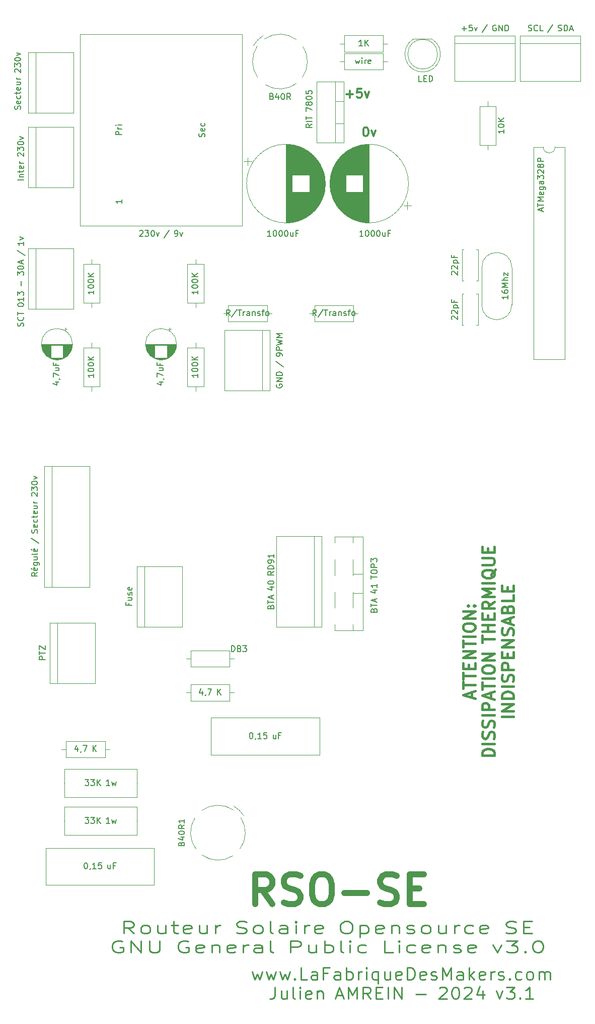
<source format=gto>
G04 #@! TF.GenerationSoftware,KiCad,Pcbnew,(7.0.0)*
G04 #@! TF.CreationDate,2024-09-01T14:49:18+02:00*
G04 #@! TF.ProjectId,Routeur solaire  standard edition,526f7574-6575-4722-9073-6f6c61697265,rev?*
G04 #@! TF.SameCoordinates,Original*
G04 #@! TF.FileFunction,Legend,Top*
G04 #@! TF.FilePolarity,Positive*
%FSLAX46Y46*%
G04 Gerber Fmt 4.6, Leading zero omitted, Abs format (unit mm)*
G04 Created by KiCad (PCBNEW (7.0.0)) date 2024-09-01 14:49:18*
%MOMM*%
%LPD*%
G01*
G04 APERTURE LIST*
%ADD10C,0.400000*%
%ADD11C,0.250000*%
%ADD12C,0.300000*%
%ADD13C,1.000000*%
%ADD14C,0.150000*%
%ADD15C,0.120000*%
G04 APERTURE END LIST*
D10*
X95983333Y-138571905D02*
X95983333Y-137619524D01*
X96554761Y-138762381D02*
X94554761Y-138095715D01*
X94554761Y-138095715D02*
X96554761Y-137429048D01*
X94554761Y-137048095D02*
X94554761Y-135905238D01*
X96554761Y-136476667D02*
X94554761Y-136476667D01*
X94554761Y-135524285D02*
X94554761Y-134381428D01*
X96554761Y-134952857D02*
X94554761Y-134952857D01*
X95507142Y-133714761D02*
X95507142Y-133048094D01*
X96554761Y-132762380D02*
X96554761Y-133714761D01*
X96554761Y-133714761D02*
X94554761Y-133714761D01*
X94554761Y-133714761D02*
X94554761Y-132762380D01*
X96554761Y-131905237D02*
X94554761Y-131905237D01*
X94554761Y-131905237D02*
X96554761Y-130762380D01*
X96554761Y-130762380D02*
X94554761Y-130762380D01*
X94554761Y-130095713D02*
X94554761Y-128952856D01*
X96554761Y-129524285D02*
X94554761Y-129524285D01*
X96554761Y-128286189D02*
X94554761Y-128286189D01*
X94554761Y-126952856D02*
X94554761Y-126571903D01*
X94554761Y-126571903D02*
X94650000Y-126381427D01*
X94650000Y-126381427D02*
X94840476Y-126190951D01*
X94840476Y-126190951D02*
X95221428Y-126095713D01*
X95221428Y-126095713D02*
X95888095Y-126095713D01*
X95888095Y-126095713D02*
X96269047Y-126190951D01*
X96269047Y-126190951D02*
X96459523Y-126381427D01*
X96459523Y-126381427D02*
X96554761Y-126571903D01*
X96554761Y-126571903D02*
X96554761Y-126952856D01*
X96554761Y-126952856D02*
X96459523Y-127143332D01*
X96459523Y-127143332D02*
X96269047Y-127333808D01*
X96269047Y-127333808D02*
X95888095Y-127429046D01*
X95888095Y-127429046D02*
X95221428Y-127429046D01*
X95221428Y-127429046D02*
X94840476Y-127333808D01*
X94840476Y-127333808D02*
X94650000Y-127143332D01*
X94650000Y-127143332D02*
X94554761Y-126952856D01*
X96554761Y-125238570D02*
X94554761Y-125238570D01*
X94554761Y-125238570D02*
X96554761Y-124095713D01*
X96554761Y-124095713D02*
X94554761Y-124095713D01*
X96364285Y-123143332D02*
X96459523Y-123048094D01*
X96459523Y-123048094D02*
X96554761Y-123143332D01*
X96554761Y-123143332D02*
X96459523Y-123238570D01*
X96459523Y-123238570D02*
X96364285Y-123143332D01*
X96364285Y-123143332D02*
X96554761Y-123143332D01*
X95316666Y-123143332D02*
X95411904Y-123048094D01*
X95411904Y-123048094D02*
X95507142Y-123143332D01*
X95507142Y-123143332D02*
X95411904Y-123238570D01*
X95411904Y-123238570D02*
X95316666Y-123143332D01*
X95316666Y-123143332D02*
X95507142Y-123143332D01*
X99794761Y-148314762D02*
X97794761Y-148314762D01*
X97794761Y-148314762D02*
X97794761Y-147838572D01*
X97794761Y-147838572D02*
X97890000Y-147552857D01*
X97890000Y-147552857D02*
X98080476Y-147362381D01*
X98080476Y-147362381D02*
X98270952Y-147267143D01*
X98270952Y-147267143D02*
X98651904Y-147171905D01*
X98651904Y-147171905D02*
X98937619Y-147171905D01*
X98937619Y-147171905D02*
X99318571Y-147267143D01*
X99318571Y-147267143D02*
X99509047Y-147362381D01*
X99509047Y-147362381D02*
X99699523Y-147552857D01*
X99699523Y-147552857D02*
X99794761Y-147838572D01*
X99794761Y-147838572D02*
X99794761Y-148314762D01*
X99794761Y-146314762D02*
X97794761Y-146314762D01*
X99699523Y-145457619D02*
X99794761Y-145171905D01*
X99794761Y-145171905D02*
X99794761Y-144695714D01*
X99794761Y-144695714D02*
X99699523Y-144505238D01*
X99699523Y-144505238D02*
X99604285Y-144410000D01*
X99604285Y-144410000D02*
X99413809Y-144314762D01*
X99413809Y-144314762D02*
X99223333Y-144314762D01*
X99223333Y-144314762D02*
X99032857Y-144410000D01*
X99032857Y-144410000D02*
X98937619Y-144505238D01*
X98937619Y-144505238D02*
X98842380Y-144695714D01*
X98842380Y-144695714D02*
X98747142Y-145076667D01*
X98747142Y-145076667D02*
X98651904Y-145267143D01*
X98651904Y-145267143D02*
X98556666Y-145362381D01*
X98556666Y-145362381D02*
X98366190Y-145457619D01*
X98366190Y-145457619D02*
X98175714Y-145457619D01*
X98175714Y-145457619D02*
X97985238Y-145362381D01*
X97985238Y-145362381D02*
X97890000Y-145267143D01*
X97890000Y-145267143D02*
X97794761Y-145076667D01*
X97794761Y-145076667D02*
X97794761Y-144600476D01*
X97794761Y-144600476D02*
X97890000Y-144314762D01*
X99699523Y-143552857D02*
X99794761Y-143267143D01*
X99794761Y-143267143D02*
X99794761Y-142790952D01*
X99794761Y-142790952D02*
X99699523Y-142600476D01*
X99699523Y-142600476D02*
X99604285Y-142505238D01*
X99604285Y-142505238D02*
X99413809Y-142410000D01*
X99413809Y-142410000D02*
X99223333Y-142410000D01*
X99223333Y-142410000D02*
X99032857Y-142505238D01*
X99032857Y-142505238D02*
X98937619Y-142600476D01*
X98937619Y-142600476D02*
X98842380Y-142790952D01*
X98842380Y-142790952D02*
X98747142Y-143171905D01*
X98747142Y-143171905D02*
X98651904Y-143362381D01*
X98651904Y-143362381D02*
X98556666Y-143457619D01*
X98556666Y-143457619D02*
X98366190Y-143552857D01*
X98366190Y-143552857D02*
X98175714Y-143552857D01*
X98175714Y-143552857D02*
X97985238Y-143457619D01*
X97985238Y-143457619D02*
X97890000Y-143362381D01*
X97890000Y-143362381D02*
X97794761Y-143171905D01*
X97794761Y-143171905D02*
X97794761Y-142695714D01*
X97794761Y-142695714D02*
X97890000Y-142410000D01*
X99794761Y-141552857D02*
X97794761Y-141552857D01*
X99794761Y-140600476D02*
X97794761Y-140600476D01*
X97794761Y-140600476D02*
X97794761Y-139838571D01*
X97794761Y-139838571D02*
X97890000Y-139648095D01*
X97890000Y-139648095D02*
X97985238Y-139552857D01*
X97985238Y-139552857D02*
X98175714Y-139457619D01*
X98175714Y-139457619D02*
X98461428Y-139457619D01*
X98461428Y-139457619D02*
X98651904Y-139552857D01*
X98651904Y-139552857D02*
X98747142Y-139648095D01*
X98747142Y-139648095D02*
X98842380Y-139838571D01*
X98842380Y-139838571D02*
X98842380Y-140600476D01*
X99223333Y-138695714D02*
X99223333Y-137743333D01*
X99794761Y-138886190D02*
X97794761Y-138219524D01*
X97794761Y-138219524D02*
X99794761Y-137552857D01*
X97794761Y-137171904D02*
X97794761Y-136029047D01*
X99794761Y-136600476D02*
X97794761Y-136600476D01*
X99794761Y-135362380D02*
X97794761Y-135362380D01*
X97794761Y-134029047D02*
X97794761Y-133648094D01*
X97794761Y-133648094D02*
X97890000Y-133457618D01*
X97890000Y-133457618D02*
X98080476Y-133267142D01*
X98080476Y-133267142D02*
X98461428Y-133171904D01*
X98461428Y-133171904D02*
X99128095Y-133171904D01*
X99128095Y-133171904D02*
X99509047Y-133267142D01*
X99509047Y-133267142D02*
X99699523Y-133457618D01*
X99699523Y-133457618D02*
X99794761Y-133648094D01*
X99794761Y-133648094D02*
X99794761Y-134029047D01*
X99794761Y-134029047D02*
X99699523Y-134219523D01*
X99699523Y-134219523D02*
X99509047Y-134409999D01*
X99509047Y-134409999D02*
X99128095Y-134505237D01*
X99128095Y-134505237D02*
X98461428Y-134505237D01*
X98461428Y-134505237D02*
X98080476Y-134409999D01*
X98080476Y-134409999D02*
X97890000Y-134219523D01*
X97890000Y-134219523D02*
X97794761Y-134029047D01*
X99794761Y-132314761D02*
X97794761Y-132314761D01*
X97794761Y-132314761D02*
X99794761Y-131171904D01*
X99794761Y-131171904D02*
X97794761Y-131171904D01*
X97794761Y-129305237D02*
X97794761Y-128162380D01*
X99794761Y-128733809D02*
X97794761Y-128733809D01*
X99794761Y-127495713D02*
X97794761Y-127495713D01*
X98747142Y-127495713D02*
X98747142Y-126352856D01*
X99794761Y-126352856D02*
X97794761Y-126352856D01*
X98747142Y-125400475D02*
X98747142Y-124733808D01*
X99794761Y-124448094D02*
X99794761Y-125400475D01*
X99794761Y-125400475D02*
X97794761Y-125400475D01*
X97794761Y-125400475D02*
X97794761Y-124448094D01*
X99794761Y-122448094D02*
X98842380Y-123114761D01*
X99794761Y-123590951D02*
X97794761Y-123590951D01*
X97794761Y-123590951D02*
X97794761Y-122829046D01*
X97794761Y-122829046D02*
X97890000Y-122638570D01*
X97890000Y-122638570D02*
X97985238Y-122543332D01*
X97985238Y-122543332D02*
X98175714Y-122448094D01*
X98175714Y-122448094D02*
X98461428Y-122448094D01*
X98461428Y-122448094D02*
X98651904Y-122543332D01*
X98651904Y-122543332D02*
X98747142Y-122638570D01*
X98747142Y-122638570D02*
X98842380Y-122829046D01*
X98842380Y-122829046D02*
X98842380Y-123590951D01*
X99794761Y-121590951D02*
X97794761Y-121590951D01*
X97794761Y-121590951D02*
X99223333Y-120924284D01*
X99223333Y-120924284D02*
X97794761Y-120257618D01*
X97794761Y-120257618D02*
X99794761Y-120257618D01*
X99794761Y-119305237D02*
X97794761Y-119305237D01*
X99985238Y-117019523D02*
X99890000Y-117209999D01*
X99890000Y-117209999D02*
X99699523Y-117400475D01*
X99699523Y-117400475D02*
X99413809Y-117686189D01*
X99413809Y-117686189D02*
X99318571Y-117876666D01*
X99318571Y-117876666D02*
X99318571Y-118067142D01*
X99794761Y-117971904D02*
X99699523Y-118162380D01*
X99699523Y-118162380D02*
X99509047Y-118352856D01*
X99509047Y-118352856D02*
X99128095Y-118448094D01*
X99128095Y-118448094D02*
X98461428Y-118448094D01*
X98461428Y-118448094D02*
X98080476Y-118352856D01*
X98080476Y-118352856D02*
X97890000Y-118162380D01*
X97890000Y-118162380D02*
X97794761Y-117971904D01*
X97794761Y-117971904D02*
X97794761Y-117590951D01*
X97794761Y-117590951D02*
X97890000Y-117400475D01*
X97890000Y-117400475D02*
X98080476Y-117209999D01*
X98080476Y-117209999D02*
X98461428Y-117114761D01*
X98461428Y-117114761D02*
X99128095Y-117114761D01*
X99128095Y-117114761D02*
X99509047Y-117209999D01*
X99509047Y-117209999D02*
X99699523Y-117400475D01*
X99699523Y-117400475D02*
X99794761Y-117590951D01*
X99794761Y-117590951D02*
X99794761Y-117971904D01*
X97794761Y-116257618D02*
X99413809Y-116257618D01*
X99413809Y-116257618D02*
X99604285Y-116162380D01*
X99604285Y-116162380D02*
X99699523Y-116067142D01*
X99699523Y-116067142D02*
X99794761Y-115876666D01*
X99794761Y-115876666D02*
X99794761Y-115495713D01*
X99794761Y-115495713D02*
X99699523Y-115305237D01*
X99699523Y-115305237D02*
X99604285Y-115209999D01*
X99604285Y-115209999D02*
X99413809Y-115114761D01*
X99413809Y-115114761D02*
X97794761Y-115114761D01*
X98747142Y-114162380D02*
X98747142Y-113495713D01*
X99794761Y-113209999D02*
X99794761Y-114162380D01*
X99794761Y-114162380D02*
X97794761Y-114162380D01*
X97794761Y-114162380D02*
X97794761Y-113209999D01*
X103034761Y-141762381D02*
X101034761Y-141762381D01*
X103034761Y-140810000D02*
X101034761Y-140810000D01*
X101034761Y-140810000D02*
X103034761Y-139667143D01*
X103034761Y-139667143D02*
X101034761Y-139667143D01*
X103034761Y-138714762D02*
X101034761Y-138714762D01*
X101034761Y-138714762D02*
X101034761Y-138238572D01*
X101034761Y-138238572D02*
X101130000Y-137952857D01*
X101130000Y-137952857D02*
X101320476Y-137762381D01*
X101320476Y-137762381D02*
X101510952Y-137667143D01*
X101510952Y-137667143D02*
X101891904Y-137571905D01*
X101891904Y-137571905D02*
X102177619Y-137571905D01*
X102177619Y-137571905D02*
X102558571Y-137667143D01*
X102558571Y-137667143D02*
X102749047Y-137762381D01*
X102749047Y-137762381D02*
X102939523Y-137952857D01*
X102939523Y-137952857D02*
X103034761Y-138238572D01*
X103034761Y-138238572D02*
X103034761Y-138714762D01*
X103034761Y-136714762D02*
X101034761Y-136714762D01*
X102939523Y-135857619D02*
X103034761Y-135571905D01*
X103034761Y-135571905D02*
X103034761Y-135095714D01*
X103034761Y-135095714D02*
X102939523Y-134905238D01*
X102939523Y-134905238D02*
X102844285Y-134810000D01*
X102844285Y-134810000D02*
X102653809Y-134714762D01*
X102653809Y-134714762D02*
X102463333Y-134714762D01*
X102463333Y-134714762D02*
X102272857Y-134810000D01*
X102272857Y-134810000D02*
X102177619Y-134905238D01*
X102177619Y-134905238D02*
X102082380Y-135095714D01*
X102082380Y-135095714D02*
X101987142Y-135476667D01*
X101987142Y-135476667D02*
X101891904Y-135667143D01*
X101891904Y-135667143D02*
X101796666Y-135762381D01*
X101796666Y-135762381D02*
X101606190Y-135857619D01*
X101606190Y-135857619D02*
X101415714Y-135857619D01*
X101415714Y-135857619D02*
X101225238Y-135762381D01*
X101225238Y-135762381D02*
X101130000Y-135667143D01*
X101130000Y-135667143D02*
X101034761Y-135476667D01*
X101034761Y-135476667D02*
X101034761Y-135000476D01*
X101034761Y-135000476D02*
X101130000Y-134714762D01*
X103034761Y-133857619D02*
X101034761Y-133857619D01*
X101034761Y-133857619D02*
X101034761Y-133095714D01*
X101034761Y-133095714D02*
X101130000Y-132905238D01*
X101130000Y-132905238D02*
X101225238Y-132810000D01*
X101225238Y-132810000D02*
X101415714Y-132714762D01*
X101415714Y-132714762D02*
X101701428Y-132714762D01*
X101701428Y-132714762D02*
X101891904Y-132810000D01*
X101891904Y-132810000D02*
X101987142Y-132905238D01*
X101987142Y-132905238D02*
X102082380Y-133095714D01*
X102082380Y-133095714D02*
X102082380Y-133857619D01*
X101987142Y-131857619D02*
X101987142Y-131190952D01*
X103034761Y-130905238D02*
X103034761Y-131857619D01*
X103034761Y-131857619D02*
X101034761Y-131857619D01*
X101034761Y-131857619D02*
X101034761Y-130905238D01*
X103034761Y-130048095D02*
X101034761Y-130048095D01*
X101034761Y-130048095D02*
X103034761Y-128905238D01*
X103034761Y-128905238D02*
X101034761Y-128905238D01*
X102939523Y-128048095D02*
X103034761Y-127762381D01*
X103034761Y-127762381D02*
X103034761Y-127286190D01*
X103034761Y-127286190D02*
X102939523Y-127095714D01*
X102939523Y-127095714D02*
X102844285Y-127000476D01*
X102844285Y-127000476D02*
X102653809Y-126905238D01*
X102653809Y-126905238D02*
X102463333Y-126905238D01*
X102463333Y-126905238D02*
X102272857Y-127000476D01*
X102272857Y-127000476D02*
X102177619Y-127095714D01*
X102177619Y-127095714D02*
X102082380Y-127286190D01*
X102082380Y-127286190D02*
X101987142Y-127667143D01*
X101987142Y-127667143D02*
X101891904Y-127857619D01*
X101891904Y-127857619D02*
X101796666Y-127952857D01*
X101796666Y-127952857D02*
X101606190Y-128048095D01*
X101606190Y-128048095D02*
X101415714Y-128048095D01*
X101415714Y-128048095D02*
X101225238Y-127952857D01*
X101225238Y-127952857D02*
X101130000Y-127857619D01*
X101130000Y-127857619D02*
X101034761Y-127667143D01*
X101034761Y-127667143D02*
X101034761Y-127190952D01*
X101034761Y-127190952D02*
X101130000Y-126905238D01*
X102463333Y-126143333D02*
X102463333Y-125190952D01*
X103034761Y-126333809D02*
X101034761Y-125667143D01*
X101034761Y-125667143D02*
X103034761Y-125000476D01*
X101987142Y-123667142D02*
X102082380Y-123381428D01*
X102082380Y-123381428D02*
X102177619Y-123286190D01*
X102177619Y-123286190D02*
X102368095Y-123190952D01*
X102368095Y-123190952D02*
X102653809Y-123190952D01*
X102653809Y-123190952D02*
X102844285Y-123286190D01*
X102844285Y-123286190D02*
X102939523Y-123381428D01*
X102939523Y-123381428D02*
X103034761Y-123571904D01*
X103034761Y-123571904D02*
X103034761Y-124333809D01*
X103034761Y-124333809D02*
X101034761Y-124333809D01*
X101034761Y-124333809D02*
X101034761Y-123667142D01*
X101034761Y-123667142D02*
X101130000Y-123476666D01*
X101130000Y-123476666D02*
X101225238Y-123381428D01*
X101225238Y-123381428D02*
X101415714Y-123286190D01*
X101415714Y-123286190D02*
X101606190Y-123286190D01*
X101606190Y-123286190D02*
X101796666Y-123381428D01*
X101796666Y-123381428D02*
X101891904Y-123476666D01*
X101891904Y-123476666D02*
X101987142Y-123667142D01*
X101987142Y-123667142D02*
X101987142Y-124333809D01*
X103034761Y-121381428D02*
X103034761Y-122333809D01*
X103034761Y-122333809D02*
X101034761Y-122333809D01*
X101987142Y-120714761D02*
X101987142Y-120048094D01*
X103034761Y-119762380D02*
X103034761Y-120714761D01*
X103034761Y-120714761D02*
X101034761Y-120714761D01*
X101034761Y-120714761D02*
X101034761Y-119762380D01*
D11*
X39197854Y-178184761D02*
X38197854Y-177232380D01*
X37483568Y-178184761D02*
X37483568Y-176184761D01*
X37483568Y-176184761D02*
X38626425Y-176184761D01*
X38626425Y-176184761D02*
X38912140Y-176280000D01*
X38912140Y-176280000D02*
X39054997Y-176375238D01*
X39054997Y-176375238D02*
X39197854Y-176565714D01*
X39197854Y-176565714D02*
X39197854Y-176851428D01*
X39197854Y-176851428D02*
X39054997Y-177041904D01*
X39054997Y-177041904D02*
X38912140Y-177137142D01*
X38912140Y-177137142D02*
X38626425Y-177232380D01*
X38626425Y-177232380D02*
X37483568Y-177232380D01*
X40912140Y-178184761D02*
X40626425Y-178089523D01*
X40626425Y-178089523D02*
X40483568Y-177994285D01*
X40483568Y-177994285D02*
X40340711Y-177803809D01*
X40340711Y-177803809D02*
X40340711Y-177232380D01*
X40340711Y-177232380D02*
X40483568Y-177041904D01*
X40483568Y-177041904D02*
X40626425Y-176946666D01*
X40626425Y-176946666D02*
X40912140Y-176851428D01*
X40912140Y-176851428D02*
X41340711Y-176851428D01*
X41340711Y-176851428D02*
X41626425Y-176946666D01*
X41626425Y-176946666D02*
X41769283Y-177041904D01*
X41769283Y-177041904D02*
X41912140Y-177232380D01*
X41912140Y-177232380D02*
X41912140Y-177803809D01*
X41912140Y-177803809D02*
X41769283Y-177994285D01*
X41769283Y-177994285D02*
X41626425Y-178089523D01*
X41626425Y-178089523D02*
X41340711Y-178184761D01*
X41340711Y-178184761D02*
X40912140Y-178184761D01*
X44483569Y-176851428D02*
X44483569Y-178184761D01*
X43197854Y-176851428D02*
X43197854Y-177899047D01*
X43197854Y-177899047D02*
X43340711Y-178089523D01*
X43340711Y-178089523D02*
X43626426Y-178184761D01*
X43626426Y-178184761D02*
X44054997Y-178184761D01*
X44054997Y-178184761D02*
X44340711Y-178089523D01*
X44340711Y-178089523D02*
X44483569Y-177994285D01*
X45483569Y-176851428D02*
X46626426Y-176851428D01*
X45912140Y-176184761D02*
X45912140Y-177899047D01*
X45912140Y-177899047D02*
X46054997Y-178089523D01*
X46054997Y-178089523D02*
X46340712Y-178184761D01*
X46340712Y-178184761D02*
X46626426Y-178184761D01*
X48769283Y-178089523D02*
X48483569Y-178184761D01*
X48483569Y-178184761D02*
X47912141Y-178184761D01*
X47912141Y-178184761D02*
X47626426Y-178089523D01*
X47626426Y-178089523D02*
X47483569Y-177899047D01*
X47483569Y-177899047D02*
X47483569Y-177137142D01*
X47483569Y-177137142D02*
X47626426Y-176946666D01*
X47626426Y-176946666D02*
X47912141Y-176851428D01*
X47912141Y-176851428D02*
X48483569Y-176851428D01*
X48483569Y-176851428D02*
X48769283Y-176946666D01*
X48769283Y-176946666D02*
X48912141Y-177137142D01*
X48912141Y-177137142D02*
X48912141Y-177327619D01*
X48912141Y-177327619D02*
X47483569Y-177518095D01*
X51483570Y-176851428D02*
X51483570Y-178184761D01*
X50197855Y-176851428D02*
X50197855Y-177899047D01*
X50197855Y-177899047D02*
X50340712Y-178089523D01*
X50340712Y-178089523D02*
X50626427Y-178184761D01*
X50626427Y-178184761D02*
X51054998Y-178184761D01*
X51054998Y-178184761D02*
X51340712Y-178089523D01*
X51340712Y-178089523D02*
X51483570Y-177994285D01*
X52912141Y-178184761D02*
X52912141Y-176851428D01*
X52912141Y-177232380D02*
X53054998Y-177041904D01*
X53054998Y-177041904D02*
X53197856Y-176946666D01*
X53197856Y-176946666D02*
X53483570Y-176851428D01*
X53483570Y-176851428D02*
X53769284Y-176851428D01*
X56426427Y-178089523D02*
X56854999Y-178184761D01*
X56854999Y-178184761D02*
X57569284Y-178184761D01*
X57569284Y-178184761D02*
X57854999Y-178089523D01*
X57854999Y-178089523D02*
X57997856Y-177994285D01*
X57997856Y-177994285D02*
X58140713Y-177803809D01*
X58140713Y-177803809D02*
X58140713Y-177613333D01*
X58140713Y-177613333D02*
X57997856Y-177422857D01*
X57997856Y-177422857D02*
X57854999Y-177327619D01*
X57854999Y-177327619D02*
X57569284Y-177232380D01*
X57569284Y-177232380D02*
X56997856Y-177137142D01*
X56997856Y-177137142D02*
X56712141Y-177041904D01*
X56712141Y-177041904D02*
X56569284Y-176946666D01*
X56569284Y-176946666D02*
X56426427Y-176756190D01*
X56426427Y-176756190D02*
X56426427Y-176565714D01*
X56426427Y-176565714D02*
X56569284Y-176375238D01*
X56569284Y-176375238D02*
X56712141Y-176280000D01*
X56712141Y-176280000D02*
X56997856Y-176184761D01*
X56997856Y-176184761D02*
X57712141Y-176184761D01*
X57712141Y-176184761D02*
X58140713Y-176280000D01*
X59854999Y-178184761D02*
X59569284Y-178089523D01*
X59569284Y-178089523D02*
X59426427Y-177994285D01*
X59426427Y-177994285D02*
X59283570Y-177803809D01*
X59283570Y-177803809D02*
X59283570Y-177232380D01*
X59283570Y-177232380D02*
X59426427Y-177041904D01*
X59426427Y-177041904D02*
X59569284Y-176946666D01*
X59569284Y-176946666D02*
X59854999Y-176851428D01*
X59854999Y-176851428D02*
X60283570Y-176851428D01*
X60283570Y-176851428D02*
X60569284Y-176946666D01*
X60569284Y-176946666D02*
X60712142Y-177041904D01*
X60712142Y-177041904D02*
X60854999Y-177232380D01*
X60854999Y-177232380D02*
X60854999Y-177803809D01*
X60854999Y-177803809D02*
X60712142Y-177994285D01*
X60712142Y-177994285D02*
X60569284Y-178089523D01*
X60569284Y-178089523D02*
X60283570Y-178184761D01*
X60283570Y-178184761D02*
X59854999Y-178184761D01*
X62569285Y-178184761D02*
X62283570Y-178089523D01*
X62283570Y-178089523D02*
X62140713Y-177899047D01*
X62140713Y-177899047D02*
X62140713Y-176184761D01*
X64997857Y-178184761D02*
X64997857Y-177137142D01*
X64997857Y-177137142D02*
X64854999Y-176946666D01*
X64854999Y-176946666D02*
X64569285Y-176851428D01*
X64569285Y-176851428D02*
X63997857Y-176851428D01*
X63997857Y-176851428D02*
X63712142Y-176946666D01*
X64997857Y-178089523D02*
X64712142Y-178184761D01*
X64712142Y-178184761D02*
X63997857Y-178184761D01*
X63997857Y-178184761D02*
X63712142Y-178089523D01*
X63712142Y-178089523D02*
X63569285Y-177899047D01*
X63569285Y-177899047D02*
X63569285Y-177708571D01*
X63569285Y-177708571D02*
X63712142Y-177518095D01*
X63712142Y-177518095D02*
X63997857Y-177422857D01*
X63997857Y-177422857D02*
X64712142Y-177422857D01*
X64712142Y-177422857D02*
X64997857Y-177327619D01*
X66426428Y-178184761D02*
X66426428Y-176851428D01*
X66426428Y-176184761D02*
X66283571Y-176280000D01*
X66283571Y-176280000D02*
X66426428Y-176375238D01*
X66426428Y-176375238D02*
X66569285Y-176280000D01*
X66569285Y-176280000D02*
X66426428Y-176184761D01*
X66426428Y-176184761D02*
X66426428Y-176375238D01*
X67854999Y-178184761D02*
X67854999Y-176851428D01*
X67854999Y-177232380D02*
X67997856Y-177041904D01*
X67997856Y-177041904D02*
X68140714Y-176946666D01*
X68140714Y-176946666D02*
X68426428Y-176851428D01*
X68426428Y-176851428D02*
X68712142Y-176851428D01*
X70854999Y-178089523D02*
X70569285Y-178184761D01*
X70569285Y-178184761D02*
X69997857Y-178184761D01*
X69997857Y-178184761D02*
X69712142Y-178089523D01*
X69712142Y-178089523D02*
X69569285Y-177899047D01*
X69569285Y-177899047D02*
X69569285Y-177137142D01*
X69569285Y-177137142D02*
X69712142Y-176946666D01*
X69712142Y-176946666D02*
X69997857Y-176851428D01*
X69997857Y-176851428D02*
X70569285Y-176851428D01*
X70569285Y-176851428D02*
X70854999Y-176946666D01*
X70854999Y-176946666D02*
X70997857Y-177137142D01*
X70997857Y-177137142D02*
X70997857Y-177327619D01*
X70997857Y-177327619D02*
X69569285Y-177518095D01*
X74655000Y-176184761D02*
X75226428Y-176184761D01*
X75226428Y-176184761D02*
X75512143Y-176280000D01*
X75512143Y-176280000D02*
X75797857Y-176470476D01*
X75797857Y-176470476D02*
X75940714Y-176851428D01*
X75940714Y-176851428D02*
X75940714Y-177518095D01*
X75940714Y-177518095D02*
X75797857Y-177899047D01*
X75797857Y-177899047D02*
X75512143Y-178089523D01*
X75512143Y-178089523D02*
X75226428Y-178184761D01*
X75226428Y-178184761D02*
X74655000Y-178184761D01*
X74655000Y-178184761D02*
X74369286Y-178089523D01*
X74369286Y-178089523D02*
X74083571Y-177899047D01*
X74083571Y-177899047D02*
X73940714Y-177518095D01*
X73940714Y-177518095D02*
X73940714Y-176851428D01*
X73940714Y-176851428D02*
X74083571Y-176470476D01*
X74083571Y-176470476D02*
X74369286Y-176280000D01*
X74369286Y-176280000D02*
X74655000Y-176184761D01*
X77226428Y-176851428D02*
X77226428Y-178851428D01*
X77226428Y-176946666D02*
X77512143Y-176851428D01*
X77512143Y-176851428D02*
X78083571Y-176851428D01*
X78083571Y-176851428D02*
X78369285Y-176946666D01*
X78369285Y-176946666D02*
X78512143Y-177041904D01*
X78512143Y-177041904D02*
X78655000Y-177232380D01*
X78655000Y-177232380D02*
X78655000Y-177803809D01*
X78655000Y-177803809D02*
X78512143Y-177994285D01*
X78512143Y-177994285D02*
X78369285Y-178089523D01*
X78369285Y-178089523D02*
X78083571Y-178184761D01*
X78083571Y-178184761D02*
X77512143Y-178184761D01*
X77512143Y-178184761D02*
X77226428Y-178089523D01*
X81083571Y-178089523D02*
X80797857Y-178184761D01*
X80797857Y-178184761D02*
X80226429Y-178184761D01*
X80226429Y-178184761D02*
X79940714Y-178089523D01*
X79940714Y-178089523D02*
X79797857Y-177899047D01*
X79797857Y-177899047D02*
X79797857Y-177137142D01*
X79797857Y-177137142D02*
X79940714Y-176946666D01*
X79940714Y-176946666D02*
X80226429Y-176851428D01*
X80226429Y-176851428D02*
X80797857Y-176851428D01*
X80797857Y-176851428D02*
X81083571Y-176946666D01*
X81083571Y-176946666D02*
X81226429Y-177137142D01*
X81226429Y-177137142D02*
X81226429Y-177327619D01*
X81226429Y-177327619D02*
X79797857Y-177518095D01*
X82512143Y-176851428D02*
X82512143Y-178184761D01*
X82512143Y-177041904D02*
X82655000Y-176946666D01*
X82655000Y-176946666D02*
X82940715Y-176851428D01*
X82940715Y-176851428D02*
X83369286Y-176851428D01*
X83369286Y-176851428D02*
X83655000Y-176946666D01*
X83655000Y-176946666D02*
X83797858Y-177137142D01*
X83797858Y-177137142D02*
X83797858Y-178184761D01*
X85083572Y-178089523D02*
X85369286Y-178184761D01*
X85369286Y-178184761D02*
X85940715Y-178184761D01*
X85940715Y-178184761D02*
X86226429Y-178089523D01*
X86226429Y-178089523D02*
X86369286Y-177899047D01*
X86369286Y-177899047D02*
X86369286Y-177803809D01*
X86369286Y-177803809D02*
X86226429Y-177613333D01*
X86226429Y-177613333D02*
X85940715Y-177518095D01*
X85940715Y-177518095D02*
X85512144Y-177518095D01*
X85512144Y-177518095D02*
X85226429Y-177422857D01*
X85226429Y-177422857D02*
X85083572Y-177232380D01*
X85083572Y-177232380D02*
X85083572Y-177137142D01*
X85083572Y-177137142D02*
X85226429Y-176946666D01*
X85226429Y-176946666D02*
X85512144Y-176851428D01*
X85512144Y-176851428D02*
X85940715Y-176851428D01*
X85940715Y-176851428D02*
X86226429Y-176946666D01*
X88083572Y-178184761D02*
X87797857Y-178089523D01*
X87797857Y-178089523D02*
X87655000Y-177994285D01*
X87655000Y-177994285D02*
X87512143Y-177803809D01*
X87512143Y-177803809D02*
X87512143Y-177232380D01*
X87512143Y-177232380D02*
X87655000Y-177041904D01*
X87655000Y-177041904D02*
X87797857Y-176946666D01*
X87797857Y-176946666D02*
X88083572Y-176851428D01*
X88083572Y-176851428D02*
X88512143Y-176851428D01*
X88512143Y-176851428D02*
X88797857Y-176946666D01*
X88797857Y-176946666D02*
X88940715Y-177041904D01*
X88940715Y-177041904D02*
X89083572Y-177232380D01*
X89083572Y-177232380D02*
X89083572Y-177803809D01*
X89083572Y-177803809D02*
X88940715Y-177994285D01*
X88940715Y-177994285D02*
X88797857Y-178089523D01*
X88797857Y-178089523D02*
X88512143Y-178184761D01*
X88512143Y-178184761D02*
X88083572Y-178184761D01*
X91655001Y-176851428D02*
X91655001Y-178184761D01*
X90369286Y-176851428D02*
X90369286Y-177899047D01*
X90369286Y-177899047D02*
X90512143Y-178089523D01*
X90512143Y-178089523D02*
X90797858Y-178184761D01*
X90797858Y-178184761D02*
X91226429Y-178184761D01*
X91226429Y-178184761D02*
X91512143Y-178089523D01*
X91512143Y-178089523D02*
X91655001Y-177994285D01*
X93083572Y-178184761D02*
X93083572Y-176851428D01*
X93083572Y-177232380D02*
X93226429Y-177041904D01*
X93226429Y-177041904D02*
X93369287Y-176946666D01*
X93369287Y-176946666D02*
X93655001Y-176851428D01*
X93655001Y-176851428D02*
X93940715Y-176851428D01*
X96226430Y-178089523D02*
X95940715Y-178184761D01*
X95940715Y-178184761D02*
X95369287Y-178184761D01*
X95369287Y-178184761D02*
X95083572Y-178089523D01*
X95083572Y-178089523D02*
X94940715Y-177994285D01*
X94940715Y-177994285D02*
X94797858Y-177803809D01*
X94797858Y-177803809D02*
X94797858Y-177232380D01*
X94797858Y-177232380D02*
X94940715Y-177041904D01*
X94940715Y-177041904D02*
X95083572Y-176946666D01*
X95083572Y-176946666D02*
X95369287Y-176851428D01*
X95369287Y-176851428D02*
X95940715Y-176851428D01*
X95940715Y-176851428D02*
X96226430Y-176946666D01*
X98655001Y-178089523D02*
X98369287Y-178184761D01*
X98369287Y-178184761D02*
X97797859Y-178184761D01*
X97797859Y-178184761D02*
X97512144Y-178089523D01*
X97512144Y-178089523D02*
X97369287Y-177899047D01*
X97369287Y-177899047D02*
X97369287Y-177137142D01*
X97369287Y-177137142D02*
X97512144Y-176946666D01*
X97512144Y-176946666D02*
X97797859Y-176851428D01*
X97797859Y-176851428D02*
X98369287Y-176851428D01*
X98369287Y-176851428D02*
X98655001Y-176946666D01*
X98655001Y-176946666D02*
X98797859Y-177137142D01*
X98797859Y-177137142D02*
X98797859Y-177327619D01*
X98797859Y-177327619D02*
X97369287Y-177518095D01*
X101740716Y-178089523D02*
X102169288Y-178184761D01*
X102169288Y-178184761D02*
X102883573Y-178184761D01*
X102883573Y-178184761D02*
X103169288Y-178089523D01*
X103169288Y-178089523D02*
X103312145Y-177994285D01*
X103312145Y-177994285D02*
X103455002Y-177803809D01*
X103455002Y-177803809D02*
X103455002Y-177613333D01*
X103455002Y-177613333D02*
X103312145Y-177422857D01*
X103312145Y-177422857D02*
X103169288Y-177327619D01*
X103169288Y-177327619D02*
X102883573Y-177232380D01*
X102883573Y-177232380D02*
X102312145Y-177137142D01*
X102312145Y-177137142D02*
X102026430Y-177041904D01*
X102026430Y-177041904D02*
X101883573Y-176946666D01*
X101883573Y-176946666D02*
X101740716Y-176756190D01*
X101740716Y-176756190D02*
X101740716Y-176565714D01*
X101740716Y-176565714D02*
X101883573Y-176375238D01*
X101883573Y-176375238D02*
X102026430Y-176280000D01*
X102026430Y-176280000D02*
X102312145Y-176184761D01*
X102312145Y-176184761D02*
X103026430Y-176184761D01*
X103026430Y-176184761D02*
X103455002Y-176280000D01*
X104740716Y-177137142D02*
X105740716Y-177137142D01*
X106169288Y-178184761D02*
X104740716Y-178184761D01*
X104740716Y-178184761D02*
X104740716Y-176184761D01*
X104740716Y-176184761D02*
X106169288Y-176184761D01*
X37226427Y-179520000D02*
X36940713Y-179424761D01*
X36940713Y-179424761D02*
X36512141Y-179424761D01*
X36512141Y-179424761D02*
X36083570Y-179520000D01*
X36083570Y-179520000D02*
X35797855Y-179710476D01*
X35797855Y-179710476D02*
X35654998Y-179900952D01*
X35654998Y-179900952D02*
X35512141Y-180281904D01*
X35512141Y-180281904D02*
X35512141Y-180567619D01*
X35512141Y-180567619D02*
X35654998Y-180948571D01*
X35654998Y-180948571D02*
X35797855Y-181139047D01*
X35797855Y-181139047D02*
X36083570Y-181329523D01*
X36083570Y-181329523D02*
X36512141Y-181424761D01*
X36512141Y-181424761D02*
X36797855Y-181424761D01*
X36797855Y-181424761D02*
X37226427Y-181329523D01*
X37226427Y-181329523D02*
X37369284Y-181234285D01*
X37369284Y-181234285D02*
X37369284Y-180567619D01*
X37369284Y-180567619D02*
X36797855Y-180567619D01*
X38654998Y-181424761D02*
X38654998Y-179424761D01*
X38654998Y-179424761D02*
X40369284Y-181424761D01*
X40369284Y-181424761D02*
X40369284Y-179424761D01*
X41797855Y-179424761D02*
X41797855Y-181043809D01*
X41797855Y-181043809D02*
X41940712Y-181234285D01*
X41940712Y-181234285D02*
X42083570Y-181329523D01*
X42083570Y-181329523D02*
X42369284Y-181424761D01*
X42369284Y-181424761D02*
X42940712Y-181424761D01*
X42940712Y-181424761D02*
X43226427Y-181329523D01*
X43226427Y-181329523D02*
X43369284Y-181234285D01*
X43369284Y-181234285D02*
X43512141Y-181043809D01*
X43512141Y-181043809D02*
X43512141Y-179424761D01*
X48312141Y-179520000D02*
X48026427Y-179424761D01*
X48026427Y-179424761D02*
X47597855Y-179424761D01*
X47597855Y-179424761D02*
X47169284Y-179520000D01*
X47169284Y-179520000D02*
X46883569Y-179710476D01*
X46883569Y-179710476D02*
X46740712Y-179900952D01*
X46740712Y-179900952D02*
X46597855Y-180281904D01*
X46597855Y-180281904D02*
X46597855Y-180567619D01*
X46597855Y-180567619D02*
X46740712Y-180948571D01*
X46740712Y-180948571D02*
X46883569Y-181139047D01*
X46883569Y-181139047D02*
X47169284Y-181329523D01*
X47169284Y-181329523D02*
X47597855Y-181424761D01*
X47597855Y-181424761D02*
X47883569Y-181424761D01*
X47883569Y-181424761D02*
X48312141Y-181329523D01*
X48312141Y-181329523D02*
X48454998Y-181234285D01*
X48454998Y-181234285D02*
X48454998Y-180567619D01*
X48454998Y-180567619D02*
X47883569Y-180567619D01*
X50883569Y-181329523D02*
X50597855Y-181424761D01*
X50597855Y-181424761D02*
X50026427Y-181424761D01*
X50026427Y-181424761D02*
X49740712Y-181329523D01*
X49740712Y-181329523D02*
X49597855Y-181139047D01*
X49597855Y-181139047D02*
X49597855Y-180377142D01*
X49597855Y-180377142D02*
X49740712Y-180186666D01*
X49740712Y-180186666D02*
X50026427Y-180091428D01*
X50026427Y-180091428D02*
X50597855Y-180091428D01*
X50597855Y-180091428D02*
X50883569Y-180186666D01*
X50883569Y-180186666D02*
X51026427Y-180377142D01*
X51026427Y-180377142D02*
X51026427Y-180567619D01*
X51026427Y-180567619D02*
X49597855Y-180758095D01*
X52312141Y-180091428D02*
X52312141Y-181424761D01*
X52312141Y-180281904D02*
X52454998Y-180186666D01*
X52454998Y-180186666D02*
X52740713Y-180091428D01*
X52740713Y-180091428D02*
X53169284Y-180091428D01*
X53169284Y-180091428D02*
X53454998Y-180186666D01*
X53454998Y-180186666D02*
X53597856Y-180377142D01*
X53597856Y-180377142D02*
X53597856Y-181424761D01*
X56169284Y-181329523D02*
X55883570Y-181424761D01*
X55883570Y-181424761D02*
X55312142Y-181424761D01*
X55312142Y-181424761D02*
X55026427Y-181329523D01*
X55026427Y-181329523D02*
X54883570Y-181139047D01*
X54883570Y-181139047D02*
X54883570Y-180377142D01*
X54883570Y-180377142D02*
X55026427Y-180186666D01*
X55026427Y-180186666D02*
X55312142Y-180091428D01*
X55312142Y-180091428D02*
X55883570Y-180091428D01*
X55883570Y-180091428D02*
X56169284Y-180186666D01*
X56169284Y-180186666D02*
X56312142Y-180377142D01*
X56312142Y-180377142D02*
X56312142Y-180567619D01*
X56312142Y-180567619D02*
X54883570Y-180758095D01*
X57597856Y-181424761D02*
X57597856Y-180091428D01*
X57597856Y-180472380D02*
X57740713Y-180281904D01*
X57740713Y-180281904D02*
X57883571Y-180186666D01*
X57883571Y-180186666D02*
X58169285Y-180091428D01*
X58169285Y-180091428D02*
X58454999Y-180091428D01*
X60740714Y-181424761D02*
X60740714Y-180377142D01*
X60740714Y-180377142D02*
X60597856Y-180186666D01*
X60597856Y-180186666D02*
X60312142Y-180091428D01*
X60312142Y-180091428D02*
X59740714Y-180091428D01*
X59740714Y-180091428D02*
X59454999Y-180186666D01*
X60740714Y-181329523D02*
X60454999Y-181424761D01*
X60454999Y-181424761D02*
X59740714Y-181424761D01*
X59740714Y-181424761D02*
X59454999Y-181329523D01*
X59454999Y-181329523D02*
X59312142Y-181139047D01*
X59312142Y-181139047D02*
X59312142Y-180948571D01*
X59312142Y-180948571D02*
X59454999Y-180758095D01*
X59454999Y-180758095D02*
X59740714Y-180662857D01*
X59740714Y-180662857D02*
X60454999Y-180662857D01*
X60454999Y-180662857D02*
X60740714Y-180567619D01*
X62597857Y-181424761D02*
X62312142Y-181329523D01*
X62312142Y-181329523D02*
X62169285Y-181139047D01*
X62169285Y-181139047D02*
X62169285Y-179424761D01*
X65540714Y-181424761D02*
X65540714Y-179424761D01*
X65540714Y-179424761D02*
X66683571Y-179424761D01*
X66683571Y-179424761D02*
X66969286Y-179520000D01*
X66969286Y-179520000D02*
X67112143Y-179615238D01*
X67112143Y-179615238D02*
X67255000Y-179805714D01*
X67255000Y-179805714D02*
X67255000Y-180091428D01*
X67255000Y-180091428D02*
X67112143Y-180281904D01*
X67112143Y-180281904D02*
X66969286Y-180377142D01*
X66969286Y-180377142D02*
X66683571Y-180472380D01*
X66683571Y-180472380D02*
X65540714Y-180472380D01*
X69826429Y-180091428D02*
X69826429Y-181424761D01*
X68540714Y-180091428D02*
X68540714Y-181139047D01*
X68540714Y-181139047D02*
X68683571Y-181329523D01*
X68683571Y-181329523D02*
X68969286Y-181424761D01*
X68969286Y-181424761D02*
X69397857Y-181424761D01*
X69397857Y-181424761D02*
X69683571Y-181329523D01*
X69683571Y-181329523D02*
X69826429Y-181234285D01*
X71255000Y-181424761D02*
X71255000Y-179424761D01*
X71255000Y-180186666D02*
X71540715Y-180091428D01*
X71540715Y-180091428D02*
X72112143Y-180091428D01*
X72112143Y-180091428D02*
X72397857Y-180186666D01*
X72397857Y-180186666D02*
X72540715Y-180281904D01*
X72540715Y-180281904D02*
X72683572Y-180472380D01*
X72683572Y-180472380D02*
X72683572Y-181043809D01*
X72683572Y-181043809D02*
X72540715Y-181234285D01*
X72540715Y-181234285D02*
X72397857Y-181329523D01*
X72397857Y-181329523D02*
X72112143Y-181424761D01*
X72112143Y-181424761D02*
X71540715Y-181424761D01*
X71540715Y-181424761D02*
X71255000Y-181329523D01*
X74397858Y-181424761D02*
X74112143Y-181329523D01*
X74112143Y-181329523D02*
X73969286Y-181139047D01*
X73969286Y-181139047D02*
X73969286Y-179424761D01*
X75540715Y-181424761D02*
X75540715Y-180091428D01*
X75540715Y-179424761D02*
X75397858Y-179520000D01*
X75397858Y-179520000D02*
X75540715Y-179615238D01*
X75540715Y-179615238D02*
X75683572Y-179520000D01*
X75683572Y-179520000D02*
X75540715Y-179424761D01*
X75540715Y-179424761D02*
X75540715Y-179615238D01*
X78255001Y-181329523D02*
X77969286Y-181424761D01*
X77969286Y-181424761D02*
X77397858Y-181424761D01*
X77397858Y-181424761D02*
X77112143Y-181329523D01*
X77112143Y-181329523D02*
X76969286Y-181234285D01*
X76969286Y-181234285D02*
X76826429Y-181043809D01*
X76826429Y-181043809D02*
X76826429Y-180472380D01*
X76826429Y-180472380D02*
X76969286Y-180281904D01*
X76969286Y-180281904D02*
X77112143Y-180186666D01*
X77112143Y-180186666D02*
X77397858Y-180091428D01*
X77397858Y-180091428D02*
X77969286Y-180091428D01*
X77969286Y-180091428D02*
X78255001Y-180186666D01*
X82769287Y-181424761D02*
X81340715Y-181424761D01*
X81340715Y-181424761D02*
X81340715Y-179424761D01*
X83769286Y-181424761D02*
X83769286Y-180091428D01*
X83769286Y-179424761D02*
X83626429Y-179520000D01*
X83626429Y-179520000D02*
X83769286Y-179615238D01*
X83769286Y-179615238D02*
X83912143Y-179520000D01*
X83912143Y-179520000D02*
X83769286Y-179424761D01*
X83769286Y-179424761D02*
X83769286Y-179615238D01*
X86483572Y-181329523D02*
X86197857Y-181424761D01*
X86197857Y-181424761D02*
X85626429Y-181424761D01*
X85626429Y-181424761D02*
X85340714Y-181329523D01*
X85340714Y-181329523D02*
X85197857Y-181234285D01*
X85197857Y-181234285D02*
X85055000Y-181043809D01*
X85055000Y-181043809D02*
X85055000Y-180472380D01*
X85055000Y-180472380D02*
X85197857Y-180281904D01*
X85197857Y-180281904D02*
X85340714Y-180186666D01*
X85340714Y-180186666D02*
X85626429Y-180091428D01*
X85626429Y-180091428D02*
X86197857Y-180091428D01*
X86197857Y-180091428D02*
X86483572Y-180186666D01*
X88912143Y-181329523D02*
X88626429Y-181424761D01*
X88626429Y-181424761D02*
X88055001Y-181424761D01*
X88055001Y-181424761D02*
X87769286Y-181329523D01*
X87769286Y-181329523D02*
X87626429Y-181139047D01*
X87626429Y-181139047D02*
X87626429Y-180377142D01*
X87626429Y-180377142D02*
X87769286Y-180186666D01*
X87769286Y-180186666D02*
X88055001Y-180091428D01*
X88055001Y-180091428D02*
X88626429Y-180091428D01*
X88626429Y-180091428D02*
X88912143Y-180186666D01*
X88912143Y-180186666D02*
X89055001Y-180377142D01*
X89055001Y-180377142D02*
X89055001Y-180567619D01*
X89055001Y-180567619D02*
X87626429Y-180758095D01*
X90340715Y-180091428D02*
X90340715Y-181424761D01*
X90340715Y-180281904D02*
X90483572Y-180186666D01*
X90483572Y-180186666D02*
X90769287Y-180091428D01*
X90769287Y-180091428D02*
X91197858Y-180091428D01*
X91197858Y-180091428D02*
X91483572Y-180186666D01*
X91483572Y-180186666D02*
X91626430Y-180377142D01*
X91626430Y-180377142D02*
X91626430Y-181424761D01*
X92912144Y-181329523D02*
X93197858Y-181424761D01*
X93197858Y-181424761D02*
X93769287Y-181424761D01*
X93769287Y-181424761D02*
X94055001Y-181329523D01*
X94055001Y-181329523D02*
X94197858Y-181139047D01*
X94197858Y-181139047D02*
X94197858Y-181043809D01*
X94197858Y-181043809D02*
X94055001Y-180853333D01*
X94055001Y-180853333D02*
X93769287Y-180758095D01*
X93769287Y-180758095D02*
X93340716Y-180758095D01*
X93340716Y-180758095D02*
X93055001Y-180662857D01*
X93055001Y-180662857D02*
X92912144Y-180472380D01*
X92912144Y-180472380D02*
X92912144Y-180377142D01*
X92912144Y-180377142D02*
X93055001Y-180186666D01*
X93055001Y-180186666D02*
X93340716Y-180091428D01*
X93340716Y-180091428D02*
X93769287Y-180091428D01*
X93769287Y-180091428D02*
X94055001Y-180186666D01*
X96626429Y-181329523D02*
X96340715Y-181424761D01*
X96340715Y-181424761D02*
X95769287Y-181424761D01*
X95769287Y-181424761D02*
X95483572Y-181329523D01*
X95483572Y-181329523D02*
X95340715Y-181139047D01*
X95340715Y-181139047D02*
X95340715Y-180377142D01*
X95340715Y-180377142D02*
X95483572Y-180186666D01*
X95483572Y-180186666D02*
X95769287Y-180091428D01*
X95769287Y-180091428D02*
X96340715Y-180091428D01*
X96340715Y-180091428D02*
X96626429Y-180186666D01*
X96626429Y-180186666D02*
X96769287Y-180377142D01*
X96769287Y-180377142D02*
X96769287Y-180567619D01*
X96769287Y-180567619D02*
X95340715Y-180758095D01*
X99569287Y-180091428D02*
X100283573Y-181424761D01*
X100283573Y-181424761D02*
X100997858Y-180091428D01*
X101855001Y-179424761D02*
X103712144Y-179424761D01*
X103712144Y-179424761D02*
X102712144Y-180186666D01*
X102712144Y-180186666D02*
X103140715Y-180186666D01*
X103140715Y-180186666D02*
X103426430Y-180281904D01*
X103426430Y-180281904D02*
X103569287Y-180377142D01*
X103569287Y-180377142D02*
X103712144Y-180567619D01*
X103712144Y-180567619D02*
X103712144Y-181043809D01*
X103712144Y-181043809D02*
X103569287Y-181234285D01*
X103569287Y-181234285D02*
X103426430Y-181329523D01*
X103426430Y-181329523D02*
X103140715Y-181424761D01*
X103140715Y-181424761D02*
X102283572Y-181424761D01*
X102283572Y-181424761D02*
X101997858Y-181329523D01*
X101997858Y-181329523D02*
X101855001Y-181234285D01*
X104997858Y-181234285D02*
X105140715Y-181329523D01*
X105140715Y-181329523D02*
X104997858Y-181424761D01*
X104997858Y-181424761D02*
X104855001Y-181329523D01*
X104855001Y-181329523D02*
X104997858Y-181234285D01*
X104997858Y-181234285D02*
X104997858Y-181424761D01*
X106997858Y-179424761D02*
X107283572Y-179424761D01*
X107283572Y-179424761D02*
X107569286Y-179520000D01*
X107569286Y-179520000D02*
X107712144Y-179615238D01*
X107712144Y-179615238D02*
X107855001Y-179805714D01*
X107855001Y-179805714D02*
X107997858Y-180186666D01*
X107997858Y-180186666D02*
X107997858Y-180662857D01*
X107997858Y-180662857D02*
X107855001Y-181043809D01*
X107855001Y-181043809D02*
X107712144Y-181234285D01*
X107712144Y-181234285D02*
X107569286Y-181329523D01*
X107569286Y-181329523D02*
X107283572Y-181424761D01*
X107283572Y-181424761D02*
X106997858Y-181424761D01*
X106997858Y-181424761D02*
X106712144Y-181329523D01*
X106712144Y-181329523D02*
X106569286Y-181234285D01*
X106569286Y-181234285D02*
X106426429Y-181043809D01*
X106426429Y-181043809D02*
X106283572Y-180662857D01*
X106283572Y-180662857D02*
X106283572Y-180186666D01*
X106283572Y-180186666D02*
X106426429Y-179805714D01*
X106426429Y-179805714D02*
X106569286Y-179615238D01*
X106569286Y-179615238D02*
X106712144Y-179520000D01*
X106712144Y-179520000D02*
X106997858Y-179424761D01*
D12*
X74897857Y-37189642D02*
X76040715Y-37189642D01*
X75469286Y-37761071D02*
X75469286Y-36618214D01*
X77469286Y-36261071D02*
X76755000Y-36261071D01*
X76755000Y-36261071D02*
X76683572Y-36975357D01*
X76683572Y-36975357D02*
X76755000Y-36903928D01*
X76755000Y-36903928D02*
X76897858Y-36832500D01*
X76897858Y-36832500D02*
X77255000Y-36832500D01*
X77255000Y-36832500D02*
X77397858Y-36903928D01*
X77397858Y-36903928D02*
X77469286Y-36975357D01*
X77469286Y-36975357D02*
X77540715Y-37118214D01*
X77540715Y-37118214D02*
X77540715Y-37475357D01*
X77540715Y-37475357D02*
X77469286Y-37618214D01*
X77469286Y-37618214D02*
X77397858Y-37689642D01*
X77397858Y-37689642D02*
X77255000Y-37761071D01*
X77255000Y-37761071D02*
X76897858Y-37761071D01*
X76897858Y-37761071D02*
X76755000Y-37689642D01*
X76755000Y-37689642D02*
X76683572Y-37618214D01*
X78040714Y-36761071D02*
X78397857Y-37761071D01*
X78397857Y-37761071D02*
X78755000Y-36761071D01*
X78112143Y-42761071D02*
X78255000Y-42761071D01*
X78255000Y-42761071D02*
X78397857Y-42832500D01*
X78397857Y-42832500D02*
X78469286Y-42903928D01*
X78469286Y-42903928D02*
X78540714Y-43046785D01*
X78540714Y-43046785D02*
X78612143Y-43332500D01*
X78612143Y-43332500D02*
X78612143Y-43689642D01*
X78612143Y-43689642D02*
X78540714Y-43975357D01*
X78540714Y-43975357D02*
X78469286Y-44118214D01*
X78469286Y-44118214D02*
X78397857Y-44189642D01*
X78397857Y-44189642D02*
X78255000Y-44261071D01*
X78255000Y-44261071D02*
X78112143Y-44261071D01*
X78112143Y-44261071D02*
X77969286Y-44189642D01*
X77969286Y-44189642D02*
X77897857Y-44118214D01*
X77897857Y-44118214D02*
X77826428Y-43975357D01*
X77826428Y-43975357D02*
X77755000Y-43689642D01*
X77755000Y-43689642D02*
X77755000Y-43332500D01*
X77755000Y-43332500D02*
X77826428Y-43046785D01*
X77826428Y-43046785D02*
X77897857Y-42903928D01*
X77897857Y-42903928D02*
X77969286Y-42832500D01*
X77969286Y-42832500D02*
X78112143Y-42761071D01*
X79112142Y-43261071D02*
X79469285Y-44261071D01*
X79469285Y-44261071D02*
X79826428Y-43261071D01*
D13*
X62469524Y-173286904D02*
X60802857Y-170905952D01*
X59612381Y-173286904D02*
X59612381Y-168286904D01*
X59612381Y-168286904D02*
X61517143Y-168286904D01*
X61517143Y-168286904D02*
X61993333Y-168525000D01*
X61993333Y-168525000D02*
X62231428Y-168763095D01*
X62231428Y-168763095D02*
X62469524Y-169239285D01*
X62469524Y-169239285D02*
X62469524Y-169953571D01*
X62469524Y-169953571D02*
X62231428Y-170429761D01*
X62231428Y-170429761D02*
X61993333Y-170667857D01*
X61993333Y-170667857D02*
X61517143Y-170905952D01*
X61517143Y-170905952D02*
X59612381Y-170905952D01*
X64374285Y-173048809D02*
X65088571Y-173286904D01*
X65088571Y-173286904D02*
X66279047Y-173286904D01*
X66279047Y-173286904D02*
X66755238Y-173048809D01*
X66755238Y-173048809D02*
X66993333Y-172810714D01*
X66993333Y-172810714D02*
X67231428Y-172334523D01*
X67231428Y-172334523D02*
X67231428Y-171858333D01*
X67231428Y-171858333D02*
X66993333Y-171382142D01*
X66993333Y-171382142D02*
X66755238Y-171144047D01*
X66755238Y-171144047D02*
X66279047Y-170905952D01*
X66279047Y-170905952D02*
X65326666Y-170667857D01*
X65326666Y-170667857D02*
X64850476Y-170429761D01*
X64850476Y-170429761D02*
X64612381Y-170191666D01*
X64612381Y-170191666D02*
X64374285Y-169715476D01*
X64374285Y-169715476D02*
X64374285Y-169239285D01*
X64374285Y-169239285D02*
X64612381Y-168763095D01*
X64612381Y-168763095D02*
X64850476Y-168525000D01*
X64850476Y-168525000D02*
X65326666Y-168286904D01*
X65326666Y-168286904D02*
X66517143Y-168286904D01*
X66517143Y-168286904D02*
X67231428Y-168525000D01*
X70326667Y-168286904D02*
X71279048Y-168286904D01*
X71279048Y-168286904D02*
X71755238Y-168525000D01*
X71755238Y-168525000D02*
X72231429Y-169001190D01*
X72231429Y-169001190D02*
X72469524Y-169953571D01*
X72469524Y-169953571D02*
X72469524Y-171620238D01*
X72469524Y-171620238D02*
X72231429Y-172572619D01*
X72231429Y-172572619D02*
X71755238Y-173048809D01*
X71755238Y-173048809D02*
X71279048Y-173286904D01*
X71279048Y-173286904D02*
X70326667Y-173286904D01*
X70326667Y-173286904D02*
X69850476Y-173048809D01*
X69850476Y-173048809D02*
X69374286Y-172572619D01*
X69374286Y-172572619D02*
X69136190Y-171620238D01*
X69136190Y-171620238D02*
X69136190Y-169953571D01*
X69136190Y-169953571D02*
X69374286Y-169001190D01*
X69374286Y-169001190D02*
X69850476Y-168525000D01*
X69850476Y-168525000D02*
X70326667Y-168286904D01*
X74612381Y-171382142D02*
X78421905Y-171382142D01*
X80564761Y-173048809D02*
X81279047Y-173286904D01*
X81279047Y-173286904D02*
X82469523Y-173286904D01*
X82469523Y-173286904D02*
X82945714Y-173048809D01*
X82945714Y-173048809D02*
X83183809Y-172810714D01*
X83183809Y-172810714D02*
X83421904Y-172334523D01*
X83421904Y-172334523D02*
X83421904Y-171858333D01*
X83421904Y-171858333D02*
X83183809Y-171382142D01*
X83183809Y-171382142D02*
X82945714Y-171144047D01*
X82945714Y-171144047D02*
X82469523Y-170905952D01*
X82469523Y-170905952D02*
X81517142Y-170667857D01*
X81517142Y-170667857D02*
X81040952Y-170429761D01*
X81040952Y-170429761D02*
X80802857Y-170191666D01*
X80802857Y-170191666D02*
X80564761Y-169715476D01*
X80564761Y-169715476D02*
X80564761Y-169239285D01*
X80564761Y-169239285D02*
X80802857Y-168763095D01*
X80802857Y-168763095D02*
X81040952Y-168525000D01*
X81040952Y-168525000D02*
X81517142Y-168286904D01*
X81517142Y-168286904D02*
X82707619Y-168286904D01*
X82707619Y-168286904D02*
X83421904Y-168525000D01*
X85564762Y-170667857D02*
X87231428Y-170667857D01*
X87945714Y-173286904D02*
X85564762Y-173286904D01*
X85564762Y-173286904D02*
X85564762Y-168286904D01*
X85564762Y-168286904D02*
X87945714Y-168286904D01*
D11*
X59112144Y-184621428D02*
X59531192Y-185954761D01*
X59531192Y-185954761D02*
X59950239Y-185002380D01*
X59950239Y-185002380D02*
X60369287Y-185954761D01*
X60369287Y-185954761D02*
X60788335Y-184621428D01*
X61416906Y-184621428D02*
X61835954Y-185954761D01*
X61835954Y-185954761D02*
X62255001Y-185002380D01*
X62255001Y-185002380D02*
X62674049Y-185954761D01*
X62674049Y-185954761D02*
X63093097Y-184621428D01*
X63721668Y-184621428D02*
X64140716Y-185954761D01*
X64140716Y-185954761D02*
X64559763Y-185002380D01*
X64559763Y-185002380D02*
X64978811Y-185954761D01*
X64978811Y-185954761D02*
X65397859Y-184621428D01*
X66235954Y-185764285D02*
X66340716Y-185859523D01*
X66340716Y-185859523D02*
X66235954Y-185954761D01*
X66235954Y-185954761D02*
X66131192Y-185859523D01*
X66131192Y-185859523D02*
X66235954Y-185764285D01*
X66235954Y-185764285D02*
X66235954Y-185954761D01*
X68331192Y-185954761D02*
X67283573Y-185954761D01*
X67283573Y-185954761D02*
X67283573Y-183954761D01*
X70007382Y-185954761D02*
X70007382Y-184907142D01*
X70007382Y-184907142D02*
X69902620Y-184716666D01*
X69902620Y-184716666D02*
X69693096Y-184621428D01*
X69693096Y-184621428D02*
X69274049Y-184621428D01*
X69274049Y-184621428D02*
X69064525Y-184716666D01*
X70007382Y-185859523D02*
X69797858Y-185954761D01*
X69797858Y-185954761D02*
X69274049Y-185954761D01*
X69274049Y-185954761D02*
X69064525Y-185859523D01*
X69064525Y-185859523D02*
X68959763Y-185669047D01*
X68959763Y-185669047D02*
X68959763Y-185478571D01*
X68959763Y-185478571D02*
X69064525Y-185288095D01*
X69064525Y-185288095D02*
X69274049Y-185192857D01*
X69274049Y-185192857D02*
X69797858Y-185192857D01*
X69797858Y-185192857D02*
X70007382Y-185097619D01*
X71788334Y-184907142D02*
X71055001Y-184907142D01*
X71055001Y-185954761D02*
X71055001Y-183954761D01*
X71055001Y-183954761D02*
X72102620Y-183954761D01*
X73883572Y-185954761D02*
X73883572Y-184907142D01*
X73883572Y-184907142D02*
X73778810Y-184716666D01*
X73778810Y-184716666D02*
X73569286Y-184621428D01*
X73569286Y-184621428D02*
X73150239Y-184621428D01*
X73150239Y-184621428D02*
X72940715Y-184716666D01*
X73883572Y-185859523D02*
X73674048Y-185954761D01*
X73674048Y-185954761D02*
X73150239Y-185954761D01*
X73150239Y-185954761D02*
X72940715Y-185859523D01*
X72940715Y-185859523D02*
X72835953Y-185669047D01*
X72835953Y-185669047D02*
X72835953Y-185478571D01*
X72835953Y-185478571D02*
X72940715Y-185288095D01*
X72940715Y-185288095D02*
X73150239Y-185192857D01*
X73150239Y-185192857D02*
X73674048Y-185192857D01*
X73674048Y-185192857D02*
X73883572Y-185097619D01*
X74931191Y-185954761D02*
X74931191Y-183954761D01*
X74931191Y-184716666D02*
X75140715Y-184621428D01*
X75140715Y-184621428D02*
X75559762Y-184621428D01*
X75559762Y-184621428D02*
X75769286Y-184716666D01*
X75769286Y-184716666D02*
X75874048Y-184811904D01*
X75874048Y-184811904D02*
X75978810Y-185002380D01*
X75978810Y-185002380D02*
X75978810Y-185573809D01*
X75978810Y-185573809D02*
X75874048Y-185764285D01*
X75874048Y-185764285D02*
X75769286Y-185859523D01*
X75769286Y-185859523D02*
X75559762Y-185954761D01*
X75559762Y-185954761D02*
X75140715Y-185954761D01*
X75140715Y-185954761D02*
X74931191Y-185859523D01*
X76921667Y-185954761D02*
X76921667Y-184621428D01*
X76921667Y-185002380D02*
X77026429Y-184811904D01*
X77026429Y-184811904D02*
X77131191Y-184716666D01*
X77131191Y-184716666D02*
X77340715Y-184621428D01*
X77340715Y-184621428D02*
X77550238Y-184621428D01*
X78283572Y-185954761D02*
X78283572Y-184621428D01*
X78283572Y-183954761D02*
X78178810Y-184050000D01*
X78178810Y-184050000D02*
X78283572Y-184145238D01*
X78283572Y-184145238D02*
X78388334Y-184050000D01*
X78388334Y-184050000D02*
X78283572Y-183954761D01*
X78283572Y-183954761D02*
X78283572Y-184145238D01*
X80274048Y-184621428D02*
X80274048Y-186621428D01*
X80274048Y-185859523D02*
X80064524Y-185954761D01*
X80064524Y-185954761D02*
X79645477Y-185954761D01*
X79645477Y-185954761D02*
X79435953Y-185859523D01*
X79435953Y-185859523D02*
X79331191Y-185764285D01*
X79331191Y-185764285D02*
X79226429Y-185573809D01*
X79226429Y-185573809D02*
X79226429Y-185002380D01*
X79226429Y-185002380D02*
X79331191Y-184811904D01*
X79331191Y-184811904D02*
X79435953Y-184716666D01*
X79435953Y-184716666D02*
X79645477Y-184621428D01*
X79645477Y-184621428D02*
X80064524Y-184621428D01*
X80064524Y-184621428D02*
X80274048Y-184716666D01*
X82264524Y-184621428D02*
X82264524Y-185954761D01*
X81321667Y-184621428D02*
X81321667Y-185669047D01*
X81321667Y-185669047D02*
X81426429Y-185859523D01*
X81426429Y-185859523D02*
X81635953Y-185954761D01*
X81635953Y-185954761D02*
X81950238Y-185954761D01*
X81950238Y-185954761D02*
X82159762Y-185859523D01*
X82159762Y-185859523D02*
X82264524Y-185764285D01*
X84150238Y-185859523D02*
X83940714Y-185954761D01*
X83940714Y-185954761D02*
X83521667Y-185954761D01*
X83521667Y-185954761D02*
X83312143Y-185859523D01*
X83312143Y-185859523D02*
X83207381Y-185669047D01*
X83207381Y-185669047D02*
X83207381Y-184907142D01*
X83207381Y-184907142D02*
X83312143Y-184716666D01*
X83312143Y-184716666D02*
X83521667Y-184621428D01*
X83521667Y-184621428D02*
X83940714Y-184621428D01*
X83940714Y-184621428D02*
X84150238Y-184716666D01*
X84150238Y-184716666D02*
X84255000Y-184907142D01*
X84255000Y-184907142D02*
X84255000Y-185097619D01*
X84255000Y-185097619D02*
X83207381Y-185288095D01*
X85197857Y-185954761D02*
X85197857Y-183954761D01*
X85197857Y-183954761D02*
X85721667Y-183954761D01*
X85721667Y-183954761D02*
X86035952Y-184050000D01*
X86035952Y-184050000D02*
X86245476Y-184240476D01*
X86245476Y-184240476D02*
X86350238Y-184430952D01*
X86350238Y-184430952D02*
X86455000Y-184811904D01*
X86455000Y-184811904D02*
X86455000Y-185097619D01*
X86455000Y-185097619D02*
X86350238Y-185478571D01*
X86350238Y-185478571D02*
X86245476Y-185669047D01*
X86245476Y-185669047D02*
X86035952Y-185859523D01*
X86035952Y-185859523D02*
X85721667Y-185954761D01*
X85721667Y-185954761D02*
X85197857Y-185954761D01*
X88235952Y-185859523D02*
X88026428Y-185954761D01*
X88026428Y-185954761D02*
X87607381Y-185954761D01*
X87607381Y-185954761D02*
X87397857Y-185859523D01*
X87397857Y-185859523D02*
X87293095Y-185669047D01*
X87293095Y-185669047D02*
X87293095Y-184907142D01*
X87293095Y-184907142D02*
X87397857Y-184716666D01*
X87397857Y-184716666D02*
X87607381Y-184621428D01*
X87607381Y-184621428D02*
X88026428Y-184621428D01*
X88026428Y-184621428D02*
X88235952Y-184716666D01*
X88235952Y-184716666D02*
X88340714Y-184907142D01*
X88340714Y-184907142D02*
X88340714Y-185097619D01*
X88340714Y-185097619D02*
X87293095Y-185288095D01*
X89178809Y-185859523D02*
X89388333Y-185954761D01*
X89388333Y-185954761D02*
X89807381Y-185954761D01*
X89807381Y-185954761D02*
X90016904Y-185859523D01*
X90016904Y-185859523D02*
X90121666Y-185669047D01*
X90121666Y-185669047D02*
X90121666Y-185573809D01*
X90121666Y-185573809D02*
X90016904Y-185383333D01*
X90016904Y-185383333D02*
X89807381Y-185288095D01*
X89807381Y-185288095D02*
X89493095Y-185288095D01*
X89493095Y-185288095D02*
X89283571Y-185192857D01*
X89283571Y-185192857D02*
X89178809Y-185002380D01*
X89178809Y-185002380D02*
X89178809Y-184907142D01*
X89178809Y-184907142D02*
X89283571Y-184716666D01*
X89283571Y-184716666D02*
X89493095Y-184621428D01*
X89493095Y-184621428D02*
X89807381Y-184621428D01*
X89807381Y-184621428D02*
X90016904Y-184716666D01*
X91064523Y-185954761D02*
X91064523Y-183954761D01*
X91064523Y-183954761D02*
X91797856Y-185383333D01*
X91797856Y-185383333D02*
X92531190Y-183954761D01*
X92531190Y-183954761D02*
X92531190Y-185954761D01*
X94521666Y-185954761D02*
X94521666Y-184907142D01*
X94521666Y-184907142D02*
X94416904Y-184716666D01*
X94416904Y-184716666D02*
X94207380Y-184621428D01*
X94207380Y-184621428D02*
X93788333Y-184621428D01*
X93788333Y-184621428D02*
X93578809Y-184716666D01*
X94521666Y-185859523D02*
X94312142Y-185954761D01*
X94312142Y-185954761D02*
X93788333Y-185954761D01*
X93788333Y-185954761D02*
X93578809Y-185859523D01*
X93578809Y-185859523D02*
X93474047Y-185669047D01*
X93474047Y-185669047D02*
X93474047Y-185478571D01*
X93474047Y-185478571D02*
X93578809Y-185288095D01*
X93578809Y-185288095D02*
X93788333Y-185192857D01*
X93788333Y-185192857D02*
X94312142Y-185192857D01*
X94312142Y-185192857D02*
X94521666Y-185097619D01*
X95569285Y-185954761D02*
X95569285Y-183954761D01*
X95778809Y-185192857D02*
X96407380Y-185954761D01*
X96407380Y-184621428D02*
X95569285Y-185383333D01*
X98188332Y-185859523D02*
X97978808Y-185954761D01*
X97978808Y-185954761D02*
X97559761Y-185954761D01*
X97559761Y-185954761D02*
X97350237Y-185859523D01*
X97350237Y-185859523D02*
X97245475Y-185669047D01*
X97245475Y-185669047D02*
X97245475Y-184907142D01*
X97245475Y-184907142D02*
X97350237Y-184716666D01*
X97350237Y-184716666D02*
X97559761Y-184621428D01*
X97559761Y-184621428D02*
X97978808Y-184621428D01*
X97978808Y-184621428D02*
X98188332Y-184716666D01*
X98188332Y-184716666D02*
X98293094Y-184907142D01*
X98293094Y-184907142D02*
X98293094Y-185097619D01*
X98293094Y-185097619D02*
X97245475Y-185288095D01*
X99235951Y-185954761D02*
X99235951Y-184621428D01*
X99235951Y-185002380D02*
X99340713Y-184811904D01*
X99340713Y-184811904D02*
X99445475Y-184716666D01*
X99445475Y-184716666D02*
X99654999Y-184621428D01*
X99654999Y-184621428D02*
X99864522Y-184621428D01*
X100493094Y-185859523D02*
X100702618Y-185954761D01*
X100702618Y-185954761D02*
X101121666Y-185954761D01*
X101121666Y-185954761D02*
X101331189Y-185859523D01*
X101331189Y-185859523D02*
X101435951Y-185669047D01*
X101435951Y-185669047D02*
X101435951Y-185573809D01*
X101435951Y-185573809D02*
X101331189Y-185383333D01*
X101331189Y-185383333D02*
X101121666Y-185288095D01*
X101121666Y-185288095D02*
X100807380Y-185288095D01*
X100807380Y-185288095D02*
X100597856Y-185192857D01*
X100597856Y-185192857D02*
X100493094Y-185002380D01*
X100493094Y-185002380D02*
X100493094Y-184907142D01*
X100493094Y-184907142D02*
X100597856Y-184716666D01*
X100597856Y-184716666D02*
X100807380Y-184621428D01*
X100807380Y-184621428D02*
X101121666Y-184621428D01*
X101121666Y-184621428D02*
X101331189Y-184716666D01*
X102378808Y-185764285D02*
X102483570Y-185859523D01*
X102483570Y-185859523D02*
X102378808Y-185954761D01*
X102378808Y-185954761D02*
X102274046Y-185859523D01*
X102274046Y-185859523D02*
X102378808Y-185764285D01*
X102378808Y-185764285D02*
X102378808Y-185954761D01*
X104369284Y-185859523D02*
X104159760Y-185954761D01*
X104159760Y-185954761D02*
X103740713Y-185954761D01*
X103740713Y-185954761D02*
X103531189Y-185859523D01*
X103531189Y-185859523D02*
X103426427Y-185764285D01*
X103426427Y-185764285D02*
X103321665Y-185573809D01*
X103321665Y-185573809D02*
X103321665Y-185002380D01*
X103321665Y-185002380D02*
X103426427Y-184811904D01*
X103426427Y-184811904D02*
X103531189Y-184716666D01*
X103531189Y-184716666D02*
X103740713Y-184621428D01*
X103740713Y-184621428D02*
X104159760Y-184621428D01*
X104159760Y-184621428D02*
X104369284Y-184716666D01*
X105626427Y-185954761D02*
X105416903Y-185859523D01*
X105416903Y-185859523D02*
X105312141Y-185764285D01*
X105312141Y-185764285D02*
X105207379Y-185573809D01*
X105207379Y-185573809D02*
X105207379Y-185002380D01*
X105207379Y-185002380D02*
X105312141Y-184811904D01*
X105312141Y-184811904D02*
X105416903Y-184716666D01*
X105416903Y-184716666D02*
X105626427Y-184621428D01*
X105626427Y-184621428D02*
X105940712Y-184621428D01*
X105940712Y-184621428D02*
X106150236Y-184716666D01*
X106150236Y-184716666D02*
X106254998Y-184811904D01*
X106254998Y-184811904D02*
X106359760Y-185002380D01*
X106359760Y-185002380D02*
X106359760Y-185573809D01*
X106359760Y-185573809D02*
X106254998Y-185764285D01*
X106254998Y-185764285D02*
X106150236Y-185859523D01*
X106150236Y-185859523D02*
X105940712Y-185954761D01*
X105940712Y-185954761D02*
X105626427Y-185954761D01*
X107302617Y-185954761D02*
X107302617Y-184621428D01*
X107302617Y-184811904D02*
X107407379Y-184716666D01*
X107407379Y-184716666D02*
X107616903Y-184621428D01*
X107616903Y-184621428D02*
X107931188Y-184621428D01*
X107931188Y-184621428D02*
X108140712Y-184716666D01*
X108140712Y-184716666D02*
X108245474Y-184907142D01*
X108245474Y-184907142D02*
X108245474Y-185954761D01*
X108245474Y-184907142D02*
X108350236Y-184716666D01*
X108350236Y-184716666D02*
X108559760Y-184621428D01*
X108559760Y-184621428D02*
X108874046Y-184621428D01*
X108874046Y-184621428D02*
X109083569Y-184716666D01*
X109083569Y-184716666D02*
X109188331Y-184907142D01*
X109188331Y-184907142D02*
X109188331Y-185954761D01*
X62915000Y-187194761D02*
X62915000Y-188623333D01*
X62915000Y-188623333D02*
X62810239Y-188909047D01*
X62810239Y-188909047D02*
X62600715Y-189099523D01*
X62600715Y-189099523D02*
X62286429Y-189194761D01*
X62286429Y-189194761D02*
X62076905Y-189194761D01*
X64905476Y-187861428D02*
X64905476Y-189194761D01*
X63962619Y-187861428D02*
X63962619Y-188909047D01*
X63962619Y-188909047D02*
X64067381Y-189099523D01*
X64067381Y-189099523D02*
X64276905Y-189194761D01*
X64276905Y-189194761D02*
X64591190Y-189194761D01*
X64591190Y-189194761D02*
X64800714Y-189099523D01*
X64800714Y-189099523D02*
X64905476Y-189004285D01*
X66267381Y-189194761D02*
X66057857Y-189099523D01*
X66057857Y-189099523D02*
X65953095Y-188909047D01*
X65953095Y-188909047D02*
X65953095Y-187194761D01*
X67105476Y-189194761D02*
X67105476Y-187861428D01*
X67105476Y-187194761D02*
X67000714Y-187290000D01*
X67000714Y-187290000D02*
X67105476Y-187385238D01*
X67105476Y-187385238D02*
X67210238Y-187290000D01*
X67210238Y-187290000D02*
X67105476Y-187194761D01*
X67105476Y-187194761D02*
X67105476Y-187385238D01*
X68991190Y-189099523D02*
X68781666Y-189194761D01*
X68781666Y-189194761D02*
X68362619Y-189194761D01*
X68362619Y-189194761D02*
X68153095Y-189099523D01*
X68153095Y-189099523D02*
X68048333Y-188909047D01*
X68048333Y-188909047D02*
X68048333Y-188147142D01*
X68048333Y-188147142D02*
X68153095Y-187956666D01*
X68153095Y-187956666D02*
X68362619Y-187861428D01*
X68362619Y-187861428D02*
X68781666Y-187861428D01*
X68781666Y-187861428D02*
X68991190Y-187956666D01*
X68991190Y-187956666D02*
X69095952Y-188147142D01*
X69095952Y-188147142D02*
X69095952Y-188337619D01*
X69095952Y-188337619D02*
X68048333Y-188528095D01*
X70038809Y-187861428D02*
X70038809Y-189194761D01*
X70038809Y-188051904D02*
X70143571Y-187956666D01*
X70143571Y-187956666D02*
X70353095Y-187861428D01*
X70353095Y-187861428D02*
X70667380Y-187861428D01*
X70667380Y-187861428D02*
X70876904Y-187956666D01*
X70876904Y-187956666D02*
X70981666Y-188147142D01*
X70981666Y-188147142D02*
X70981666Y-189194761D01*
X73244523Y-188623333D02*
X74292142Y-188623333D01*
X73034999Y-189194761D02*
X73768333Y-187194761D01*
X73768333Y-187194761D02*
X74501666Y-189194761D01*
X75234999Y-189194761D02*
X75234999Y-187194761D01*
X75234999Y-187194761D02*
X75968332Y-188623333D01*
X75968332Y-188623333D02*
X76701666Y-187194761D01*
X76701666Y-187194761D02*
X76701666Y-189194761D01*
X79006428Y-189194761D02*
X78273095Y-188242380D01*
X77749285Y-189194761D02*
X77749285Y-187194761D01*
X77749285Y-187194761D02*
X78587380Y-187194761D01*
X78587380Y-187194761D02*
X78796904Y-187290000D01*
X78796904Y-187290000D02*
X78901666Y-187385238D01*
X78901666Y-187385238D02*
X79006428Y-187575714D01*
X79006428Y-187575714D02*
X79006428Y-187861428D01*
X79006428Y-187861428D02*
X78901666Y-188051904D01*
X78901666Y-188051904D02*
X78796904Y-188147142D01*
X78796904Y-188147142D02*
X78587380Y-188242380D01*
X78587380Y-188242380D02*
X77749285Y-188242380D01*
X79949285Y-188147142D02*
X80682618Y-188147142D01*
X80996904Y-189194761D02*
X79949285Y-189194761D01*
X79949285Y-189194761D02*
X79949285Y-187194761D01*
X79949285Y-187194761D02*
X80996904Y-187194761D01*
X81939761Y-189194761D02*
X81939761Y-187194761D01*
X82987380Y-189194761D02*
X82987380Y-187194761D01*
X82987380Y-187194761D02*
X84244523Y-189194761D01*
X84244523Y-189194761D02*
X84244523Y-187194761D01*
X86612142Y-188432857D02*
X88288333Y-188432857D01*
X90551190Y-187385238D02*
X90655952Y-187290000D01*
X90655952Y-187290000D02*
X90865476Y-187194761D01*
X90865476Y-187194761D02*
X91389285Y-187194761D01*
X91389285Y-187194761D02*
X91598809Y-187290000D01*
X91598809Y-187290000D02*
X91703571Y-187385238D01*
X91703571Y-187385238D02*
X91808333Y-187575714D01*
X91808333Y-187575714D02*
X91808333Y-187766190D01*
X91808333Y-187766190D02*
X91703571Y-188051904D01*
X91703571Y-188051904D02*
X90446428Y-189194761D01*
X90446428Y-189194761D02*
X91808333Y-189194761D01*
X93170238Y-187194761D02*
X93379761Y-187194761D01*
X93379761Y-187194761D02*
X93589285Y-187290000D01*
X93589285Y-187290000D02*
X93694047Y-187385238D01*
X93694047Y-187385238D02*
X93798809Y-187575714D01*
X93798809Y-187575714D02*
X93903571Y-187956666D01*
X93903571Y-187956666D02*
X93903571Y-188432857D01*
X93903571Y-188432857D02*
X93798809Y-188813809D01*
X93798809Y-188813809D02*
X93694047Y-189004285D01*
X93694047Y-189004285D02*
X93589285Y-189099523D01*
X93589285Y-189099523D02*
X93379761Y-189194761D01*
X93379761Y-189194761D02*
X93170238Y-189194761D01*
X93170238Y-189194761D02*
X92960714Y-189099523D01*
X92960714Y-189099523D02*
X92855952Y-189004285D01*
X92855952Y-189004285D02*
X92751190Y-188813809D01*
X92751190Y-188813809D02*
X92646428Y-188432857D01*
X92646428Y-188432857D02*
X92646428Y-187956666D01*
X92646428Y-187956666D02*
X92751190Y-187575714D01*
X92751190Y-187575714D02*
X92855952Y-187385238D01*
X92855952Y-187385238D02*
X92960714Y-187290000D01*
X92960714Y-187290000D02*
X93170238Y-187194761D01*
X94741666Y-187385238D02*
X94846428Y-187290000D01*
X94846428Y-187290000D02*
X95055952Y-187194761D01*
X95055952Y-187194761D02*
X95579761Y-187194761D01*
X95579761Y-187194761D02*
X95789285Y-187290000D01*
X95789285Y-187290000D02*
X95894047Y-187385238D01*
X95894047Y-187385238D02*
X95998809Y-187575714D01*
X95998809Y-187575714D02*
X95998809Y-187766190D01*
X95998809Y-187766190D02*
X95894047Y-188051904D01*
X95894047Y-188051904D02*
X94636904Y-189194761D01*
X94636904Y-189194761D02*
X95998809Y-189194761D01*
X97884523Y-187861428D02*
X97884523Y-189194761D01*
X97360714Y-187099523D02*
X96836904Y-188528095D01*
X96836904Y-188528095D02*
X98198809Y-188528095D01*
X100147380Y-187861428D02*
X100671190Y-189194761D01*
X100671190Y-189194761D02*
X101194999Y-187861428D01*
X101823570Y-187194761D02*
X103185475Y-187194761D01*
X103185475Y-187194761D02*
X102452142Y-187956666D01*
X102452142Y-187956666D02*
X102766427Y-187956666D01*
X102766427Y-187956666D02*
X102975951Y-188051904D01*
X102975951Y-188051904D02*
X103080713Y-188147142D01*
X103080713Y-188147142D02*
X103185475Y-188337619D01*
X103185475Y-188337619D02*
X103185475Y-188813809D01*
X103185475Y-188813809D02*
X103080713Y-189004285D01*
X103080713Y-189004285D02*
X102975951Y-189099523D01*
X102975951Y-189099523D02*
X102766427Y-189194761D01*
X102766427Y-189194761D02*
X102137856Y-189194761D01*
X102137856Y-189194761D02*
X101928332Y-189099523D01*
X101928332Y-189099523D02*
X101823570Y-189004285D01*
X104128332Y-189004285D02*
X104233094Y-189099523D01*
X104233094Y-189099523D02*
X104128332Y-189194761D01*
X104128332Y-189194761D02*
X104023570Y-189099523D01*
X104023570Y-189099523D02*
X104128332Y-189004285D01*
X104128332Y-189004285D02*
X104128332Y-189194761D01*
X106328332Y-189194761D02*
X105071189Y-189194761D01*
X105699761Y-189194761D02*
X105699761Y-187194761D01*
X105699761Y-187194761D02*
X105490237Y-187480476D01*
X105490237Y-187480476D02*
X105280713Y-187670952D01*
X105280713Y-187670952D02*
X105071189Y-187766190D01*
D14*
X22962380Y-117592144D02*
X22486190Y-117925477D01*
X22962380Y-118163572D02*
X21962380Y-118163572D01*
X21962380Y-118163572D02*
X21962380Y-117782620D01*
X21962380Y-117782620D02*
X22010000Y-117687382D01*
X22010000Y-117687382D02*
X22057619Y-117639763D01*
X22057619Y-117639763D02*
X22152857Y-117592144D01*
X22152857Y-117592144D02*
X22295714Y-117592144D01*
X22295714Y-117592144D02*
X22390952Y-117639763D01*
X22390952Y-117639763D02*
X22438571Y-117687382D01*
X22438571Y-117687382D02*
X22486190Y-117782620D01*
X22486190Y-117782620D02*
X22486190Y-118163572D01*
X22914761Y-116782620D02*
X22962380Y-116877858D01*
X22962380Y-116877858D02*
X22962380Y-117068334D01*
X22962380Y-117068334D02*
X22914761Y-117163572D01*
X22914761Y-117163572D02*
X22819523Y-117211191D01*
X22819523Y-117211191D02*
X22438571Y-117211191D01*
X22438571Y-117211191D02*
X22343333Y-117163572D01*
X22343333Y-117163572D02*
X22295714Y-117068334D01*
X22295714Y-117068334D02*
X22295714Y-116877858D01*
X22295714Y-116877858D02*
X22343333Y-116782620D01*
X22343333Y-116782620D02*
X22438571Y-116735001D01*
X22438571Y-116735001D02*
X22533809Y-116735001D01*
X22533809Y-116735001D02*
X22629047Y-117211191D01*
X21914761Y-116877858D02*
X22057619Y-117020715D01*
X22295714Y-115877858D02*
X23105238Y-115877858D01*
X23105238Y-115877858D02*
X23200476Y-115925477D01*
X23200476Y-115925477D02*
X23248095Y-115973096D01*
X23248095Y-115973096D02*
X23295714Y-116068334D01*
X23295714Y-116068334D02*
X23295714Y-116211191D01*
X23295714Y-116211191D02*
X23248095Y-116306429D01*
X22914761Y-115877858D02*
X22962380Y-115973096D01*
X22962380Y-115973096D02*
X22962380Y-116163572D01*
X22962380Y-116163572D02*
X22914761Y-116258810D01*
X22914761Y-116258810D02*
X22867142Y-116306429D01*
X22867142Y-116306429D02*
X22771904Y-116354048D01*
X22771904Y-116354048D02*
X22486190Y-116354048D01*
X22486190Y-116354048D02*
X22390952Y-116306429D01*
X22390952Y-116306429D02*
X22343333Y-116258810D01*
X22343333Y-116258810D02*
X22295714Y-116163572D01*
X22295714Y-116163572D02*
X22295714Y-115973096D01*
X22295714Y-115973096D02*
X22343333Y-115877858D01*
X22295714Y-114973096D02*
X22962380Y-114973096D01*
X22295714Y-115401667D02*
X22819523Y-115401667D01*
X22819523Y-115401667D02*
X22914761Y-115354048D01*
X22914761Y-115354048D02*
X22962380Y-115258810D01*
X22962380Y-115258810D02*
X22962380Y-115115953D01*
X22962380Y-115115953D02*
X22914761Y-115020715D01*
X22914761Y-115020715D02*
X22867142Y-114973096D01*
X22962380Y-114354048D02*
X22914761Y-114449286D01*
X22914761Y-114449286D02*
X22819523Y-114496905D01*
X22819523Y-114496905D02*
X21962380Y-114496905D01*
X22914761Y-113592143D02*
X22962380Y-113687381D01*
X22962380Y-113687381D02*
X22962380Y-113877857D01*
X22962380Y-113877857D02*
X22914761Y-113973095D01*
X22914761Y-113973095D02*
X22819523Y-114020714D01*
X22819523Y-114020714D02*
X22438571Y-114020714D01*
X22438571Y-114020714D02*
X22343333Y-113973095D01*
X22343333Y-113973095D02*
X22295714Y-113877857D01*
X22295714Y-113877857D02*
X22295714Y-113687381D01*
X22295714Y-113687381D02*
X22343333Y-113592143D01*
X22343333Y-113592143D02*
X22438571Y-113544524D01*
X22438571Y-113544524D02*
X22533809Y-113544524D01*
X22533809Y-113544524D02*
X22629047Y-114020714D01*
X21914761Y-113687381D02*
X22057619Y-113830238D01*
X21914761Y-111801667D02*
X23200476Y-112658809D01*
X22914761Y-110915952D02*
X22962380Y-110773095D01*
X22962380Y-110773095D02*
X22962380Y-110535000D01*
X22962380Y-110535000D02*
X22914761Y-110439762D01*
X22914761Y-110439762D02*
X22867142Y-110392143D01*
X22867142Y-110392143D02*
X22771904Y-110344524D01*
X22771904Y-110344524D02*
X22676666Y-110344524D01*
X22676666Y-110344524D02*
X22581428Y-110392143D01*
X22581428Y-110392143D02*
X22533809Y-110439762D01*
X22533809Y-110439762D02*
X22486190Y-110535000D01*
X22486190Y-110535000D02*
X22438571Y-110725476D01*
X22438571Y-110725476D02*
X22390952Y-110820714D01*
X22390952Y-110820714D02*
X22343333Y-110868333D01*
X22343333Y-110868333D02*
X22248095Y-110915952D01*
X22248095Y-110915952D02*
X22152857Y-110915952D01*
X22152857Y-110915952D02*
X22057619Y-110868333D01*
X22057619Y-110868333D02*
X22010000Y-110820714D01*
X22010000Y-110820714D02*
X21962380Y-110725476D01*
X21962380Y-110725476D02*
X21962380Y-110487381D01*
X21962380Y-110487381D02*
X22010000Y-110344524D01*
X22914761Y-109535000D02*
X22962380Y-109630238D01*
X22962380Y-109630238D02*
X22962380Y-109820714D01*
X22962380Y-109820714D02*
X22914761Y-109915952D01*
X22914761Y-109915952D02*
X22819523Y-109963571D01*
X22819523Y-109963571D02*
X22438571Y-109963571D01*
X22438571Y-109963571D02*
X22343333Y-109915952D01*
X22343333Y-109915952D02*
X22295714Y-109820714D01*
X22295714Y-109820714D02*
X22295714Y-109630238D01*
X22295714Y-109630238D02*
X22343333Y-109535000D01*
X22343333Y-109535000D02*
X22438571Y-109487381D01*
X22438571Y-109487381D02*
X22533809Y-109487381D01*
X22533809Y-109487381D02*
X22629047Y-109963571D01*
X22914761Y-108630238D02*
X22962380Y-108725476D01*
X22962380Y-108725476D02*
X22962380Y-108915952D01*
X22962380Y-108915952D02*
X22914761Y-109011190D01*
X22914761Y-109011190D02*
X22867142Y-109058809D01*
X22867142Y-109058809D02*
X22771904Y-109106428D01*
X22771904Y-109106428D02*
X22486190Y-109106428D01*
X22486190Y-109106428D02*
X22390952Y-109058809D01*
X22390952Y-109058809D02*
X22343333Y-109011190D01*
X22343333Y-109011190D02*
X22295714Y-108915952D01*
X22295714Y-108915952D02*
X22295714Y-108725476D01*
X22295714Y-108725476D02*
X22343333Y-108630238D01*
X22295714Y-108344523D02*
X22295714Y-107963571D01*
X21962380Y-108201666D02*
X22819523Y-108201666D01*
X22819523Y-108201666D02*
X22914761Y-108154047D01*
X22914761Y-108154047D02*
X22962380Y-108058809D01*
X22962380Y-108058809D02*
X22962380Y-107963571D01*
X22914761Y-107249285D02*
X22962380Y-107344523D01*
X22962380Y-107344523D02*
X22962380Y-107534999D01*
X22962380Y-107534999D02*
X22914761Y-107630237D01*
X22914761Y-107630237D02*
X22819523Y-107677856D01*
X22819523Y-107677856D02*
X22438571Y-107677856D01*
X22438571Y-107677856D02*
X22343333Y-107630237D01*
X22343333Y-107630237D02*
X22295714Y-107534999D01*
X22295714Y-107534999D02*
X22295714Y-107344523D01*
X22295714Y-107344523D02*
X22343333Y-107249285D01*
X22343333Y-107249285D02*
X22438571Y-107201666D01*
X22438571Y-107201666D02*
X22533809Y-107201666D01*
X22533809Y-107201666D02*
X22629047Y-107677856D01*
X22295714Y-106344523D02*
X22962380Y-106344523D01*
X22295714Y-106773094D02*
X22819523Y-106773094D01*
X22819523Y-106773094D02*
X22914761Y-106725475D01*
X22914761Y-106725475D02*
X22962380Y-106630237D01*
X22962380Y-106630237D02*
X22962380Y-106487380D01*
X22962380Y-106487380D02*
X22914761Y-106392142D01*
X22914761Y-106392142D02*
X22867142Y-106344523D01*
X22962380Y-105868332D02*
X22295714Y-105868332D01*
X22486190Y-105868332D02*
X22390952Y-105820713D01*
X22390952Y-105820713D02*
X22343333Y-105773094D01*
X22343333Y-105773094D02*
X22295714Y-105677856D01*
X22295714Y-105677856D02*
X22295714Y-105582618D01*
X22057619Y-104696903D02*
X22010000Y-104649284D01*
X22010000Y-104649284D02*
X21962380Y-104554046D01*
X21962380Y-104554046D02*
X21962380Y-104315951D01*
X21962380Y-104315951D02*
X22010000Y-104220713D01*
X22010000Y-104220713D02*
X22057619Y-104173094D01*
X22057619Y-104173094D02*
X22152857Y-104125475D01*
X22152857Y-104125475D02*
X22248095Y-104125475D01*
X22248095Y-104125475D02*
X22390952Y-104173094D01*
X22390952Y-104173094D02*
X22962380Y-104744522D01*
X22962380Y-104744522D02*
X22962380Y-104125475D01*
X21962380Y-103792141D02*
X21962380Y-103173094D01*
X21962380Y-103173094D02*
X22343333Y-103506427D01*
X22343333Y-103506427D02*
X22343333Y-103363570D01*
X22343333Y-103363570D02*
X22390952Y-103268332D01*
X22390952Y-103268332D02*
X22438571Y-103220713D01*
X22438571Y-103220713D02*
X22533809Y-103173094D01*
X22533809Y-103173094D02*
X22771904Y-103173094D01*
X22771904Y-103173094D02*
X22867142Y-103220713D01*
X22867142Y-103220713D02*
X22914761Y-103268332D01*
X22914761Y-103268332D02*
X22962380Y-103363570D01*
X22962380Y-103363570D02*
X22962380Y-103649284D01*
X22962380Y-103649284D02*
X22914761Y-103744522D01*
X22914761Y-103744522D02*
X22867142Y-103792141D01*
X21962380Y-102554046D02*
X21962380Y-102458808D01*
X21962380Y-102458808D02*
X22010000Y-102363570D01*
X22010000Y-102363570D02*
X22057619Y-102315951D01*
X22057619Y-102315951D02*
X22152857Y-102268332D01*
X22152857Y-102268332D02*
X22343333Y-102220713D01*
X22343333Y-102220713D02*
X22581428Y-102220713D01*
X22581428Y-102220713D02*
X22771904Y-102268332D01*
X22771904Y-102268332D02*
X22867142Y-102315951D01*
X22867142Y-102315951D02*
X22914761Y-102363570D01*
X22914761Y-102363570D02*
X22962380Y-102458808D01*
X22962380Y-102458808D02*
X22962380Y-102554046D01*
X22962380Y-102554046D02*
X22914761Y-102649284D01*
X22914761Y-102649284D02*
X22867142Y-102696903D01*
X22867142Y-102696903D02*
X22771904Y-102744522D01*
X22771904Y-102744522D02*
X22581428Y-102792141D01*
X22581428Y-102792141D02*
X22343333Y-102792141D01*
X22343333Y-102792141D02*
X22152857Y-102744522D01*
X22152857Y-102744522D02*
X22057619Y-102696903D01*
X22057619Y-102696903D02*
X22010000Y-102649284D01*
X22010000Y-102649284D02*
X21962380Y-102554046D01*
X22295714Y-101887379D02*
X22962380Y-101649284D01*
X22962380Y-101649284D02*
X22295714Y-101411189D01*
X107798872Y-56840544D02*
X107798872Y-56364354D01*
X108084586Y-56935782D02*
X107084586Y-56602449D01*
X107084586Y-56602449D02*
X108084586Y-56269116D01*
X107084586Y-56078639D02*
X107084586Y-55507211D01*
X108084586Y-55792925D02*
X107084586Y-55792925D01*
X108084586Y-55173877D02*
X107084586Y-55173877D01*
X107084586Y-55173877D02*
X107798872Y-54840544D01*
X107798872Y-54840544D02*
X107084586Y-54507211D01*
X107084586Y-54507211D02*
X108084586Y-54507211D01*
X108036967Y-53650068D02*
X108084586Y-53745306D01*
X108084586Y-53745306D02*
X108084586Y-53935782D01*
X108084586Y-53935782D02*
X108036967Y-54031020D01*
X108036967Y-54031020D02*
X107941729Y-54078639D01*
X107941729Y-54078639D02*
X107560777Y-54078639D01*
X107560777Y-54078639D02*
X107465539Y-54031020D01*
X107465539Y-54031020D02*
X107417920Y-53935782D01*
X107417920Y-53935782D02*
X107417920Y-53745306D01*
X107417920Y-53745306D02*
X107465539Y-53650068D01*
X107465539Y-53650068D02*
X107560777Y-53602449D01*
X107560777Y-53602449D02*
X107656015Y-53602449D01*
X107656015Y-53602449D02*
X107751253Y-54078639D01*
X107417920Y-52745306D02*
X108227444Y-52745306D01*
X108227444Y-52745306D02*
X108322682Y-52792925D01*
X108322682Y-52792925D02*
X108370301Y-52840544D01*
X108370301Y-52840544D02*
X108417920Y-52935782D01*
X108417920Y-52935782D02*
X108417920Y-53078639D01*
X108417920Y-53078639D02*
X108370301Y-53173877D01*
X108036967Y-52745306D02*
X108084586Y-52840544D01*
X108084586Y-52840544D02*
X108084586Y-53031020D01*
X108084586Y-53031020D02*
X108036967Y-53126258D01*
X108036967Y-53126258D02*
X107989348Y-53173877D01*
X107989348Y-53173877D02*
X107894110Y-53221496D01*
X107894110Y-53221496D02*
X107608396Y-53221496D01*
X107608396Y-53221496D02*
X107513158Y-53173877D01*
X107513158Y-53173877D02*
X107465539Y-53126258D01*
X107465539Y-53126258D02*
X107417920Y-53031020D01*
X107417920Y-53031020D02*
X107417920Y-52840544D01*
X107417920Y-52840544D02*
X107465539Y-52745306D01*
X108084586Y-51840544D02*
X107560777Y-51840544D01*
X107560777Y-51840544D02*
X107465539Y-51888163D01*
X107465539Y-51888163D02*
X107417920Y-51983401D01*
X107417920Y-51983401D02*
X107417920Y-52173877D01*
X107417920Y-52173877D02*
X107465539Y-52269115D01*
X108036967Y-51840544D02*
X108084586Y-51935782D01*
X108084586Y-51935782D02*
X108084586Y-52173877D01*
X108084586Y-52173877D02*
X108036967Y-52269115D01*
X108036967Y-52269115D02*
X107941729Y-52316734D01*
X107941729Y-52316734D02*
X107846491Y-52316734D01*
X107846491Y-52316734D02*
X107751253Y-52269115D01*
X107751253Y-52269115D02*
X107703634Y-52173877D01*
X107703634Y-52173877D02*
X107703634Y-51935782D01*
X107703634Y-51935782D02*
X107656015Y-51840544D01*
X107084586Y-51459591D02*
X107084586Y-50840544D01*
X107084586Y-50840544D02*
X107465539Y-51173877D01*
X107465539Y-51173877D02*
X107465539Y-51031020D01*
X107465539Y-51031020D02*
X107513158Y-50935782D01*
X107513158Y-50935782D02*
X107560777Y-50888163D01*
X107560777Y-50888163D02*
X107656015Y-50840544D01*
X107656015Y-50840544D02*
X107894110Y-50840544D01*
X107894110Y-50840544D02*
X107989348Y-50888163D01*
X107989348Y-50888163D02*
X108036967Y-50935782D01*
X108036967Y-50935782D02*
X108084586Y-51031020D01*
X108084586Y-51031020D02*
X108084586Y-51316734D01*
X108084586Y-51316734D02*
X108036967Y-51411972D01*
X108036967Y-51411972D02*
X107989348Y-51459591D01*
X107179825Y-50459591D02*
X107132206Y-50411972D01*
X107132206Y-50411972D02*
X107084586Y-50316734D01*
X107084586Y-50316734D02*
X107084586Y-50078639D01*
X107084586Y-50078639D02*
X107132206Y-49983401D01*
X107132206Y-49983401D02*
X107179825Y-49935782D01*
X107179825Y-49935782D02*
X107275063Y-49888163D01*
X107275063Y-49888163D02*
X107370301Y-49888163D01*
X107370301Y-49888163D02*
X107513158Y-49935782D01*
X107513158Y-49935782D02*
X108084586Y-50507210D01*
X108084586Y-50507210D02*
X108084586Y-49888163D01*
X107513158Y-49316734D02*
X107465539Y-49411972D01*
X107465539Y-49411972D02*
X107417920Y-49459591D01*
X107417920Y-49459591D02*
X107322682Y-49507210D01*
X107322682Y-49507210D02*
X107275063Y-49507210D01*
X107275063Y-49507210D02*
X107179825Y-49459591D01*
X107179825Y-49459591D02*
X107132206Y-49411972D01*
X107132206Y-49411972D02*
X107084586Y-49316734D01*
X107084586Y-49316734D02*
X107084586Y-49126258D01*
X107084586Y-49126258D02*
X107132206Y-49031020D01*
X107132206Y-49031020D02*
X107179825Y-48983401D01*
X107179825Y-48983401D02*
X107275063Y-48935782D01*
X107275063Y-48935782D02*
X107322682Y-48935782D01*
X107322682Y-48935782D02*
X107417920Y-48983401D01*
X107417920Y-48983401D02*
X107465539Y-49031020D01*
X107465539Y-49031020D02*
X107513158Y-49126258D01*
X107513158Y-49126258D02*
X107513158Y-49316734D01*
X107513158Y-49316734D02*
X107560777Y-49411972D01*
X107560777Y-49411972D02*
X107608396Y-49459591D01*
X107608396Y-49459591D02*
X107703634Y-49507210D01*
X107703634Y-49507210D02*
X107894110Y-49507210D01*
X107894110Y-49507210D02*
X107989348Y-49459591D01*
X107989348Y-49459591D02*
X108036967Y-49411972D01*
X108036967Y-49411972D02*
X108084586Y-49316734D01*
X108084586Y-49316734D02*
X108084586Y-49126258D01*
X108084586Y-49126258D02*
X108036967Y-49031020D01*
X108036967Y-49031020D02*
X107989348Y-48983401D01*
X107989348Y-48983401D02*
X107894110Y-48935782D01*
X107894110Y-48935782D02*
X107703634Y-48935782D01*
X107703634Y-48935782D02*
X107608396Y-48983401D01*
X107608396Y-48983401D02*
X107560777Y-49031020D01*
X107560777Y-49031020D02*
X107513158Y-49126258D01*
X108084586Y-48507210D02*
X107084586Y-48507210D01*
X107084586Y-48507210D02*
X107084586Y-48126258D01*
X107084586Y-48126258D02*
X107132206Y-48031020D01*
X107132206Y-48031020D02*
X107179825Y-47983401D01*
X107179825Y-47983401D02*
X107275063Y-47935782D01*
X107275063Y-47935782D02*
X107417920Y-47935782D01*
X107417920Y-47935782D02*
X107513158Y-47983401D01*
X107513158Y-47983401D02*
X107560777Y-48031020D01*
X107560777Y-48031020D02*
X107608396Y-48126258D01*
X107608396Y-48126258D02*
X107608396Y-48507210D01*
X94369286Y-26196428D02*
X95131191Y-26196428D01*
X94750238Y-26577380D02*
X94750238Y-25815476D01*
X96083571Y-25577380D02*
X95607381Y-25577380D01*
X95607381Y-25577380D02*
X95559762Y-26053571D01*
X95559762Y-26053571D02*
X95607381Y-26005952D01*
X95607381Y-26005952D02*
X95702619Y-25958333D01*
X95702619Y-25958333D02*
X95940714Y-25958333D01*
X95940714Y-25958333D02*
X96035952Y-26005952D01*
X96035952Y-26005952D02*
X96083571Y-26053571D01*
X96083571Y-26053571D02*
X96131190Y-26148809D01*
X96131190Y-26148809D02*
X96131190Y-26386904D01*
X96131190Y-26386904D02*
X96083571Y-26482142D01*
X96083571Y-26482142D02*
X96035952Y-26529761D01*
X96035952Y-26529761D02*
X95940714Y-26577380D01*
X95940714Y-26577380D02*
X95702619Y-26577380D01*
X95702619Y-26577380D02*
X95607381Y-26529761D01*
X95607381Y-26529761D02*
X95559762Y-26482142D01*
X96464524Y-25910714D02*
X96702619Y-26577380D01*
X96702619Y-26577380D02*
X96940714Y-25910714D01*
X98635952Y-25529761D02*
X97778810Y-26815476D01*
X100093095Y-25625000D02*
X99997857Y-25577380D01*
X99997857Y-25577380D02*
X99855000Y-25577380D01*
X99855000Y-25577380D02*
X99712143Y-25625000D01*
X99712143Y-25625000D02*
X99616905Y-25720238D01*
X99616905Y-25720238D02*
X99569286Y-25815476D01*
X99569286Y-25815476D02*
X99521667Y-26005952D01*
X99521667Y-26005952D02*
X99521667Y-26148809D01*
X99521667Y-26148809D02*
X99569286Y-26339285D01*
X99569286Y-26339285D02*
X99616905Y-26434523D01*
X99616905Y-26434523D02*
X99712143Y-26529761D01*
X99712143Y-26529761D02*
X99855000Y-26577380D01*
X99855000Y-26577380D02*
X99950238Y-26577380D01*
X99950238Y-26577380D02*
X100093095Y-26529761D01*
X100093095Y-26529761D02*
X100140714Y-26482142D01*
X100140714Y-26482142D02*
X100140714Y-26148809D01*
X100140714Y-26148809D02*
X99950238Y-26148809D01*
X100569286Y-26577380D02*
X100569286Y-25577380D01*
X100569286Y-25577380D02*
X101140714Y-26577380D01*
X101140714Y-26577380D02*
X101140714Y-25577380D01*
X101616905Y-26577380D02*
X101616905Y-25577380D01*
X101616905Y-25577380D02*
X101855000Y-25577380D01*
X101855000Y-25577380D02*
X101997857Y-25625000D01*
X101997857Y-25625000D02*
X102093095Y-25720238D01*
X102093095Y-25720238D02*
X102140714Y-25815476D01*
X102140714Y-25815476D02*
X102188333Y-26005952D01*
X102188333Y-26005952D02*
X102188333Y-26148809D01*
X102188333Y-26148809D02*
X102140714Y-26339285D01*
X102140714Y-26339285D02*
X102093095Y-26434523D01*
X102093095Y-26434523D02*
X101997857Y-26529761D01*
X101997857Y-26529761D02*
X101855000Y-26577380D01*
X101855000Y-26577380D02*
X101616905Y-26577380D01*
X101454586Y-43158640D02*
X101454586Y-43730068D01*
X101454586Y-43444354D02*
X100454586Y-43444354D01*
X100454586Y-43444354D02*
X100597444Y-43539592D01*
X100597444Y-43539592D02*
X100692682Y-43634830D01*
X100692682Y-43634830D02*
X100740301Y-43730068D01*
X100454586Y-42539592D02*
X100454586Y-42444354D01*
X100454586Y-42444354D02*
X100502206Y-42349116D01*
X100502206Y-42349116D02*
X100549825Y-42301497D01*
X100549825Y-42301497D02*
X100645063Y-42253878D01*
X100645063Y-42253878D02*
X100835539Y-42206259D01*
X100835539Y-42206259D02*
X101073634Y-42206259D01*
X101073634Y-42206259D02*
X101264110Y-42253878D01*
X101264110Y-42253878D02*
X101359348Y-42301497D01*
X101359348Y-42301497D02*
X101406967Y-42349116D01*
X101406967Y-42349116D02*
X101454586Y-42444354D01*
X101454586Y-42444354D02*
X101454586Y-42539592D01*
X101454586Y-42539592D02*
X101406967Y-42634830D01*
X101406967Y-42634830D02*
X101359348Y-42682449D01*
X101359348Y-42682449D02*
X101264110Y-42730068D01*
X101264110Y-42730068D02*
X101073634Y-42777687D01*
X101073634Y-42777687D02*
X100835539Y-42777687D01*
X100835539Y-42777687D02*
X100645063Y-42730068D01*
X100645063Y-42730068D02*
X100549825Y-42682449D01*
X100549825Y-42682449D02*
X100502206Y-42634830D01*
X100502206Y-42634830D02*
X100454586Y-42539592D01*
X101454586Y-41777687D02*
X100454586Y-41777687D01*
X101454586Y-41206259D02*
X100883158Y-41634830D01*
X100454586Y-41206259D02*
X101026015Y-41777687D01*
X105535952Y-26529761D02*
X105678809Y-26577380D01*
X105678809Y-26577380D02*
X105916904Y-26577380D01*
X105916904Y-26577380D02*
X106012142Y-26529761D01*
X106012142Y-26529761D02*
X106059761Y-26482142D01*
X106059761Y-26482142D02*
X106107380Y-26386904D01*
X106107380Y-26386904D02*
X106107380Y-26291666D01*
X106107380Y-26291666D02*
X106059761Y-26196428D01*
X106059761Y-26196428D02*
X106012142Y-26148809D01*
X106012142Y-26148809D02*
X105916904Y-26101190D01*
X105916904Y-26101190D02*
X105726428Y-26053571D01*
X105726428Y-26053571D02*
X105631190Y-26005952D01*
X105631190Y-26005952D02*
X105583571Y-25958333D01*
X105583571Y-25958333D02*
X105535952Y-25863095D01*
X105535952Y-25863095D02*
X105535952Y-25767857D01*
X105535952Y-25767857D02*
X105583571Y-25672619D01*
X105583571Y-25672619D02*
X105631190Y-25625000D01*
X105631190Y-25625000D02*
X105726428Y-25577380D01*
X105726428Y-25577380D02*
X105964523Y-25577380D01*
X105964523Y-25577380D02*
X106107380Y-25625000D01*
X107107380Y-26482142D02*
X107059761Y-26529761D01*
X107059761Y-26529761D02*
X106916904Y-26577380D01*
X106916904Y-26577380D02*
X106821666Y-26577380D01*
X106821666Y-26577380D02*
X106678809Y-26529761D01*
X106678809Y-26529761D02*
X106583571Y-26434523D01*
X106583571Y-26434523D02*
X106535952Y-26339285D01*
X106535952Y-26339285D02*
X106488333Y-26148809D01*
X106488333Y-26148809D02*
X106488333Y-26005952D01*
X106488333Y-26005952D02*
X106535952Y-25815476D01*
X106535952Y-25815476D02*
X106583571Y-25720238D01*
X106583571Y-25720238D02*
X106678809Y-25625000D01*
X106678809Y-25625000D02*
X106821666Y-25577380D01*
X106821666Y-25577380D02*
X106916904Y-25577380D01*
X106916904Y-25577380D02*
X107059761Y-25625000D01*
X107059761Y-25625000D02*
X107107380Y-25672619D01*
X108012142Y-26577380D02*
X107535952Y-26577380D01*
X107535952Y-26577380D02*
X107535952Y-25577380D01*
X109659761Y-25529761D02*
X108802619Y-26815476D01*
X110545476Y-26529761D02*
X110688333Y-26577380D01*
X110688333Y-26577380D02*
X110926428Y-26577380D01*
X110926428Y-26577380D02*
X111021666Y-26529761D01*
X111021666Y-26529761D02*
X111069285Y-26482142D01*
X111069285Y-26482142D02*
X111116904Y-26386904D01*
X111116904Y-26386904D02*
X111116904Y-26291666D01*
X111116904Y-26291666D02*
X111069285Y-26196428D01*
X111069285Y-26196428D02*
X111021666Y-26148809D01*
X111021666Y-26148809D02*
X110926428Y-26101190D01*
X110926428Y-26101190D02*
X110735952Y-26053571D01*
X110735952Y-26053571D02*
X110640714Y-26005952D01*
X110640714Y-26005952D02*
X110593095Y-25958333D01*
X110593095Y-25958333D02*
X110545476Y-25863095D01*
X110545476Y-25863095D02*
X110545476Y-25767857D01*
X110545476Y-25767857D02*
X110593095Y-25672619D01*
X110593095Y-25672619D02*
X110640714Y-25625000D01*
X110640714Y-25625000D02*
X110735952Y-25577380D01*
X110735952Y-25577380D02*
X110974047Y-25577380D01*
X110974047Y-25577380D02*
X111116904Y-25625000D01*
X111545476Y-26577380D02*
X111545476Y-25577380D01*
X111545476Y-25577380D02*
X111783571Y-25577380D01*
X111783571Y-25577380D02*
X111926428Y-25625000D01*
X111926428Y-25625000D02*
X112021666Y-25720238D01*
X112021666Y-25720238D02*
X112069285Y-25815476D01*
X112069285Y-25815476D02*
X112116904Y-26005952D01*
X112116904Y-26005952D02*
X112116904Y-26148809D01*
X112116904Y-26148809D02*
X112069285Y-26339285D01*
X112069285Y-26339285D02*
X112021666Y-26434523D01*
X112021666Y-26434523D02*
X111926428Y-26529761D01*
X111926428Y-26529761D02*
X111783571Y-26577380D01*
X111783571Y-26577380D02*
X111545476Y-26577380D01*
X112497857Y-26291666D02*
X112974047Y-26291666D01*
X112402619Y-26577380D02*
X112735952Y-25577380D01*
X112735952Y-25577380D02*
X113069285Y-26577380D01*
X102084586Y-71007211D02*
X102084586Y-71578639D01*
X102084586Y-71292925D02*
X101084586Y-71292925D01*
X101084586Y-71292925D02*
X101227444Y-71388163D01*
X101227444Y-71388163D02*
X101322682Y-71483401D01*
X101322682Y-71483401D02*
X101370301Y-71578639D01*
X101084586Y-70150068D02*
X101084586Y-70340544D01*
X101084586Y-70340544D02*
X101132206Y-70435782D01*
X101132206Y-70435782D02*
X101179825Y-70483401D01*
X101179825Y-70483401D02*
X101322682Y-70578639D01*
X101322682Y-70578639D02*
X101513158Y-70626258D01*
X101513158Y-70626258D02*
X101894110Y-70626258D01*
X101894110Y-70626258D02*
X101989348Y-70578639D01*
X101989348Y-70578639D02*
X102036967Y-70531020D01*
X102036967Y-70531020D02*
X102084586Y-70435782D01*
X102084586Y-70435782D02*
X102084586Y-70245306D01*
X102084586Y-70245306D02*
X102036967Y-70150068D01*
X102036967Y-70150068D02*
X101989348Y-70102449D01*
X101989348Y-70102449D02*
X101894110Y-70054830D01*
X101894110Y-70054830D02*
X101656015Y-70054830D01*
X101656015Y-70054830D02*
X101560777Y-70102449D01*
X101560777Y-70102449D02*
X101513158Y-70150068D01*
X101513158Y-70150068D02*
X101465539Y-70245306D01*
X101465539Y-70245306D02*
X101465539Y-70435782D01*
X101465539Y-70435782D02*
X101513158Y-70531020D01*
X101513158Y-70531020D02*
X101560777Y-70578639D01*
X101560777Y-70578639D02*
X101656015Y-70626258D01*
X102084586Y-69626258D02*
X101084586Y-69626258D01*
X101084586Y-69626258D02*
X101798872Y-69292925D01*
X101798872Y-69292925D02*
X101084586Y-68959592D01*
X101084586Y-68959592D02*
X102084586Y-68959592D01*
X102084586Y-68483401D02*
X101084586Y-68483401D01*
X102084586Y-68054830D02*
X101560777Y-68054830D01*
X101560777Y-68054830D02*
X101465539Y-68102449D01*
X101465539Y-68102449D02*
X101417920Y-68197687D01*
X101417920Y-68197687D02*
X101417920Y-68340544D01*
X101417920Y-68340544D02*
X101465539Y-68435782D01*
X101465539Y-68435782D02*
X101513158Y-68483401D01*
X101417920Y-67673877D02*
X101417920Y-67150068D01*
X101417920Y-67150068D02*
X102084586Y-67673877D01*
X102084586Y-67673877D02*
X102084586Y-67150068D01*
X92679825Y-75031020D02*
X92632206Y-74983401D01*
X92632206Y-74983401D02*
X92584586Y-74888163D01*
X92584586Y-74888163D02*
X92584586Y-74650068D01*
X92584586Y-74650068D02*
X92632206Y-74554830D01*
X92632206Y-74554830D02*
X92679825Y-74507211D01*
X92679825Y-74507211D02*
X92775063Y-74459592D01*
X92775063Y-74459592D02*
X92870301Y-74459592D01*
X92870301Y-74459592D02*
X93013158Y-74507211D01*
X93013158Y-74507211D02*
X93584586Y-75078639D01*
X93584586Y-75078639D02*
X93584586Y-74459592D01*
X92679825Y-74078639D02*
X92632206Y-74031020D01*
X92632206Y-74031020D02*
X92584586Y-73935782D01*
X92584586Y-73935782D02*
X92584586Y-73697687D01*
X92584586Y-73697687D02*
X92632206Y-73602449D01*
X92632206Y-73602449D02*
X92679825Y-73554830D01*
X92679825Y-73554830D02*
X92775063Y-73507211D01*
X92775063Y-73507211D02*
X92870301Y-73507211D01*
X92870301Y-73507211D02*
X93013158Y-73554830D01*
X93013158Y-73554830D02*
X93584586Y-74126258D01*
X93584586Y-74126258D02*
X93584586Y-73507211D01*
X92917920Y-73078639D02*
X93917920Y-73078639D01*
X92965539Y-73078639D02*
X92917920Y-72983401D01*
X92917920Y-72983401D02*
X92917920Y-72792925D01*
X92917920Y-72792925D02*
X92965539Y-72697687D01*
X92965539Y-72697687D02*
X93013158Y-72650068D01*
X93013158Y-72650068D02*
X93108396Y-72602449D01*
X93108396Y-72602449D02*
X93394110Y-72602449D01*
X93394110Y-72602449D02*
X93489348Y-72650068D01*
X93489348Y-72650068D02*
X93536967Y-72697687D01*
X93536967Y-72697687D02*
X93584586Y-72792925D01*
X93584586Y-72792925D02*
X93584586Y-72983401D01*
X93584586Y-72983401D02*
X93536967Y-73078639D01*
X93060777Y-71840544D02*
X93060777Y-72173877D01*
X93584586Y-72173877D02*
X92584586Y-72173877D01*
X92584586Y-72173877D02*
X92584586Y-71697687D01*
X92679825Y-67531020D02*
X92632206Y-67483401D01*
X92632206Y-67483401D02*
X92584586Y-67388163D01*
X92584586Y-67388163D02*
X92584586Y-67150068D01*
X92584586Y-67150068D02*
X92632206Y-67054830D01*
X92632206Y-67054830D02*
X92679825Y-67007211D01*
X92679825Y-67007211D02*
X92775063Y-66959592D01*
X92775063Y-66959592D02*
X92870301Y-66959592D01*
X92870301Y-66959592D02*
X93013158Y-67007211D01*
X93013158Y-67007211D02*
X93584586Y-67578639D01*
X93584586Y-67578639D02*
X93584586Y-66959592D01*
X92679825Y-66578639D02*
X92632206Y-66531020D01*
X92632206Y-66531020D02*
X92584586Y-66435782D01*
X92584586Y-66435782D02*
X92584586Y-66197687D01*
X92584586Y-66197687D02*
X92632206Y-66102449D01*
X92632206Y-66102449D02*
X92679825Y-66054830D01*
X92679825Y-66054830D02*
X92775063Y-66007211D01*
X92775063Y-66007211D02*
X92870301Y-66007211D01*
X92870301Y-66007211D02*
X93013158Y-66054830D01*
X93013158Y-66054830D02*
X93584586Y-66626258D01*
X93584586Y-66626258D02*
X93584586Y-66007211D01*
X92917920Y-65578639D02*
X93917920Y-65578639D01*
X92965539Y-65578639D02*
X92917920Y-65483401D01*
X92917920Y-65483401D02*
X92917920Y-65292925D01*
X92917920Y-65292925D02*
X92965539Y-65197687D01*
X92965539Y-65197687D02*
X93013158Y-65150068D01*
X93013158Y-65150068D02*
X93108396Y-65102449D01*
X93108396Y-65102449D02*
X93394110Y-65102449D01*
X93394110Y-65102449D02*
X93489348Y-65150068D01*
X93489348Y-65150068D02*
X93536967Y-65197687D01*
X93536967Y-65197687D02*
X93584586Y-65292925D01*
X93584586Y-65292925D02*
X93584586Y-65483401D01*
X93584586Y-65483401D02*
X93536967Y-65578639D01*
X93060777Y-64340544D02*
X93060777Y-64673877D01*
X93584586Y-64673877D02*
X92584586Y-64673877D01*
X92584586Y-64673877D02*
X92584586Y-64197687D01*
X76397857Y-31410714D02*
X76588333Y-32077380D01*
X76588333Y-32077380D02*
X76778809Y-31601190D01*
X76778809Y-31601190D02*
X76969285Y-32077380D01*
X76969285Y-32077380D02*
X77159761Y-31410714D01*
X77540714Y-32077380D02*
X77540714Y-31410714D01*
X77540714Y-31077380D02*
X77493095Y-31125000D01*
X77493095Y-31125000D02*
X77540714Y-31172619D01*
X77540714Y-31172619D02*
X77588333Y-31125000D01*
X77588333Y-31125000D02*
X77540714Y-31077380D01*
X77540714Y-31077380D02*
X77540714Y-31172619D01*
X78016904Y-32077380D02*
X78016904Y-31410714D01*
X78016904Y-31601190D02*
X78064523Y-31505952D01*
X78064523Y-31505952D02*
X78112142Y-31458333D01*
X78112142Y-31458333D02*
X78207380Y-31410714D01*
X78207380Y-31410714D02*
X78302618Y-31410714D01*
X79016904Y-32029761D02*
X78921666Y-32077380D01*
X78921666Y-32077380D02*
X78731190Y-32077380D01*
X78731190Y-32077380D02*
X78635952Y-32029761D01*
X78635952Y-32029761D02*
X78588333Y-31934523D01*
X78588333Y-31934523D02*
X78588333Y-31553571D01*
X78588333Y-31553571D02*
X78635952Y-31458333D01*
X78635952Y-31458333D02*
X78731190Y-31410714D01*
X78731190Y-31410714D02*
X78921666Y-31410714D01*
X78921666Y-31410714D02*
X79016904Y-31458333D01*
X79016904Y-31458333D02*
X79064523Y-31553571D01*
X79064523Y-31553571D02*
X79064523Y-31648809D01*
X79064523Y-31648809D02*
X78588333Y-31744047D01*
X20074761Y-39738571D02*
X20122380Y-39595714D01*
X20122380Y-39595714D02*
X20122380Y-39357619D01*
X20122380Y-39357619D02*
X20074761Y-39262381D01*
X20074761Y-39262381D02*
X20027142Y-39214762D01*
X20027142Y-39214762D02*
X19931904Y-39167143D01*
X19931904Y-39167143D02*
X19836666Y-39167143D01*
X19836666Y-39167143D02*
X19741428Y-39214762D01*
X19741428Y-39214762D02*
X19693809Y-39262381D01*
X19693809Y-39262381D02*
X19646190Y-39357619D01*
X19646190Y-39357619D02*
X19598571Y-39548095D01*
X19598571Y-39548095D02*
X19550952Y-39643333D01*
X19550952Y-39643333D02*
X19503333Y-39690952D01*
X19503333Y-39690952D02*
X19408095Y-39738571D01*
X19408095Y-39738571D02*
X19312857Y-39738571D01*
X19312857Y-39738571D02*
X19217619Y-39690952D01*
X19217619Y-39690952D02*
X19170000Y-39643333D01*
X19170000Y-39643333D02*
X19122380Y-39548095D01*
X19122380Y-39548095D02*
X19122380Y-39310000D01*
X19122380Y-39310000D02*
X19170000Y-39167143D01*
X20074761Y-38357619D02*
X20122380Y-38452857D01*
X20122380Y-38452857D02*
X20122380Y-38643333D01*
X20122380Y-38643333D02*
X20074761Y-38738571D01*
X20074761Y-38738571D02*
X19979523Y-38786190D01*
X19979523Y-38786190D02*
X19598571Y-38786190D01*
X19598571Y-38786190D02*
X19503333Y-38738571D01*
X19503333Y-38738571D02*
X19455714Y-38643333D01*
X19455714Y-38643333D02*
X19455714Y-38452857D01*
X19455714Y-38452857D02*
X19503333Y-38357619D01*
X19503333Y-38357619D02*
X19598571Y-38310000D01*
X19598571Y-38310000D02*
X19693809Y-38310000D01*
X19693809Y-38310000D02*
X19789047Y-38786190D01*
X20074761Y-37452857D02*
X20122380Y-37548095D01*
X20122380Y-37548095D02*
X20122380Y-37738571D01*
X20122380Y-37738571D02*
X20074761Y-37833809D01*
X20074761Y-37833809D02*
X20027142Y-37881428D01*
X20027142Y-37881428D02*
X19931904Y-37929047D01*
X19931904Y-37929047D02*
X19646190Y-37929047D01*
X19646190Y-37929047D02*
X19550952Y-37881428D01*
X19550952Y-37881428D02*
X19503333Y-37833809D01*
X19503333Y-37833809D02*
X19455714Y-37738571D01*
X19455714Y-37738571D02*
X19455714Y-37548095D01*
X19455714Y-37548095D02*
X19503333Y-37452857D01*
X19455714Y-37167142D02*
X19455714Y-36786190D01*
X19122380Y-37024285D02*
X19979523Y-37024285D01*
X19979523Y-37024285D02*
X20074761Y-36976666D01*
X20074761Y-36976666D02*
X20122380Y-36881428D01*
X20122380Y-36881428D02*
X20122380Y-36786190D01*
X20074761Y-36071904D02*
X20122380Y-36167142D01*
X20122380Y-36167142D02*
X20122380Y-36357618D01*
X20122380Y-36357618D02*
X20074761Y-36452856D01*
X20074761Y-36452856D02*
X19979523Y-36500475D01*
X19979523Y-36500475D02*
X19598571Y-36500475D01*
X19598571Y-36500475D02*
X19503333Y-36452856D01*
X19503333Y-36452856D02*
X19455714Y-36357618D01*
X19455714Y-36357618D02*
X19455714Y-36167142D01*
X19455714Y-36167142D02*
X19503333Y-36071904D01*
X19503333Y-36071904D02*
X19598571Y-36024285D01*
X19598571Y-36024285D02*
X19693809Y-36024285D01*
X19693809Y-36024285D02*
X19789047Y-36500475D01*
X19455714Y-35167142D02*
X20122380Y-35167142D01*
X19455714Y-35595713D02*
X19979523Y-35595713D01*
X19979523Y-35595713D02*
X20074761Y-35548094D01*
X20074761Y-35548094D02*
X20122380Y-35452856D01*
X20122380Y-35452856D02*
X20122380Y-35309999D01*
X20122380Y-35309999D02*
X20074761Y-35214761D01*
X20074761Y-35214761D02*
X20027142Y-35167142D01*
X20122380Y-34690951D02*
X19455714Y-34690951D01*
X19646190Y-34690951D02*
X19550952Y-34643332D01*
X19550952Y-34643332D02*
X19503333Y-34595713D01*
X19503333Y-34595713D02*
X19455714Y-34500475D01*
X19455714Y-34500475D02*
X19455714Y-34405237D01*
X19217619Y-33519522D02*
X19170000Y-33471903D01*
X19170000Y-33471903D02*
X19122380Y-33376665D01*
X19122380Y-33376665D02*
X19122380Y-33138570D01*
X19122380Y-33138570D02*
X19170000Y-33043332D01*
X19170000Y-33043332D02*
X19217619Y-32995713D01*
X19217619Y-32995713D02*
X19312857Y-32948094D01*
X19312857Y-32948094D02*
X19408095Y-32948094D01*
X19408095Y-32948094D02*
X19550952Y-32995713D01*
X19550952Y-32995713D02*
X20122380Y-33567141D01*
X20122380Y-33567141D02*
X20122380Y-32948094D01*
X19122380Y-32614760D02*
X19122380Y-31995713D01*
X19122380Y-31995713D02*
X19503333Y-32329046D01*
X19503333Y-32329046D02*
X19503333Y-32186189D01*
X19503333Y-32186189D02*
X19550952Y-32090951D01*
X19550952Y-32090951D02*
X19598571Y-32043332D01*
X19598571Y-32043332D02*
X19693809Y-31995713D01*
X19693809Y-31995713D02*
X19931904Y-31995713D01*
X19931904Y-31995713D02*
X20027142Y-32043332D01*
X20027142Y-32043332D02*
X20074761Y-32090951D01*
X20074761Y-32090951D02*
X20122380Y-32186189D01*
X20122380Y-32186189D02*
X20122380Y-32471903D01*
X20122380Y-32471903D02*
X20074761Y-32567141D01*
X20074761Y-32567141D02*
X20027142Y-32614760D01*
X19122380Y-31376665D02*
X19122380Y-31281427D01*
X19122380Y-31281427D02*
X19170000Y-31186189D01*
X19170000Y-31186189D02*
X19217619Y-31138570D01*
X19217619Y-31138570D02*
X19312857Y-31090951D01*
X19312857Y-31090951D02*
X19503333Y-31043332D01*
X19503333Y-31043332D02*
X19741428Y-31043332D01*
X19741428Y-31043332D02*
X19931904Y-31090951D01*
X19931904Y-31090951D02*
X20027142Y-31138570D01*
X20027142Y-31138570D02*
X20074761Y-31186189D01*
X20074761Y-31186189D02*
X20122380Y-31281427D01*
X20122380Y-31281427D02*
X20122380Y-31376665D01*
X20122380Y-31376665D02*
X20074761Y-31471903D01*
X20074761Y-31471903D02*
X20027142Y-31519522D01*
X20027142Y-31519522D02*
X19931904Y-31567141D01*
X19931904Y-31567141D02*
X19741428Y-31614760D01*
X19741428Y-31614760D02*
X19503333Y-31614760D01*
X19503333Y-31614760D02*
X19312857Y-31567141D01*
X19312857Y-31567141D02*
X19217619Y-31519522D01*
X19217619Y-31519522D02*
X19170000Y-31471903D01*
X19170000Y-31471903D02*
X19122380Y-31376665D01*
X19455714Y-30709998D02*
X20122380Y-30471903D01*
X20122380Y-30471903D02*
X19455714Y-30233808D01*
X40155000Y-60172619D02*
X40202619Y-60125000D01*
X40202619Y-60125000D02*
X40297857Y-60077380D01*
X40297857Y-60077380D02*
X40535952Y-60077380D01*
X40535952Y-60077380D02*
X40631190Y-60125000D01*
X40631190Y-60125000D02*
X40678809Y-60172619D01*
X40678809Y-60172619D02*
X40726428Y-60267857D01*
X40726428Y-60267857D02*
X40726428Y-60363095D01*
X40726428Y-60363095D02*
X40678809Y-60505952D01*
X40678809Y-60505952D02*
X40107381Y-61077380D01*
X40107381Y-61077380D02*
X40726428Y-61077380D01*
X41059762Y-60077380D02*
X41678809Y-60077380D01*
X41678809Y-60077380D02*
X41345476Y-60458333D01*
X41345476Y-60458333D02*
X41488333Y-60458333D01*
X41488333Y-60458333D02*
X41583571Y-60505952D01*
X41583571Y-60505952D02*
X41631190Y-60553571D01*
X41631190Y-60553571D02*
X41678809Y-60648809D01*
X41678809Y-60648809D02*
X41678809Y-60886904D01*
X41678809Y-60886904D02*
X41631190Y-60982142D01*
X41631190Y-60982142D02*
X41583571Y-61029761D01*
X41583571Y-61029761D02*
X41488333Y-61077380D01*
X41488333Y-61077380D02*
X41202619Y-61077380D01*
X41202619Y-61077380D02*
X41107381Y-61029761D01*
X41107381Y-61029761D02*
X41059762Y-60982142D01*
X42297857Y-60077380D02*
X42393095Y-60077380D01*
X42393095Y-60077380D02*
X42488333Y-60125000D01*
X42488333Y-60125000D02*
X42535952Y-60172619D01*
X42535952Y-60172619D02*
X42583571Y-60267857D01*
X42583571Y-60267857D02*
X42631190Y-60458333D01*
X42631190Y-60458333D02*
X42631190Y-60696428D01*
X42631190Y-60696428D02*
X42583571Y-60886904D01*
X42583571Y-60886904D02*
X42535952Y-60982142D01*
X42535952Y-60982142D02*
X42488333Y-61029761D01*
X42488333Y-61029761D02*
X42393095Y-61077380D01*
X42393095Y-61077380D02*
X42297857Y-61077380D01*
X42297857Y-61077380D02*
X42202619Y-61029761D01*
X42202619Y-61029761D02*
X42155000Y-60982142D01*
X42155000Y-60982142D02*
X42107381Y-60886904D01*
X42107381Y-60886904D02*
X42059762Y-60696428D01*
X42059762Y-60696428D02*
X42059762Y-60458333D01*
X42059762Y-60458333D02*
X42107381Y-60267857D01*
X42107381Y-60267857D02*
X42155000Y-60172619D01*
X42155000Y-60172619D02*
X42202619Y-60125000D01*
X42202619Y-60125000D02*
X42297857Y-60077380D01*
X42964524Y-60410714D02*
X43202619Y-61077380D01*
X43202619Y-61077380D02*
X43440714Y-60410714D01*
X45135952Y-60029761D02*
X44278810Y-61315476D01*
X46116905Y-61077380D02*
X46307381Y-61077380D01*
X46307381Y-61077380D02*
X46402619Y-61029761D01*
X46402619Y-61029761D02*
X46450238Y-60982142D01*
X46450238Y-60982142D02*
X46545476Y-60839285D01*
X46545476Y-60839285D02*
X46593095Y-60648809D01*
X46593095Y-60648809D02*
X46593095Y-60267857D01*
X46593095Y-60267857D02*
X46545476Y-60172619D01*
X46545476Y-60172619D02*
X46497857Y-60125000D01*
X46497857Y-60125000D02*
X46402619Y-60077380D01*
X46402619Y-60077380D02*
X46212143Y-60077380D01*
X46212143Y-60077380D02*
X46116905Y-60125000D01*
X46116905Y-60125000D02*
X46069286Y-60172619D01*
X46069286Y-60172619D02*
X46021667Y-60267857D01*
X46021667Y-60267857D02*
X46021667Y-60505952D01*
X46021667Y-60505952D02*
X46069286Y-60601190D01*
X46069286Y-60601190D02*
X46116905Y-60648809D01*
X46116905Y-60648809D02*
X46212143Y-60696428D01*
X46212143Y-60696428D02*
X46402619Y-60696428D01*
X46402619Y-60696428D02*
X46497857Y-60648809D01*
X46497857Y-60648809D02*
X46545476Y-60601190D01*
X46545476Y-60601190D02*
X46593095Y-60505952D01*
X46926429Y-60410714D02*
X47164524Y-61077380D01*
X47164524Y-61077380D02*
X47402619Y-60410714D01*
X37122380Y-54924285D02*
X37122380Y-55495713D01*
X37122380Y-55209999D02*
X36122380Y-55209999D01*
X36122380Y-55209999D02*
X36265238Y-55305237D01*
X36265238Y-55305237D02*
X36360476Y-55400475D01*
X36360476Y-55400475D02*
X36408095Y-55495713D01*
X37122380Y-44019523D02*
X36122380Y-44019523D01*
X36122380Y-44019523D02*
X36122380Y-43638571D01*
X36122380Y-43638571D02*
X36170000Y-43543333D01*
X36170000Y-43543333D02*
X36217619Y-43495714D01*
X36217619Y-43495714D02*
X36312857Y-43448095D01*
X36312857Y-43448095D02*
X36455714Y-43448095D01*
X36455714Y-43448095D02*
X36550952Y-43495714D01*
X36550952Y-43495714D02*
X36598571Y-43543333D01*
X36598571Y-43543333D02*
X36646190Y-43638571D01*
X36646190Y-43638571D02*
X36646190Y-44019523D01*
X37122380Y-43019523D02*
X36455714Y-43019523D01*
X36646190Y-43019523D02*
X36550952Y-42971904D01*
X36550952Y-42971904D02*
X36503333Y-42924285D01*
X36503333Y-42924285D02*
X36455714Y-42829047D01*
X36455714Y-42829047D02*
X36455714Y-42733809D01*
X37122380Y-42400475D02*
X36455714Y-42400475D01*
X36122380Y-42400475D02*
X36170000Y-42448094D01*
X36170000Y-42448094D02*
X36217619Y-42400475D01*
X36217619Y-42400475D02*
X36170000Y-42352856D01*
X36170000Y-42352856D02*
X36122380Y-42400475D01*
X36122380Y-42400475D02*
X36217619Y-42400475D01*
X51074761Y-44352856D02*
X51122380Y-44209999D01*
X51122380Y-44209999D02*
X51122380Y-43971904D01*
X51122380Y-43971904D02*
X51074761Y-43876666D01*
X51074761Y-43876666D02*
X51027142Y-43829047D01*
X51027142Y-43829047D02*
X50931904Y-43781428D01*
X50931904Y-43781428D02*
X50836666Y-43781428D01*
X50836666Y-43781428D02*
X50741428Y-43829047D01*
X50741428Y-43829047D02*
X50693809Y-43876666D01*
X50693809Y-43876666D02*
X50646190Y-43971904D01*
X50646190Y-43971904D02*
X50598571Y-44162380D01*
X50598571Y-44162380D02*
X50550952Y-44257618D01*
X50550952Y-44257618D02*
X50503333Y-44305237D01*
X50503333Y-44305237D02*
X50408095Y-44352856D01*
X50408095Y-44352856D02*
X50312857Y-44352856D01*
X50312857Y-44352856D02*
X50217619Y-44305237D01*
X50217619Y-44305237D02*
X50170000Y-44257618D01*
X50170000Y-44257618D02*
X50122380Y-44162380D01*
X50122380Y-44162380D02*
X50122380Y-43924285D01*
X50122380Y-43924285D02*
X50170000Y-43781428D01*
X51074761Y-42971904D02*
X51122380Y-43067142D01*
X51122380Y-43067142D02*
X51122380Y-43257618D01*
X51122380Y-43257618D02*
X51074761Y-43352856D01*
X51074761Y-43352856D02*
X50979523Y-43400475D01*
X50979523Y-43400475D02*
X50598571Y-43400475D01*
X50598571Y-43400475D02*
X50503333Y-43352856D01*
X50503333Y-43352856D02*
X50455714Y-43257618D01*
X50455714Y-43257618D02*
X50455714Y-43067142D01*
X50455714Y-43067142D02*
X50503333Y-42971904D01*
X50503333Y-42971904D02*
X50598571Y-42924285D01*
X50598571Y-42924285D02*
X50693809Y-42924285D01*
X50693809Y-42924285D02*
X50789047Y-43400475D01*
X51074761Y-42067142D02*
X51122380Y-42162380D01*
X51122380Y-42162380D02*
X51122380Y-42352856D01*
X51122380Y-42352856D02*
X51074761Y-42448094D01*
X51074761Y-42448094D02*
X51027142Y-42495713D01*
X51027142Y-42495713D02*
X50931904Y-42543332D01*
X50931904Y-42543332D02*
X50646190Y-42543332D01*
X50646190Y-42543332D02*
X50550952Y-42495713D01*
X50550952Y-42495713D02*
X50503333Y-42448094D01*
X50503333Y-42448094D02*
X50455714Y-42352856D01*
X50455714Y-42352856D02*
X50455714Y-42162380D01*
X50455714Y-42162380D02*
X50503333Y-42067142D01*
X77620714Y-29077380D02*
X77049286Y-29077380D01*
X77335000Y-29077380D02*
X77335000Y-28077380D01*
X77335000Y-28077380D02*
X77239762Y-28220238D01*
X77239762Y-28220238D02*
X77144524Y-28315476D01*
X77144524Y-28315476D02*
X77049286Y-28363095D01*
X78049286Y-29077380D02*
X78049286Y-28077380D01*
X78620714Y-29077380D02*
X78192143Y-28505952D01*
X78620714Y-28077380D02*
X78049286Y-28648809D01*
X63170000Y-85959761D02*
X63122380Y-86054999D01*
X63122380Y-86054999D02*
X63122380Y-86197856D01*
X63122380Y-86197856D02*
X63170000Y-86340713D01*
X63170000Y-86340713D02*
X63265238Y-86435951D01*
X63265238Y-86435951D02*
X63360476Y-86483570D01*
X63360476Y-86483570D02*
X63550952Y-86531189D01*
X63550952Y-86531189D02*
X63693809Y-86531189D01*
X63693809Y-86531189D02*
X63884285Y-86483570D01*
X63884285Y-86483570D02*
X63979523Y-86435951D01*
X63979523Y-86435951D02*
X64074761Y-86340713D01*
X64074761Y-86340713D02*
X64122380Y-86197856D01*
X64122380Y-86197856D02*
X64122380Y-86102618D01*
X64122380Y-86102618D02*
X64074761Y-85959761D01*
X64074761Y-85959761D02*
X64027142Y-85912142D01*
X64027142Y-85912142D02*
X63693809Y-85912142D01*
X63693809Y-85912142D02*
X63693809Y-86102618D01*
X64122380Y-85483570D02*
X63122380Y-85483570D01*
X63122380Y-85483570D02*
X64122380Y-84912142D01*
X64122380Y-84912142D02*
X63122380Y-84912142D01*
X64122380Y-84435951D02*
X63122380Y-84435951D01*
X63122380Y-84435951D02*
X63122380Y-84197856D01*
X63122380Y-84197856D02*
X63170000Y-84054999D01*
X63170000Y-84054999D02*
X63265238Y-83959761D01*
X63265238Y-83959761D02*
X63360476Y-83912142D01*
X63360476Y-83912142D02*
X63550952Y-83864523D01*
X63550952Y-83864523D02*
X63693809Y-83864523D01*
X63693809Y-83864523D02*
X63884285Y-83912142D01*
X63884285Y-83912142D02*
X63979523Y-83959761D01*
X63979523Y-83959761D02*
X64074761Y-84054999D01*
X64074761Y-84054999D02*
X64122380Y-84197856D01*
X64122380Y-84197856D02*
X64122380Y-84435951D01*
X63074761Y-82121666D02*
X64360476Y-82978808D01*
X64122380Y-81140713D02*
X64122380Y-80950237D01*
X64122380Y-80950237D02*
X64074761Y-80854999D01*
X64074761Y-80854999D02*
X64027142Y-80807380D01*
X64027142Y-80807380D02*
X63884285Y-80712142D01*
X63884285Y-80712142D02*
X63693809Y-80664523D01*
X63693809Y-80664523D02*
X63312857Y-80664523D01*
X63312857Y-80664523D02*
X63217619Y-80712142D01*
X63217619Y-80712142D02*
X63170000Y-80759761D01*
X63170000Y-80759761D02*
X63122380Y-80854999D01*
X63122380Y-80854999D02*
X63122380Y-81045475D01*
X63122380Y-81045475D02*
X63170000Y-81140713D01*
X63170000Y-81140713D02*
X63217619Y-81188332D01*
X63217619Y-81188332D02*
X63312857Y-81235951D01*
X63312857Y-81235951D02*
X63550952Y-81235951D01*
X63550952Y-81235951D02*
X63646190Y-81188332D01*
X63646190Y-81188332D02*
X63693809Y-81140713D01*
X63693809Y-81140713D02*
X63741428Y-81045475D01*
X63741428Y-81045475D02*
X63741428Y-80854999D01*
X63741428Y-80854999D02*
X63693809Y-80759761D01*
X63693809Y-80759761D02*
X63646190Y-80712142D01*
X63646190Y-80712142D02*
X63550952Y-80664523D01*
X64122380Y-80235951D02*
X63122380Y-80235951D01*
X63122380Y-80235951D02*
X63122380Y-79854999D01*
X63122380Y-79854999D02*
X63170000Y-79759761D01*
X63170000Y-79759761D02*
X63217619Y-79712142D01*
X63217619Y-79712142D02*
X63312857Y-79664523D01*
X63312857Y-79664523D02*
X63455714Y-79664523D01*
X63455714Y-79664523D02*
X63550952Y-79712142D01*
X63550952Y-79712142D02*
X63598571Y-79759761D01*
X63598571Y-79759761D02*
X63646190Y-79854999D01*
X63646190Y-79854999D02*
X63646190Y-80235951D01*
X63122380Y-79331189D02*
X64122380Y-79093094D01*
X64122380Y-79093094D02*
X63408095Y-78902618D01*
X63408095Y-78902618D02*
X64122380Y-78712142D01*
X64122380Y-78712142D02*
X63122380Y-78474047D01*
X64122380Y-78093094D02*
X63122380Y-78093094D01*
X63122380Y-78093094D02*
X63836666Y-77759761D01*
X63836666Y-77759761D02*
X63122380Y-77426428D01*
X63122380Y-77426428D02*
X64122380Y-77426428D01*
X87612142Y-35077380D02*
X87135952Y-35077380D01*
X87135952Y-35077380D02*
X87135952Y-34077380D01*
X87945476Y-34553571D02*
X88278809Y-34553571D01*
X88421666Y-35077380D02*
X87945476Y-35077380D01*
X87945476Y-35077380D02*
X87945476Y-34077380D01*
X87945476Y-34077380D02*
X88421666Y-34077380D01*
X88850238Y-35077380D02*
X88850238Y-34077380D01*
X88850238Y-34077380D02*
X89088333Y-34077380D01*
X89088333Y-34077380D02*
X89231190Y-34125000D01*
X89231190Y-34125000D02*
X89326428Y-34220238D01*
X89326428Y-34220238D02*
X89374047Y-34315476D01*
X89374047Y-34315476D02*
X89421666Y-34505952D01*
X89421666Y-34505952D02*
X89421666Y-34648809D01*
X89421666Y-34648809D02*
X89374047Y-34839285D01*
X89374047Y-34839285D02*
X89326428Y-34934523D01*
X89326428Y-34934523D02*
X89231190Y-35029761D01*
X89231190Y-35029761D02*
X89088333Y-35077380D01*
X89088333Y-35077380D02*
X88850238Y-35077380D01*
X77731190Y-61077380D02*
X77159762Y-61077380D01*
X77445476Y-61077380D02*
X77445476Y-60077380D01*
X77445476Y-60077380D02*
X77350238Y-60220238D01*
X77350238Y-60220238D02*
X77255000Y-60315476D01*
X77255000Y-60315476D02*
X77159762Y-60363095D01*
X78350238Y-60077380D02*
X78445476Y-60077380D01*
X78445476Y-60077380D02*
X78540714Y-60125000D01*
X78540714Y-60125000D02*
X78588333Y-60172619D01*
X78588333Y-60172619D02*
X78635952Y-60267857D01*
X78635952Y-60267857D02*
X78683571Y-60458333D01*
X78683571Y-60458333D02*
X78683571Y-60696428D01*
X78683571Y-60696428D02*
X78635952Y-60886904D01*
X78635952Y-60886904D02*
X78588333Y-60982142D01*
X78588333Y-60982142D02*
X78540714Y-61029761D01*
X78540714Y-61029761D02*
X78445476Y-61077380D01*
X78445476Y-61077380D02*
X78350238Y-61077380D01*
X78350238Y-61077380D02*
X78255000Y-61029761D01*
X78255000Y-61029761D02*
X78207381Y-60982142D01*
X78207381Y-60982142D02*
X78159762Y-60886904D01*
X78159762Y-60886904D02*
X78112143Y-60696428D01*
X78112143Y-60696428D02*
X78112143Y-60458333D01*
X78112143Y-60458333D02*
X78159762Y-60267857D01*
X78159762Y-60267857D02*
X78207381Y-60172619D01*
X78207381Y-60172619D02*
X78255000Y-60125000D01*
X78255000Y-60125000D02*
X78350238Y-60077380D01*
X79302619Y-60077380D02*
X79397857Y-60077380D01*
X79397857Y-60077380D02*
X79493095Y-60125000D01*
X79493095Y-60125000D02*
X79540714Y-60172619D01*
X79540714Y-60172619D02*
X79588333Y-60267857D01*
X79588333Y-60267857D02*
X79635952Y-60458333D01*
X79635952Y-60458333D02*
X79635952Y-60696428D01*
X79635952Y-60696428D02*
X79588333Y-60886904D01*
X79588333Y-60886904D02*
X79540714Y-60982142D01*
X79540714Y-60982142D02*
X79493095Y-61029761D01*
X79493095Y-61029761D02*
X79397857Y-61077380D01*
X79397857Y-61077380D02*
X79302619Y-61077380D01*
X79302619Y-61077380D02*
X79207381Y-61029761D01*
X79207381Y-61029761D02*
X79159762Y-60982142D01*
X79159762Y-60982142D02*
X79112143Y-60886904D01*
X79112143Y-60886904D02*
X79064524Y-60696428D01*
X79064524Y-60696428D02*
X79064524Y-60458333D01*
X79064524Y-60458333D02*
X79112143Y-60267857D01*
X79112143Y-60267857D02*
X79159762Y-60172619D01*
X79159762Y-60172619D02*
X79207381Y-60125000D01*
X79207381Y-60125000D02*
X79302619Y-60077380D01*
X80255000Y-60077380D02*
X80350238Y-60077380D01*
X80350238Y-60077380D02*
X80445476Y-60125000D01*
X80445476Y-60125000D02*
X80493095Y-60172619D01*
X80493095Y-60172619D02*
X80540714Y-60267857D01*
X80540714Y-60267857D02*
X80588333Y-60458333D01*
X80588333Y-60458333D02*
X80588333Y-60696428D01*
X80588333Y-60696428D02*
X80540714Y-60886904D01*
X80540714Y-60886904D02*
X80493095Y-60982142D01*
X80493095Y-60982142D02*
X80445476Y-61029761D01*
X80445476Y-61029761D02*
X80350238Y-61077380D01*
X80350238Y-61077380D02*
X80255000Y-61077380D01*
X80255000Y-61077380D02*
X80159762Y-61029761D01*
X80159762Y-61029761D02*
X80112143Y-60982142D01*
X80112143Y-60982142D02*
X80064524Y-60886904D01*
X80064524Y-60886904D02*
X80016905Y-60696428D01*
X80016905Y-60696428D02*
X80016905Y-60458333D01*
X80016905Y-60458333D02*
X80064524Y-60267857D01*
X80064524Y-60267857D02*
X80112143Y-60172619D01*
X80112143Y-60172619D02*
X80159762Y-60125000D01*
X80159762Y-60125000D02*
X80255000Y-60077380D01*
X81445476Y-60410714D02*
X81445476Y-61077380D01*
X81016905Y-60410714D02*
X81016905Y-60934523D01*
X81016905Y-60934523D02*
X81064524Y-61029761D01*
X81064524Y-61029761D02*
X81159762Y-61077380D01*
X81159762Y-61077380D02*
X81302619Y-61077380D01*
X81302619Y-61077380D02*
X81397857Y-61029761D01*
X81397857Y-61029761D02*
X81445476Y-60982142D01*
X82255000Y-60553571D02*
X81921667Y-60553571D01*
X81921667Y-61077380D02*
X81921667Y-60077380D01*
X81921667Y-60077380D02*
X82397857Y-60077380D01*
X62231190Y-61077380D02*
X61659762Y-61077380D01*
X61945476Y-61077380D02*
X61945476Y-60077380D01*
X61945476Y-60077380D02*
X61850238Y-60220238D01*
X61850238Y-60220238D02*
X61755000Y-60315476D01*
X61755000Y-60315476D02*
X61659762Y-60363095D01*
X62850238Y-60077380D02*
X62945476Y-60077380D01*
X62945476Y-60077380D02*
X63040714Y-60125000D01*
X63040714Y-60125000D02*
X63088333Y-60172619D01*
X63088333Y-60172619D02*
X63135952Y-60267857D01*
X63135952Y-60267857D02*
X63183571Y-60458333D01*
X63183571Y-60458333D02*
X63183571Y-60696428D01*
X63183571Y-60696428D02*
X63135952Y-60886904D01*
X63135952Y-60886904D02*
X63088333Y-60982142D01*
X63088333Y-60982142D02*
X63040714Y-61029761D01*
X63040714Y-61029761D02*
X62945476Y-61077380D01*
X62945476Y-61077380D02*
X62850238Y-61077380D01*
X62850238Y-61077380D02*
X62755000Y-61029761D01*
X62755000Y-61029761D02*
X62707381Y-60982142D01*
X62707381Y-60982142D02*
X62659762Y-60886904D01*
X62659762Y-60886904D02*
X62612143Y-60696428D01*
X62612143Y-60696428D02*
X62612143Y-60458333D01*
X62612143Y-60458333D02*
X62659762Y-60267857D01*
X62659762Y-60267857D02*
X62707381Y-60172619D01*
X62707381Y-60172619D02*
X62755000Y-60125000D01*
X62755000Y-60125000D02*
X62850238Y-60077380D01*
X63802619Y-60077380D02*
X63897857Y-60077380D01*
X63897857Y-60077380D02*
X63993095Y-60125000D01*
X63993095Y-60125000D02*
X64040714Y-60172619D01*
X64040714Y-60172619D02*
X64088333Y-60267857D01*
X64088333Y-60267857D02*
X64135952Y-60458333D01*
X64135952Y-60458333D02*
X64135952Y-60696428D01*
X64135952Y-60696428D02*
X64088333Y-60886904D01*
X64088333Y-60886904D02*
X64040714Y-60982142D01*
X64040714Y-60982142D02*
X63993095Y-61029761D01*
X63993095Y-61029761D02*
X63897857Y-61077380D01*
X63897857Y-61077380D02*
X63802619Y-61077380D01*
X63802619Y-61077380D02*
X63707381Y-61029761D01*
X63707381Y-61029761D02*
X63659762Y-60982142D01*
X63659762Y-60982142D02*
X63612143Y-60886904D01*
X63612143Y-60886904D02*
X63564524Y-60696428D01*
X63564524Y-60696428D02*
X63564524Y-60458333D01*
X63564524Y-60458333D02*
X63612143Y-60267857D01*
X63612143Y-60267857D02*
X63659762Y-60172619D01*
X63659762Y-60172619D02*
X63707381Y-60125000D01*
X63707381Y-60125000D02*
X63802619Y-60077380D01*
X64755000Y-60077380D02*
X64850238Y-60077380D01*
X64850238Y-60077380D02*
X64945476Y-60125000D01*
X64945476Y-60125000D02*
X64993095Y-60172619D01*
X64993095Y-60172619D02*
X65040714Y-60267857D01*
X65040714Y-60267857D02*
X65088333Y-60458333D01*
X65088333Y-60458333D02*
X65088333Y-60696428D01*
X65088333Y-60696428D02*
X65040714Y-60886904D01*
X65040714Y-60886904D02*
X64993095Y-60982142D01*
X64993095Y-60982142D02*
X64945476Y-61029761D01*
X64945476Y-61029761D02*
X64850238Y-61077380D01*
X64850238Y-61077380D02*
X64755000Y-61077380D01*
X64755000Y-61077380D02*
X64659762Y-61029761D01*
X64659762Y-61029761D02*
X64612143Y-60982142D01*
X64612143Y-60982142D02*
X64564524Y-60886904D01*
X64564524Y-60886904D02*
X64516905Y-60696428D01*
X64516905Y-60696428D02*
X64516905Y-60458333D01*
X64516905Y-60458333D02*
X64564524Y-60267857D01*
X64564524Y-60267857D02*
X64612143Y-60172619D01*
X64612143Y-60172619D02*
X64659762Y-60125000D01*
X64659762Y-60125000D02*
X64755000Y-60077380D01*
X65945476Y-60410714D02*
X65945476Y-61077380D01*
X65516905Y-60410714D02*
X65516905Y-60934523D01*
X65516905Y-60934523D02*
X65564524Y-61029761D01*
X65564524Y-61029761D02*
X65659762Y-61077380D01*
X65659762Y-61077380D02*
X65802619Y-61077380D01*
X65802619Y-61077380D02*
X65897857Y-61029761D01*
X65897857Y-61029761D02*
X65945476Y-60982142D01*
X66755000Y-60553571D02*
X66421667Y-60553571D01*
X66421667Y-61077380D02*
X66421667Y-60077380D01*
X66421667Y-60077380D02*
X66897857Y-60077380D01*
X62374047Y-37553571D02*
X62516904Y-37601190D01*
X62516904Y-37601190D02*
X62564523Y-37648809D01*
X62564523Y-37648809D02*
X62612142Y-37744047D01*
X62612142Y-37744047D02*
X62612142Y-37886904D01*
X62612142Y-37886904D02*
X62564523Y-37982142D01*
X62564523Y-37982142D02*
X62516904Y-38029761D01*
X62516904Y-38029761D02*
X62421666Y-38077380D01*
X62421666Y-38077380D02*
X62040714Y-38077380D01*
X62040714Y-38077380D02*
X62040714Y-37077380D01*
X62040714Y-37077380D02*
X62374047Y-37077380D01*
X62374047Y-37077380D02*
X62469285Y-37125000D01*
X62469285Y-37125000D02*
X62516904Y-37172619D01*
X62516904Y-37172619D02*
X62564523Y-37267857D01*
X62564523Y-37267857D02*
X62564523Y-37363095D01*
X62564523Y-37363095D02*
X62516904Y-37458333D01*
X62516904Y-37458333D02*
X62469285Y-37505952D01*
X62469285Y-37505952D02*
X62374047Y-37553571D01*
X62374047Y-37553571D02*
X62040714Y-37553571D01*
X63469285Y-37410714D02*
X63469285Y-38077380D01*
X63231190Y-37029761D02*
X62993095Y-37744047D01*
X62993095Y-37744047D02*
X63612142Y-37744047D01*
X64183571Y-37077380D02*
X64278809Y-37077380D01*
X64278809Y-37077380D02*
X64374047Y-37125000D01*
X64374047Y-37125000D02*
X64421666Y-37172619D01*
X64421666Y-37172619D02*
X64469285Y-37267857D01*
X64469285Y-37267857D02*
X64516904Y-37458333D01*
X64516904Y-37458333D02*
X64516904Y-37696428D01*
X64516904Y-37696428D02*
X64469285Y-37886904D01*
X64469285Y-37886904D02*
X64421666Y-37982142D01*
X64421666Y-37982142D02*
X64374047Y-38029761D01*
X64374047Y-38029761D02*
X64278809Y-38077380D01*
X64278809Y-38077380D02*
X64183571Y-38077380D01*
X64183571Y-38077380D02*
X64088333Y-38029761D01*
X64088333Y-38029761D02*
X64040714Y-37982142D01*
X64040714Y-37982142D02*
X63993095Y-37886904D01*
X63993095Y-37886904D02*
X63945476Y-37696428D01*
X63945476Y-37696428D02*
X63945476Y-37458333D01*
X63945476Y-37458333D02*
X63993095Y-37267857D01*
X63993095Y-37267857D02*
X64040714Y-37172619D01*
X64040714Y-37172619D02*
X64088333Y-37125000D01*
X64088333Y-37125000D02*
X64183571Y-37077380D01*
X65516904Y-38077380D02*
X65183571Y-37601190D01*
X64945476Y-38077380D02*
X64945476Y-37077380D01*
X64945476Y-37077380D02*
X65326428Y-37077380D01*
X65326428Y-37077380D02*
X65421666Y-37125000D01*
X65421666Y-37125000D02*
X65469285Y-37172619D01*
X65469285Y-37172619D02*
X65516904Y-37267857D01*
X65516904Y-37267857D02*
X65516904Y-37410714D01*
X65516904Y-37410714D02*
X65469285Y-37505952D01*
X65469285Y-37505952D02*
X65421666Y-37553571D01*
X65421666Y-37553571D02*
X65326428Y-37601190D01*
X65326428Y-37601190D02*
X64945476Y-37601190D01*
X69122380Y-42224285D02*
X68646190Y-42557618D01*
X69122380Y-42795713D02*
X68122380Y-42795713D01*
X68122380Y-42795713D02*
X68122380Y-42414761D01*
X68122380Y-42414761D02*
X68170000Y-42319523D01*
X68170000Y-42319523D02*
X68217619Y-42271904D01*
X68217619Y-42271904D02*
X68312857Y-42224285D01*
X68312857Y-42224285D02*
X68455714Y-42224285D01*
X68455714Y-42224285D02*
X68550952Y-42271904D01*
X68550952Y-42271904D02*
X68598571Y-42319523D01*
X68598571Y-42319523D02*
X68646190Y-42414761D01*
X68646190Y-42414761D02*
X68646190Y-42795713D01*
X69122380Y-41795713D02*
X68122380Y-41795713D01*
X68122380Y-41462380D02*
X68122380Y-40890952D01*
X69122380Y-41176666D02*
X68122380Y-41176666D01*
X68122380Y-40052856D02*
X68122380Y-39386190D01*
X68122380Y-39386190D02*
X69122380Y-39814761D01*
X68550952Y-38862380D02*
X68503333Y-38957618D01*
X68503333Y-38957618D02*
X68455714Y-39005237D01*
X68455714Y-39005237D02*
X68360476Y-39052856D01*
X68360476Y-39052856D02*
X68312857Y-39052856D01*
X68312857Y-39052856D02*
X68217619Y-39005237D01*
X68217619Y-39005237D02*
X68170000Y-38957618D01*
X68170000Y-38957618D02*
X68122380Y-38862380D01*
X68122380Y-38862380D02*
X68122380Y-38671904D01*
X68122380Y-38671904D02*
X68170000Y-38576666D01*
X68170000Y-38576666D02*
X68217619Y-38529047D01*
X68217619Y-38529047D02*
X68312857Y-38481428D01*
X68312857Y-38481428D02*
X68360476Y-38481428D01*
X68360476Y-38481428D02*
X68455714Y-38529047D01*
X68455714Y-38529047D02*
X68503333Y-38576666D01*
X68503333Y-38576666D02*
X68550952Y-38671904D01*
X68550952Y-38671904D02*
X68550952Y-38862380D01*
X68550952Y-38862380D02*
X68598571Y-38957618D01*
X68598571Y-38957618D02*
X68646190Y-39005237D01*
X68646190Y-39005237D02*
X68741428Y-39052856D01*
X68741428Y-39052856D02*
X68931904Y-39052856D01*
X68931904Y-39052856D02*
X69027142Y-39005237D01*
X69027142Y-39005237D02*
X69074761Y-38957618D01*
X69074761Y-38957618D02*
X69122380Y-38862380D01*
X69122380Y-38862380D02*
X69122380Y-38671904D01*
X69122380Y-38671904D02*
X69074761Y-38576666D01*
X69074761Y-38576666D02*
X69027142Y-38529047D01*
X69027142Y-38529047D02*
X68931904Y-38481428D01*
X68931904Y-38481428D02*
X68741428Y-38481428D01*
X68741428Y-38481428D02*
X68646190Y-38529047D01*
X68646190Y-38529047D02*
X68598571Y-38576666D01*
X68598571Y-38576666D02*
X68550952Y-38671904D01*
X68122380Y-37862380D02*
X68122380Y-37767142D01*
X68122380Y-37767142D02*
X68170000Y-37671904D01*
X68170000Y-37671904D02*
X68217619Y-37624285D01*
X68217619Y-37624285D02*
X68312857Y-37576666D01*
X68312857Y-37576666D02*
X68503333Y-37529047D01*
X68503333Y-37529047D02*
X68741428Y-37529047D01*
X68741428Y-37529047D02*
X68931904Y-37576666D01*
X68931904Y-37576666D02*
X69027142Y-37624285D01*
X69027142Y-37624285D02*
X69074761Y-37671904D01*
X69074761Y-37671904D02*
X69122380Y-37767142D01*
X69122380Y-37767142D02*
X69122380Y-37862380D01*
X69122380Y-37862380D02*
X69074761Y-37957618D01*
X69074761Y-37957618D02*
X69027142Y-38005237D01*
X69027142Y-38005237D02*
X68931904Y-38052856D01*
X68931904Y-38052856D02*
X68741428Y-38100475D01*
X68741428Y-38100475D02*
X68503333Y-38100475D01*
X68503333Y-38100475D02*
X68312857Y-38052856D01*
X68312857Y-38052856D02*
X68217619Y-38005237D01*
X68217619Y-38005237D02*
X68170000Y-37957618D01*
X68170000Y-37957618D02*
X68122380Y-37862380D01*
X68122380Y-36624285D02*
X68122380Y-37100475D01*
X68122380Y-37100475D02*
X68598571Y-37148094D01*
X68598571Y-37148094D02*
X68550952Y-37100475D01*
X68550952Y-37100475D02*
X68503333Y-37005237D01*
X68503333Y-37005237D02*
X68503333Y-36767142D01*
X68503333Y-36767142D02*
X68550952Y-36671904D01*
X68550952Y-36671904D02*
X68598571Y-36624285D01*
X68598571Y-36624285D02*
X68693809Y-36576666D01*
X68693809Y-36576666D02*
X68931904Y-36576666D01*
X68931904Y-36576666D02*
X69027142Y-36624285D01*
X69027142Y-36624285D02*
X69074761Y-36671904D01*
X69074761Y-36671904D02*
X69122380Y-36767142D01*
X69122380Y-36767142D02*
X69122380Y-37005237D01*
X69122380Y-37005237D02*
X69074761Y-37100475D01*
X69074761Y-37100475D02*
X69027142Y-37148094D01*
X49939238Y-70189879D02*
X49939238Y-70761307D01*
X49939238Y-70475593D02*
X48939238Y-70475593D01*
X48939238Y-70475593D02*
X49082096Y-70570831D01*
X49082096Y-70570831D02*
X49177334Y-70666069D01*
X49177334Y-70666069D02*
X49224953Y-70761307D01*
X48939238Y-69570831D02*
X48939238Y-69475593D01*
X48939238Y-69475593D02*
X48986858Y-69380355D01*
X48986858Y-69380355D02*
X49034477Y-69332736D01*
X49034477Y-69332736D02*
X49129715Y-69285117D01*
X49129715Y-69285117D02*
X49320191Y-69237498D01*
X49320191Y-69237498D02*
X49558286Y-69237498D01*
X49558286Y-69237498D02*
X49748762Y-69285117D01*
X49748762Y-69285117D02*
X49844000Y-69332736D01*
X49844000Y-69332736D02*
X49891619Y-69380355D01*
X49891619Y-69380355D02*
X49939238Y-69475593D01*
X49939238Y-69475593D02*
X49939238Y-69570831D01*
X49939238Y-69570831D02*
X49891619Y-69666069D01*
X49891619Y-69666069D02*
X49844000Y-69713688D01*
X49844000Y-69713688D02*
X49748762Y-69761307D01*
X49748762Y-69761307D02*
X49558286Y-69808926D01*
X49558286Y-69808926D02*
X49320191Y-69808926D01*
X49320191Y-69808926D02*
X49129715Y-69761307D01*
X49129715Y-69761307D02*
X49034477Y-69713688D01*
X49034477Y-69713688D02*
X48986858Y-69666069D01*
X48986858Y-69666069D02*
X48939238Y-69570831D01*
X48939238Y-68618450D02*
X48939238Y-68523212D01*
X48939238Y-68523212D02*
X48986858Y-68427974D01*
X48986858Y-68427974D02*
X49034477Y-68380355D01*
X49034477Y-68380355D02*
X49129715Y-68332736D01*
X49129715Y-68332736D02*
X49320191Y-68285117D01*
X49320191Y-68285117D02*
X49558286Y-68285117D01*
X49558286Y-68285117D02*
X49748762Y-68332736D01*
X49748762Y-68332736D02*
X49844000Y-68380355D01*
X49844000Y-68380355D02*
X49891619Y-68427974D01*
X49891619Y-68427974D02*
X49939238Y-68523212D01*
X49939238Y-68523212D02*
X49939238Y-68618450D01*
X49939238Y-68618450D02*
X49891619Y-68713688D01*
X49891619Y-68713688D02*
X49844000Y-68761307D01*
X49844000Y-68761307D02*
X49748762Y-68808926D01*
X49748762Y-68808926D02*
X49558286Y-68856545D01*
X49558286Y-68856545D02*
X49320191Y-68856545D01*
X49320191Y-68856545D02*
X49129715Y-68808926D01*
X49129715Y-68808926D02*
X49034477Y-68761307D01*
X49034477Y-68761307D02*
X48986858Y-68713688D01*
X48986858Y-68713688D02*
X48939238Y-68618450D01*
X49939238Y-67856545D02*
X48939238Y-67856545D01*
X49939238Y-67285117D02*
X49367810Y-67713688D01*
X48939238Y-67285117D02*
X49510667Y-67856545D01*
X49939238Y-84189879D02*
X49939238Y-84761307D01*
X49939238Y-84475593D02*
X48939238Y-84475593D01*
X48939238Y-84475593D02*
X49082096Y-84570831D01*
X49082096Y-84570831D02*
X49177334Y-84666069D01*
X49177334Y-84666069D02*
X49224953Y-84761307D01*
X48939238Y-83570831D02*
X48939238Y-83475593D01*
X48939238Y-83475593D02*
X48986858Y-83380355D01*
X48986858Y-83380355D02*
X49034477Y-83332736D01*
X49034477Y-83332736D02*
X49129715Y-83285117D01*
X49129715Y-83285117D02*
X49320191Y-83237498D01*
X49320191Y-83237498D02*
X49558286Y-83237498D01*
X49558286Y-83237498D02*
X49748762Y-83285117D01*
X49748762Y-83285117D02*
X49844000Y-83332736D01*
X49844000Y-83332736D02*
X49891619Y-83380355D01*
X49891619Y-83380355D02*
X49939238Y-83475593D01*
X49939238Y-83475593D02*
X49939238Y-83570831D01*
X49939238Y-83570831D02*
X49891619Y-83666069D01*
X49891619Y-83666069D02*
X49844000Y-83713688D01*
X49844000Y-83713688D02*
X49748762Y-83761307D01*
X49748762Y-83761307D02*
X49558286Y-83808926D01*
X49558286Y-83808926D02*
X49320191Y-83808926D01*
X49320191Y-83808926D02*
X49129715Y-83761307D01*
X49129715Y-83761307D02*
X49034477Y-83713688D01*
X49034477Y-83713688D02*
X48986858Y-83666069D01*
X48986858Y-83666069D02*
X48939238Y-83570831D01*
X48939238Y-82618450D02*
X48939238Y-82523212D01*
X48939238Y-82523212D02*
X48986858Y-82427974D01*
X48986858Y-82427974D02*
X49034477Y-82380355D01*
X49034477Y-82380355D02*
X49129715Y-82332736D01*
X49129715Y-82332736D02*
X49320191Y-82285117D01*
X49320191Y-82285117D02*
X49558286Y-82285117D01*
X49558286Y-82285117D02*
X49748762Y-82332736D01*
X49748762Y-82332736D02*
X49844000Y-82380355D01*
X49844000Y-82380355D02*
X49891619Y-82427974D01*
X49891619Y-82427974D02*
X49939238Y-82523212D01*
X49939238Y-82523212D02*
X49939238Y-82618450D01*
X49939238Y-82618450D02*
X49891619Y-82713688D01*
X49891619Y-82713688D02*
X49844000Y-82761307D01*
X49844000Y-82761307D02*
X49748762Y-82808926D01*
X49748762Y-82808926D02*
X49558286Y-82856545D01*
X49558286Y-82856545D02*
X49320191Y-82856545D01*
X49320191Y-82856545D02*
X49129715Y-82808926D01*
X49129715Y-82808926D02*
X49034477Y-82761307D01*
X49034477Y-82761307D02*
X48986858Y-82713688D01*
X48986858Y-82713688D02*
X48939238Y-82618450D01*
X49939238Y-81856545D02*
X48939238Y-81856545D01*
X49939238Y-81285117D02*
X49367810Y-81713688D01*
X48939238Y-81285117D02*
X49510667Y-81856545D01*
X43436087Y-85576826D02*
X44102753Y-85576826D01*
X43055134Y-85814921D02*
X43769420Y-86053016D01*
X43769420Y-86053016D02*
X43769420Y-85433969D01*
X44055134Y-85005397D02*
X44102753Y-85005397D01*
X44102753Y-85005397D02*
X44197992Y-85053016D01*
X44197992Y-85053016D02*
X44245611Y-85100635D01*
X43102753Y-84672064D02*
X43102753Y-84005398D01*
X43102753Y-84005398D02*
X44102753Y-84433969D01*
X43436087Y-83195874D02*
X44102753Y-83195874D01*
X43436087Y-83624445D02*
X43959896Y-83624445D01*
X43959896Y-83624445D02*
X44055134Y-83576826D01*
X44055134Y-83576826D02*
X44102753Y-83481588D01*
X44102753Y-83481588D02*
X44102753Y-83338731D01*
X44102753Y-83338731D02*
X44055134Y-83243493D01*
X44055134Y-83243493D02*
X44007515Y-83195874D01*
X43578944Y-82386350D02*
X43578944Y-82719683D01*
X44102753Y-82719683D02*
X43102753Y-82719683D01*
X43102753Y-82719683D02*
X43102753Y-82243493D01*
X69858191Y-74406332D02*
X69524858Y-73930142D01*
X69286763Y-74406332D02*
X69286763Y-73406332D01*
X69286763Y-73406332D02*
X69667715Y-73406332D01*
X69667715Y-73406332D02*
X69762953Y-73453952D01*
X69762953Y-73453952D02*
X69810572Y-73501571D01*
X69810572Y-73501571D02*
X69858191Y-73596809D01*
X69858191Y-73596809D02*
X69858191Y-73739666D01*
X69858191Y-73739666D02*
X69810572Y-73834904D01*
X69810572Y-73834904D02*
X69762953Y-73882523D01*
X69762953Y-73882523D02*
X69667715Y-73930142D01*
X69667715Y-73930142D02*
X69286763Y-73930142D01*
X71001048Y-73358713D02*
X70143906Y-74644428D01*
X71191525Y-73406332D02*
X71762953Y-73406332D01*
X71477239Y-74406332D02*
X71477239Y-73406332D01*
X72096287Y-74406332D02*
X72096287Y-73739666D01*
X72096287Y-73930142D02*
X72143906Y-73834904D01*
X72143906Y-73834904D02*
X72191525Y-73787285D01*
X72191525Y-73787285D02*
X72286763Y-73739666D01*
X72286763Y-73739666D02*
X72382001Y-73739666D01*
X73143906Y-74406332D02*
X73143906Y-73882523D01*
X73143906Y-73882523D02*
X73096287Y-73787285D01*
X73096287Y-73787285D02*
X73001049Y-73739666D01*
X73001049Y-73739666D02*
X72810573Y-73739666D01*
X72810573Y-73739666D02*
X72715335Y-73787285D01*
X73143906Y-74358713D02*
X73048668Y-74406332D01*
X73048668Y-74406332D02*
X72810573Y-74406332D01*
X72810573Y-74406332D02*
X72715335Y-74358713D01*
X72715335Y-74358713D02*
X72667716Y-74263475D01*
X72667716Y-74263475D02*
X72667716Y-74168237D01*
X72667716Y-74168237D02*
X72715335Y-74072999D01*
X72715335Y-74072999D02*
X72810573Y-74025380D01*
X72810573Y-74025380D02*
X73048668Y-74025380D01*
X73048668Y-74025380D02*
X73143906Y-73977761D01*
X73620097Y-73739666D02*
X73620097Y-74406332D01*
X73620097Y-73834904D02*
X73667716Y-73787285D01*
X73667716Y-73787285D02*
X73762954Y-73739666D01*
X73762954Y-73739666D02*
X73905811Y-73739666D01*
X73905811Y-73739666D02*
X74001049Y-73787285D01*
X74001049Y-73787285D02*
X74048668Y-73882523D01*
X74048668Y-73882523D02*
X74048668Y-74406332D01*
X74477240Y-74358713D02*
X74572478Y-74406332D01*
X74572478Y-74406332D02*
X74762954Y-74406332D01*
X74762954Y-74406332D02*
X74858192Y-74358713D01*
X74858192Y-74358713D02*
X74905811Y-74263475D01*
X74905811Y-74263475D02*
X74905811Y-74215856D01*
X74905811Y-74215856D02*
X74858192Y-74120618D01*
X74858192Y-74120618D02*
X74762954Y-74072999D01*
X74762954Y-74072999D02*
X74620097Y-74072999D01*
X74620097Y-74072999D02*
X74524859Y-74025380D01*
X74524859Y-74025380D02*
X74477240Y-73930142D01*
X74477240Y-73930142D02*
X74477240Y-73882523D01*
X74477240Y-73882523D02*
X74524859Y-73787285D01*
X74524859Y-73787285D02*
X74620097Y-73739666D01*
X74620097Y-73739666D02*
X74762954Y-73739666D01*
X74762954Y-73739666D02*
X74858192Y-73787285D01*
X75191526Y-73739666D02*
X75572478Y-73739666D01*
X75334383Y-74406332D02*
X75334383Y-73549190D01*
X75334383Y-73549190D02*
X75382002Y-73453952D01*
X75382002Y-73453952D02*
X75477240Y-73406332D01*
X75477240Y-73406332D02*
X75572478Y-73406332D01*
X76048669Y-74406332D02*
X75953431Y-74358713D01*
X75953431Y-74358713D02*
X75905812Y-74311094D01*
X75905812Y-74311094D02*
X75858193Y-74215856D01*
X75858193Y-74215856D02*
X75858193Y-73930142D01*
X75858193Y-73930142D02*
X75905812Y-73834904D01*
X75905812Y-73834904D02*
X75953431Y-73787285D01*
X75953431Y-73787285D02*
X76048669Y-73739666D01*
X76048669Y-73739666D02*
X76191526Y-73739666D01*
X76191526Y-73739666D02*
X76286764Y-73787285D01*
X76286764Y-73787285D02*
X76334383Y-73834904D01*
X76334383Y-73834904D02*
X76382002Y-73930142D01*
X76382002Y-73930142D02*
X76382002Y-74215856D01*
X76382002Y-74215856D02*
X76334383Y-74311094D01*
X76334383Y-74311094D02*
X76286764Y-74358713D01*
X76286764Y-74358713D02*
X76191526Y-74406332D01*
X76191526Y-74406332D02*
X76048669Y-74406332D01*
X32439238Y-70189879D02*
X32439238Y-70761307D01*
X32439238Y-70475593D02*
X31439238Y-70475593D01*
X31439238Y-70475593D02*
X31582096Y-70570831D01*
X31582096Y-70570831D02*
X31677334Y-70666069D01*
X31677334Y-70666069D02*
X31724953Y-70761307D01*
X31439238Y-69570831D02*
X31439238Y-69475593D01*
X31439238Y-69475593D02*
X31486858Y-69380355D01*
X31486858Y-69380355D02*
X31534477Y-69332736D01*
X31534477Y-69332736D02*
X31629715Y-69285117D01*
X31629715Y-69285117D02*
X31820191Y-69237498D01*
X31820191Y-69237498D02*
X32058286Y-69237498D01*
X32058286Y-69237498D02*
X32248762Y-69285117D01*
X32248762Y-69285117D02*
X32344000Y-69332736D01*
X32344000Y-69332736D02*
X32391619Y-69380355D01*
X32391619Y-69380355D02*
X32439238Y-69475593D01*
X32439238Y-69475593D02*
X32439238Y-69570831D01*
X32439238Y-69570831D02*
X32391619Y-69666069D01*
X32391619Y-69666069D02*
X32344000Y-69713688D01*
X32344000Y-69713688D02*
X32248762Y-69761307D01*
X32248762Y-69761307D02*
X32058286Y-69808926D01*
X32058286Y-69808926D02*
X31820191Y-69808926D01*
X31820191Y-69808926D02*
X31629715Y-69761307D01*
X31629715Y-69761307D02*
X31534477Y-69713688D01*
X31534477Y-69713688D02*
X31486858Y-69666069D01*
X31486858Y-69666069D02*
X31439238Y-69570831D01*
X31439238Y-68618450D02*
X31439238Y-68523212D01*
X31439238Y-68523212D02*
X31486858Y-68427974D01*
X31486858Y-68427974D02*
X31534477Y-68380355D01*
X31534477Y-68380355D02*
X31629715Y-68332736D01*
X31629715Y-68332736D02*
X31820191Y-68285117D01*
X31820191Y-68285117D02*
X32058286Y-68285117D01*
X32058286Y-68285117D02*
X32248762Y-68332736D01*
X32248762Y-68332736D02*
X32344000Y-68380355D01*
X32344000Y-68380355D02*
X32391619Y-68427974D01*
X32391619Y-68427974D02*
X32439238Y-68523212D01*
X32439238Y-68523212D02*
X32439238Y-68618450D01*
X32439238Y-68618450D02*
X32391619Y-68713688D01*
X32391619Y-68713688D02*
X32344000Y-68761307D01*
X32344000Y-68761307D02*
X32248762Y-68808926D01*
X32248762Y-68808926D02*
X32058286Y-68856545D01*
X32058286Y-68856545D02*
X31820191Y-68856545D01*
X31820191Y-68856545D02*
X31629715Y-68808926D01*
X31629715Y-68808926D02*
X31534477Y-68761307D01*
X31534477Y-68761307D02*
X31486858Y-68713688D01*
X31486858Y-68713688D02*
X31439238Y-68618450D01*
X32439238Y-67856545D02*
X31439238Y-67856545D01*
X32439238Y-67285117D02*
X31867810Y-67713688D01*
X31439238Y-67285117D02*
X32010667Y-67856545D01*
X32439238Y-84189879D02*
X32439238Y-84761307D01*
X32439238Y-84475593D02*
X31439238Y-84475593D01*
X31439238Y-84475593D02*
X31582096Y-84570831D01*
X31582096Y-84570831D02*
X31677334Y-84666069D01*
X31677334Y-84666069D02*
X31724953Y-84761307D01*
X31439238Y-83570831D02*
X31439238Y-83475593D01*
X31439238Y-83475593D02*
X31486858Y-83380355D01*
X31486858Y-83380355D02*
X31534477Y-83332736D01*
X31534477Y-83332736D02*
X31629715Y-83285117D01*
X31629715Y-83285117D02*
X31820191Y-83237498D01*
X31820191Y-83237498D02*
X32058286Y-83237498D01*
X32058286Y-83237498D02*
X32248762Y-83285117D01*
X32248762Y-83285117D02*
X32344000Y-83332736D01*
X32344000Y-83332736D02*
X32391619Y-83380355D01*
X32391619Y-83380355D02*
X32439238Y-83475593D01*
X32439238Y-83475593D02*
X32439238Y-83570831D01*
X32439238Y-83570831D02*
X32391619Y-83666069D01*
X32391619Y-83666069D02*
X32344000Y-83713688D01*
X32344000Y-83713688D02*
X32248762Y-83761307D01*
X32248762Y-83761307D02*
X32058286Y-83808926D01*
X32058286Y-83808926D02*
X31820191Y-83808926D01*
X31820191Y-83808926D02*
X31629715Y-83761307D01*
X31629715Y-83761307D02*
X31534477Y-83713688D01*
X31534477Y-83713688D02*
X31486858Y-83666069D01*
X31486858Y-83666069D02*
X31439238Y-83570831D01*
X31439238Y-82618450D02*
X31439238Y-82523212D01*
X31439238Y-82523212D02*
X31486858Y-82427974D01*
X31486858Y-82427974D02*
X31534477Y-82380355D01*
X31534477Y-82380355D02*
X31629715Y-82332736D01*
X31629715Y-82332736D02*
X31820191Y-82285117D01*
X31820191Y-82285117D02*
X32058286Y-82285117D01*
X32058286Y-82285117D02*
X32248762Y-82332736D01*
X32248762Y-82332736D02*
X32344000Y-82380355D01*
X32344000Y-82380355D02*
X32391619Y-82427974D01*
X32391619Y-82427974D02*
X32439238Y-82523212D01*
X32439238Y-82523212D02*
X32439238Y-82618450D01*
X32439238Y-82618450D02*
X32391619Y-82713688D01*
X32391619Y-82713688D02*
X32344000Y-82761307D01*
X32344000Y-82761307D02*
X32248762Y-82808926D01*
X32248762Y-82808926D02*
X32058286Y-82856545D01*
X32058286Y-82856545D02*
X31820191Y-82856545D01*
X31820191Y-82856545D02*
X31629715Y-82808926D01*
X31629715Y-82808926D02*
X31534477Y-82761307D01*
X31534477Y-82761307D02*
X31486858Y-82713688D01*
X31486858Y-82713688D02*
X31439238Y-82618450D01*
X32439238Y-81856545D02*
X31439238Y-81856545D01*
X32439238Y-81285117D02*
X31867810Y-81713688D01*
X31439238Y-81285117D02*
X32010667Y-81856545D01*
X20574761Y-76186190D02*
X20622380Y-76043333D01*
X20622380Y-76043333D02*
X20622380Y-75805238D01*
X20622380Y-75805238D02*
X20574761Y-75710000D01*
X20574761Y-75710000D02*
X20527142Y-75662381D01*
X20527142Y-75662381D02*
X20431904Y-75614762D01*
X20431904Y-75614762D02*
X20336666Y-75614762D01*
X20336666Y-75614762D02*
X20241428Y-75662381D01*
X20241428Y-75662381D02*
X20193809Y-75710000D01*
X20193809Y-75710000D02*
X20146190Y-75805238D01*
X20146190Y-75805238D02*
X20098571Y-75995714D01*
X20098571Y-75995714D02*
X20050952Y-76090952D01*
X20050952Y-76090952D02*
X20003333Y-76138571D01*
X20003333Y-76138571D02*
X19908095Y-76186190D01*
X19908095Y-76186190D02*
X19812857Y-76186190D01*
X19812857Y-76186190D02*
X19717619Y-76138571D01*
X19717619Y-76138571D02*
X19670000Y-76090952D01*
X19670000Y-76090952D02*
X19622380Y-75995714D01*
X19622380Y-75995714D02*
X19622380Y-75757619D01*
X19622380Y-75757619D02*
X19670000Y-75614762D01*
X20527142Y-74614762D02*
X20574761Y-74662381D01*
X20574761Y-74662381D02*
X20622380Y-74805238D01*
X20622380Y-74805238D02*
X20622380Y-74900476D01*
X20622380Y-74900476D02*
X20574761Y-75043333D01*
X20574761Y-75043333D02*
X20479523Y-75138571D01*
X20479523Y-75138571D02*
X20384285Y-75186190D01*
X20384285Y-75186190D02*
X20193809Y-75233809D01*
X20193809Y-75233809D02*
X20050952Y-75233809D01*
X20050952Y-75233809D02*
X19860476Y-75186190D01*
X19860476Y-75186190D02*
X19765238Y-75138571D01*
X19765238Y-75138571D02*
X19670000Y-75043333D01*
X19670000Y-75043333D02*
X19622380Y-74900476D01*
X19622380Y-74900476D02*
X19622380Y-74805238D01*
X19622380Y-74805238D02*
X19670000Y-74662381D01*
X19670000Y-74662381D02*
X19717619Y-74614762D01*
X19622380Y-74329047D02*
X19622380Y-73757619D01*
X20622380Y-74043333D02*
X19622380Y-74043333D01*
X19622380Y-72633809D02*
X19622380Y-72538571D01*
X19622380Y-72538571D02*
X19670000Y-72443333D01*
X19670000Y-72443333D02*
X19717619Y-72395714D01*
X19717619Y-72395714D02*
X19812857Y-72348095D01*
X19812857Y-72348095D02*
X20003333Y-72300476D01*
X20003333Y-72300476D02*
X20241428Y-72300476D01*
X20241428Y-72300476D02*
X20431904Y-72348095D01*
X20431904Y-72348095D02*
X20527142Y-72395714D01*
X20527142Y-72395714D02*
X20574761Y-72443333D01*
X20574761Y-72443333D02*
X20622380Y-72538571D01*
X20622380Y-72538571D02*
X20622380Y-72633809D01*
X20622380Y-72633809D02*
X20574761Y-72729047D01*
X20574761Y-72729047D02*
X20527142Y-72776666D01*
X20527142Y-72776666D02*
X20431904Y-72824285D01*
X20431904Y-72824285D02*
X20241428Y-72871904D01*
X20241428Y-72871904D02*
X20003333Y-72871904D01*
X20003333Y-72871904D02*
X19812857Y-72824285D01*
X19812857Y-72824285D02*
X19717619Y-72776666D01*
X19717619Y-72776666D02*
X19670000Y-72729047D01*
X19670000Y-72729047D02*
X19622380Y-72633809D01*
X20622380Y-71348095D02*
X20622380Y-71919523D01*
X20622380Y-71633809D02*
X19622380Y-71633809D01*
X19622380Y-71633809D02*
X19765238Y-71729047D01*
X19765238Y-71729047D02*
X19860476Y-71824285D01*
X19860476Y-71824285D02*
X19908095Y-71919523D01*
X19622380Y-71014761D02*
X19622380Y-70395714D01*
X19622380Y-70395714D02*
X20003333Y-70729047D01*
X20003333Y-70729047D02*
X20003333Y-70586190D01*
X20003333Y-70586190D02*
X20050952Y-70490952D01*
X20050952Y-70490952D02*
X20098571Y-70443333D01*
X20098571Y-70443333D02*
X20193809Y-70395714D01*
X20193809Y-70395714D02*
X20431904Y-70395714D01*
X20431904Y-70395714D02*
X20527142Y-70443333D01*
X20527142Y-70443333D02*
X20574761Y-70490952D01*
X20574761Y-70490952D02*
X20622380Y-70586190D01*
X20622380Y-70586190D02*
X20622380Y-70871904D01*
X20622380Y-70871904D02*
X20574761Y-70967142D01*
X20574761Y-70967142D02*
X20527142Y-71014761D01*
X20241428Y-69367142D02*
X20241428Y-68605238D01*
X19622380Y-67624285D02*
X19622380Y-67005238D01*
X19622380Y-67005238D02*
X20003333Y-67338571D01*
X20003333Y-67338571D02*
X20003333Y-67195714D01*
X20003333Y-67195714D02*
X20050952Y-67100476D01*
X20050952Y-67100476D02*
X20098571Y-67052857D01*
X20098571Y-67052857D02*
X20193809Y-67005238D01*
X20193809Y-67005238D02*
X20431904Y-67005238D01*
X20431904Y-67005238D02*
X20527142Y-67052857D01*
X20527142Y-67052857D02*
X20574761Y-67100476D01*
X20574761Y-67100476D02*
X20622380Y-67195714D01*
X20622380Y-67195714D02*
X20622380Y-67481428D01*
X20622380Y-67481428D02*
X20574761Y-67576666D01*
X20574761Y-67576666D02*
X20527142Y-67624285D01*
X19622380Y-66386190D02*
X19622380Y-66290952D01*
X19622380Y-66290952D02*
X19670000Y-66195714D01*
X19670000Y-66195714D02*
X19717619Y-66148095D01*
X19717619Y-66148095D02*
X19812857Y-66100476D01*
X19812857Y-66100476D02*
X20003333Y-66052857D01*
X20003333Y-66052857D02*
X20241428Y-66052857D01*
X20241428Y-66052857D02*
X20431904Y-66100476D01*
X20431904Y-66100476D02*
X20527142Y-66148095D01*
X20527142Y-66148095D02*
X20574761Y-66195714D01*
X20574761Y-66195714D02*
X20622380Y-66290952D01*
X20622380Y-66290952D02*
X20622380Y-66386190D01*
X20622380Y-66386190D02*
X20574761Y-66481428D01*
X20574761Y-66481428D02*
X20527142Y-66529047D01*
X20527142Y-66529047D02*
X20431904Y-66576666D01*
X20431904Y-66576666D02*
X20241428Y-66624285D01*
X20241428Y-66624285D02*
X20003333Y-66624285D01*
X20003333Y-66624285D02*
X19812857Y-66576666D01*
X19812857Y-66576666D02*
X19717619Y-66529047D01*
X19717619Y-66529047D02*
X19670000Y-66481428D01*
X19670000Y-66481428D02*
X19622380Y-66386190D01*
X20336666Y-65671904D02*
X20336666Y-65195714D01*
X20622380Y-65767142D02*
X19622380Y-65433809D01*
X19622380Y-65433809D02*
X20622380Y-65100476D01*
X19574761Y-63452857D02*
X20860476Y-64309999D01*
X20622380Y-61995714D02*
X20622380Y-62567142D01*
X20622380Y-62281428D02*
X19622380Y-62281428D01*
X19622380Y-62281428D02*
X19765238Y-62376666D01*
X19765238Y-62376666D02*
X19860476Y-62471904D01*
X19860476Y-62471904D02*
X19908095Y-62567142D01*
X19955714Y-61662380D02*
X20622380Y-61424285D01*
X20622380Y-61424285D02*
X19955714Y-61186190D01*
X25936087Y-85576826D02*
X26602753Y-85576826D01*
X25555134Y-85814921D02*
X26269420Y-86053016D01*
X26269420Y-86053016D02*
X26269420Y-85433969D01*
X26555134Y-85005397D02*
X26602753Y-85005397D01*
X26602753Y-85005397D02*
X26697992Y-85053016D01*
X26697992Y-85053016D02*
X26745611Y-85100635D01*
X25602753Y-84672064D02*
X25602753Y-84005398D01*
X25602753Y-84005398D02*
X26602753Y-84433969D01*
X25936087Y-83195874D02*
X26602753Y-83195874D01*
X25936087Y-83624445D02*
X26459896Y-83624445D01*
X26459896Y-83624445D02*
X26555134Y-83576826D01*
X26555134Y-83576826D02*
X26602753Y-83481588D01*
X26602753Y-83481588D02*
X26602753Y-83338731D01*
X26602753Y-83338731D02*
X26555134Y-83243493D01*
X26555134Y-83243493D02*
X26507515Y-83195874D01*
X26078944Y-82386350D02*
X26078944Y-82719683D01*
X26602753Y-82719683D02*
X25602753Y-82719683D01*
X25602753Y-82719683D02*
X25602753Y-82243493D01*
X20622380Y-51595714D02*
X19622380Y-51595714D01*
X19955714Y-51119524D02*
X20622380Y-51119524D01*
X20050952Y-51119524D02*
X20003333Y-51071905D01*
X20003333Y-51071905D02*
X19955714Y-50976667D01*
X19955714Y-50976667D02*
X19955714Y-50833810D01*
X19955714Y-50833810D02*
X20003333Y-50738572D01*
X20003333Y-50738572D02*
X20098571Y-50690953D01*
X20098571Y-50690953D02*
X20622380Y-50690953D01*
X19955714Y-50357619D02*
X19955714Y-49976667D01*
X19622380Y-50214762D02*
X20479523Y-50214762D01*
X20479523Y-50214762D02*
X20574761Y-50167143D01*
X20574761Y-50167143D02*
X20622380Y-50071905D01*
X20622380Y-50071905D02*
X20622380Y-49976667D01*
X20574761Y-49262381D02*
X20622380Y-49357619D01*
X20622380Y-49357619D02*
X20622380Y-49548095D01*
X20622380Y-49548095D02*
X20574761Y-49643333D01*
X20574761Y-49643333D02*
X20479523Y-49690952D01*
X20479523Y-49690952D02*
X20098571Y-49690952D01*
X20098571Y-49690952D02*
X20003333Y-49643333D01*
X20003333Y-49643333D02*
X19955714Y-49548095D01*
X19955714Y-49548095D02*
X19955714Y-49357619D01*
X19955714Y-49357619D02*
X20003333Y-49262381D01*
X20003333Y-49262381D02*
X20098571Y-49214762D01*
X20098571Y-49214762D02*
X20193809Y-49214762D01*
X20193809Y-49214762D02*
X20289047Y-49690952D01*
X20622380Y-48786190D02*
X19955714Y-48786190D01*
X20146190Y-48786190D02*
X20050952Y-48738571D01*
X20050952Y-48738571D02*
X20003333Y-48690952D01*
X20003333Y-48690952D02*
X19955714Y-48595714D01*
X19955714Y-48595714D02*
X19955714Y-48500476D01*
X19717619Y-47614761D02*
X19670000Y-47567142D01*
X19670000Y-47567142D02*
X19622380Y-47471904D01*
X19622380Y-47471904D02*
X19622380Y-47233809D01*
X19622380Y-47233809D02*
X19670000Y-47138571D01*
X19670000Y-47138571D02*
X19717619Y-47090952D01*
X19717619Y-47090952D02*
X19812857Y-47043333D01*
X19812857Y-47043333D02*
X19908095Y-47043333D01*
X19908095Y-47043333D02*
X20050952Y-47090952D01*
X20050952Y-47090952D02*
X20622380Y-47662380D01*
X20622380Y-47662380D02*
X20622380Y-47043333D01*
X19622380Y-46709999D02*
X19622380Y-46090952D01*
X19622380Y-46090952D02*
X20003333Y-46424285D01*
X20003333Y-46424285D02*
X20003333Y-46281428D01*
X20003333Y-46281428D02*
X20050952Y-46186190D01*
X20050952Y-46186190D02*
X20098571Y-46138571D01*
X20098571Y-46138571D02*
X20193809Y-46090952D01*
X20193809Y-46090952D02*
X20431904Y-46090952D01*
X20431904Y-46090952D02*
X20527142Y-46138571D01*
X20527142Y-46138571D02*
X20574761Y-46186190D01*
X20574761Y-46186190D02*
X20622380Y-46281428D01*
X20622380Y-46281428D02*
X20622380Y-46567142D01*
X20622380Y-46567142D02*
X20574761Y-46662380D01*
X20574761Y-46662380D02*
X20527142Y-46709999D01*
X19622380Y-45471904D02*
X19622380Y-45376666D01*
X19622380Y-45376666D02*
X19670000Y-45281428D01*
X19670000Y-45281428D02*
X19717619Y-45233809D01*
X19717619Y-45233809D02*
X19812857Y-45186190D01*
X19812857Y-45186190D02*
X20003333Y-45138571D01*
X20003333Y-45138571D02*
X20241428Y-45138571D01*
X20241428Y-45138571D02*
X20431904Y-45186190D01*
X20431904Y-45186190D02*
X20527142Y-45233809D01*
X20527142Y-45233809D02*
X20574761Y-45281428D01*
X20574761Y-45281428D02*
X20622380Y-45376666D01*
X20622380Y-45376666D02*
X20622380Y-45471904D01*
X20622380Y-45471904D02*
X20574761Y-45567142D01*
X20574761Y-45567142D02*
X20527142Y-45614761D01*
X20527142Y-45614761D02*
X20431904Y-45662380D01*
X20431904Y-45662380D02*
X20241428Y-45709999D01*
X20241428Y-45709999D02*
X20003333Y-45709999D01*
X20003333Y-45709999D02*
X19812857Y-45662380D01*
X19812857Y-45662380D02*
X19717619Y-45614761D01*
X19717619Y-45614761D02*
X19670000Y-45567142D01*
X19670000Y-45567142D02*
X19622380Y-45471904D01*
X19955714Y-44805237D02*
X20622380Y-44567142D01*
X20622380Y-44567142D02*
X19955714Y-44329047D01*
X30987976Y-158699880D02*
X31607023Y-158699880D01*
X31607023Y-158699880D02*
X31273690Y-159080833D01*
X31273690Y-159080833D02*
X31416547Y-159080833D01*
X31416547Y-159080833D02*
X31511785Y-159128452D01*
X31511785Y-159128452D02*
X31559404Y-159176071D01*
X31559404Y-159176071D02*
X31607023Y-159271309D01*
X31607023Y-159271309D02*
X31607023Y-159509404D01*
X31607023Y-159509404D02*
X31559404Y-159604642D01*
X31559404Y-159604642D02*
X31511785Y-159652261D01*
X31511785Y-159652261D02*
X31416547Y-159699880D01*
X31416547Y-159699880D02*
X31130833Y-159699880D01*
X31130833Y-159699880D02*
X31035595Y-159652261D01*
X31035595Y-159652261D02*
X30987976Y-159604642D01*
X31940357Y-158699880D02*
X32559404Y-158699880D01*
X32559404Y-158699880D02*
X32226071Y-159080833D01*
X32226071Y-159080833D02*
X32368928Y-159080833D01*
X32368928Y-159080833D02*
X32464166Y-159128452D01*
X32464166Y-159128452D02*
X32511785Y-159176071D01*
X32511785Y-159176071D02*
X32559404Y-159271309D01*
X32559404Y-159271309D02*
X32559404Y-159509404D01*
X32559404Y-159509404D02*
X32511785Y-159604642D01*
X32511785Y-159604642D02*
X32464166Y-159652261D01*
X32464166Y-159652261D02*
X32368928Y-159699880D01*
X32368928Y-159699880D02*
X32083214Y-159699880D01*
X32083214Y-159699880D02*
X31987976Y-159652261D01*
X31987976Y-159652261D02*
X31940357Y-159604642D01*
X32987976Y-159699880D02*
X32987976Y-158699880D01*
X33559404Y-159699880D02*
X33130833Y-159128452D01*
X33559404Y-158699880D02*
X32987976Y-159271309D01*
X35111785Y-159699880D02*
X34540357Y-159699880D01*
X34826071Y-159699880D02*
X34826071Y-158699880D01*
X34826071Y-158699880D02*
X34730833Y-158842738D01*
X34730833Y-158842738D02*
X34635595Y-158937976D01*
X34635595Y-158937976D02*
X34540357Y-158985595D01*
X35445119Y-159033214D02*
X35635595Y-159699880D01*
X35635595Y-159699880D02*
X35826071Y-159223690D01*
X35826071Y-159223690D02*
X36016547Y-159699880D01*
X36016547Y-159699880D02*
X36207023Y-159033214D01*
X24259880Y-132206547D02*
X23259880Y-132206547D01*
X23259880Y-132206547D02*
X23259880Y-131825595D01*
X23259880Y-131825595D02*
X23307500Y-131730357D01*
X23307500Y-131730357D02*
X23355119Y-131682738D01*
X23355119Y-131682738D02*
X23450357Y-131635119D01*
X23450357Y-131635119D02*
X23593214Y-131635119D01*
X23593214Y-131635119D02*
X23688452Y-131682738D01*
X23688452Y-131682738D02*
X23736071Y-131730357D01*
X23736071Y-131730357D02*
X23783690Y-131825595D01*
X23783690Y-131825595D02*
X23783690Y-132206547D01*
X23259880Y-131349404D02*
X23259880Y-130777976D01*
X24259880Y-131063690D02*
X23259880Y-131063690D01*
X23259880Y-130539880D02*
X23259880Y-129873214D01*
X23259880Y-129873214D02*
X24259880Y-130539880D01*
X24259880Y-130539880D02*
X24259880Y-129873214D01*
X30987976Y-152349880D02*
X31607023Y-152349880D01*
X31607023Y-152349880D02*
X31273690Y-152730833D01*
X31273690Y-152730833D02*
X31416547Y-152730833D01*
X31416547Y-152730833D02*
X31511785Y-152778452D01*
X31511785Y-152778452D02*
X31559404Y-152826071D01*
X31559404Y-152826071D02*
X31607023Y-152921309D01*
X31607023Y-152921309D02*
X31607023Y-153159404D01*
X31607023Y-153159404D02*
X31559404Y-153254642D01*
X31559404Y-153254642D02*
X31511785Y-153302261D01*
X31511785Y-153302261D02*
X31416547Y-153349880D01*
X31416547Y-153349880D02*
X31130833Y-153349880D01*
X31130833Y-153349880D02*
X31035595Y-153302261D01*
X31035595Y-153302261D02*
X30987976Y-153254642D01*
X31940357Y-152349880D02*
X32559404Y-152349880D01*
X32559404Y-152349880D02*
X32226071Y-152730833D01*
X32226071Y-152730833D02*
X32368928Y-152730833D01*
X32368928Y-152730833D02*
X32464166Y-152778452D01*
X32464166Y-152778452D02*
X32511785Y-152826071D01*
X32511785Y-152826071D02*
X32559404Y-152921309D01*
X32559404Y-152921309D02*
X32559404Y-153159404D01*
X32559404Y-153159404D02*
X32511785Y-153254642D01*
X32511785Y-153254642D02*
X32464166Y-153302261D01*
X32464166Y-153302261D02*
X32368928Y-153349880D01*
X32368928Y-153349880D02*
X32083214Y-153349880D01*
X32083214Y-153349880D02*
X31987976Y-153302261D01*
X31987976Y-153302261D02*
X31940357Y-153254642D01*
X32987976Y-153349880D02*
X32987976Y-152349880D01*
X33559404Y-153349880D02*
X33130833Y-152778452D01*
X33559404Y-152349880D02*
X32987976Y-152921309D01*
X35111785Y-153349880D02*
X34540357Y-153349880D01*
X34826071Y-153349880D02*
X34826071Y-152349880D01*
X34826071Y-152349880D02*
X34730833Y-152492738D01*
X34730833Y-152492738D02*
X34635595Y-152587976D01*
X34635595Y-152587976D02*
X34540357Y-152635595D01*
X35445119Y-152683214D02*
X35635595Y-153349880D01*
X35635595Y-153349880D02*
X35826071Y-152873690D01*
X35826071Y-152873690D02*
X36016547Y-153349880D01*
X36016547Y-153349880D02*
X36207023Y-152683214D01*
X38341071Y-122705357D02*
X38341071Y-123038690D01*
X38864880Y-123038690D02*
X37864880Y-123038690D01*
X37864880Y-123038690D02*
X37864880Y-122562500D01*
X38198214Y-121752976D02*
X38864880Y-121752976D01*
X38198214Y-122181547D02*
X38722023Y-122181547D01*
X38722023Y-122181547D02*
X38817261Y-122133928D01*
X38817261Y-122133928D02*
X38864880Y-122038690D01*
X38864880Y-122038690D02*
X38864880Y-121895833D01*
X38864880Y-121895833D02*
X38817261Y-121800595D01*
X38817261Y-121800595D02*
X38769642Y-121752976D01*
X38817261Y-121324404D02*
X38864880Y-121229166D01*
X38864880Y-121229166D02*
X38864880Y-121038690D01*
X38864880Y-121038690D02*
X38817261Y-120943452D01*
X38817261Y-120943452D02*
X38722023Y-120895833D01*
X38722023Y-120895833D02*
X38674404Y-120895833D01*
X38674404Y-120895833D02*
X38579166Y-120943452D01*
X38579166Y-120943452D02*
X38531547Y-121038690D01*
X38531547Y-121038690D02*
X38531547Y-121181547D01*
X38531547Y-121181547D02*
X38483928Y-121276785D01*
X38483928Y-121276785D02*
X38388690Y-121324404D01*
X38388690Y-121324404D02*
X38341071Y-121324404D01*
X38341071Y-121324404D02*
X38245833Y-121276785D01*
X38245833Y-121276785D02*
X38198214Y-121181547D01*
X38198214Y-121181547D02*
X38198214Y-121038690D01*
X38198214Y-121038690D02*
X38245833Y-120943452D01*
X38817261Y-120086309D02*
X38864880Y-120181547D01*
X38864880Y-120181547D02*
X38864880Y-120372023D01*
X38864880Y-120372023D02*
X38817261Y-120467261D01*
X38817261Y-120467261D02*
X38722023Y-120514880D01*
X38722023Y-120514880D02*
X38341071Y-120514880D01*
X38341071Y-120514880D02*
X38245833Y-120467261D01*
X38245833Y-120467261D02*
X38198214Y-120372023D01*
X38198214Y-120372023D02*
X38198214Y-120181547D01*
X38198214Y-120181547D02*
X38245833Y-120086309D01*
X38245833Y-120086309D02*
X38341071Y-120038690D01*
X38341071Y-120038690D02*
X38436309Y-120038690D01*
X38436309Y-120038690D02*
X38531547Y-120514880D01*
X55358191Y-74406332D02*
X55024858Y-73930142D01*
X54786763Y-74406332D02*
X54786763Y-73406332D01*
X54786763Y-73406332D02*
X55167715Y-73406332D01*
X55167715Y-73406332D02*
X55262953Y-73453952D01*
X55262953Y-73453952D02*
X55310572Y-73501571D01*
X55310572Y-73501571D02*
X55358191Y-73596809D01*
X55358191Y-73596809D02*
X55358191Y-73739666D01*
X55358191Y-73739666D02*
X55310572Y-73834904D01*
X55310572Y-73834904D02*
X55262953Y-73882523D01*
X55262953Y-73882523D02*
X55167715Y-73930142D01*
X55167715Y-73930142D02*
X54786763Y-73930142D01*
X56501048Y-73358713D02*
X55643906Y-74644428D01*
X56691525Y-73406332D02*
X57262953Y-73406332D01*
X56977239Y-74406332D02*
X56977239Y-73406332D01*
X57596287Y-74406332D02*
X57596287Y-73739666D01*
X57596287Y-73930142D02*
X57643906Y-73834904D01*
X57643906Y-73834904D02*
X57691525Y-73787285D01*
X57691525Y-73787285D02*
X57786763Y-73739666D01*
X57786763Y-73739666D02*
X57882001Y-73739666D01*
X58643906Y-74406332D02*
X58643906Y-73882523D01*
X58643906Y-73882523D02*
X58596287Y-73787285D01*
X58596287Y-73787285D02*
X58501049Y-73739666D01*
X58501049Y-73739666D02*
X58310573Y-73739666D01*
X58310573Y-73739666D02*
X58215335Y-73787285D01*
X58643906Y-74358713D02*
X58548668Y-74406332D01*
X58548668Y-74406332D02*
X58310573Y-74406332D01*
X58310573Y-74406332D02*
X58215335Y-74358713D01*
X58215335Y-74358713D02*
X58167716Y-74263475D01*
X58167716Y-74263475D02*
X58167716Y-74168237D01*
X58167716Y-74168237D02*
X58215335Y-74072999D01*
X58215335Y-74072999D02*
X58310573Y-74025380D01*
X58310573Y-74025380D02*
X58548668Y-74025380D01*
X58548668Y-74025380D02*
X58643906Y-73977761D01*
X59120097Y-73739666D02*
X59120097Y-74406332D01*
X59120097Y-73834904D02*
X59167716Y-73787285D01*
X59167716Y-73787285D02*
X59262954Y-73739666D01*
X59262954Y-73739666D02*
X59405811Y-73739666D01*
X59405811Y-73739666D02*
X59501049Y-73787285D01*
X59501049Y-73787285D02*
X59548668Y-73882523D01*
X59548668Y-73882523D02*
X59548668Y-74406332D01*
X59977240Y-74358713D02*
X60072478Y-74406332D01*
X60072478Y-74406332D02*
X60262954Y-74406332D01*
X60262954Y-74406332D02*
X60358192Y-74358713D01*
X60358192Y-74358713D02*
X60405811Y-74263475D01*
X60405811Y-74263475D02*
X60405811Y-74215856D01*
X60405811Y-74215856D02*
X60358192Y-74120618D01*
X60358192Y-74120618D02*
X60262954Y-74072999D01*
X60262954Y-74072999D02*
X60120097Y-74072999D01*
X60120097Y-74072999D02*
X60024859Y-74025380D01*
X60024859Y-74025380D02*
X59977240Y-73930142D01*
X59977240Y-73930142D02*
X59977240Y-73882523D01*
X59977240Y-73882523D02*
X60024859Y-73787285D01*
X60024859Y-73787285D02*
X60120097Y-73739666D01*
X60120097Y-73739666D02*
X60262954Y-73739666D01*
X60262954Y-73739666D02*
X60358192Y-73787285D01*
X60691526Y-73739666D02*
X61072478Y-73739666D01*
X60834383Y-74406332D02*
X60834383Y-73549190D01*
X60834383Y-73549190D02*
X60882002Y-73453952D01*
X60882002Y-73453952D02*
X60977240Y-73406332D01*
X60977240Y-73406332D02*
X61072478Y-73406332D01*
X61548669Y-74406332D02*
X61453431Y-74358713D01*
X61453431Y-74358713D02*
X61405812Y-74311094D01*
X61405812Y-74311094D02*
X61358193Y-74215856D01*
X61358193Y-74215856D02*
X61358193Y-73930142D01*
X61358193Y-73930142D02*
X61405812Y-73834904D01*
X61405812Y-73834904D02*
X61453431Y-73787285D01*
X61453431Y-73787285D02*
X61548669Y-73739666D01*
X61548669Y-73739666D02*
X61691526Y-73739666D01*
X61691526Y-73739666D02*
X61786764Y-73787285D01*
X61786764Y-73787285D02*
X61834383Y-73834904D01*
X61834383Y-73834904D02*
X61882002Y-73930142D01*
X61882002Y-73930142D02*
X61882002Y-74215856D01*
X61882002Y-74215856D02*
X61834383Y-74311094D01*
X61834383Y-74311094D02*
X61786764Y-74358713D01*
X61786764Y-74358713D02*
X61691526Y-74406332D01*
X61691526Y-74406332D02*
X61548669Y-74406332D01*
X79536071Y-123868928D02*
X79583690Y-123726071D01*
X79583690Y-123726071D02*
X79631309Y-123678452D01*
X79631309Y-123678452D02*
X79726547Y-123630833D01*
X79726547Y-123630833D02*
X79869404Y-123630833D01*
X79869404Y-123630833D02*
X79964642Y-123678452D01*
X79964642Y-123678452D02*
X80012261Y-123726071D01*
X80012261Y-123726071D02*
X80059880Y-123821309D01*
X80059880Y-123821309D02*
X80059880Y-124202261D01*
X80059880Y-124202261D02*
X79059880Y-124202261D01*
X79059880Y-124202261D02*
X79059880Y-123868928D01*
X79059880Y-123868928D02*
X79107500Y-123773690D01*
X79107500Y-123773690D02*
X79155119Y-123726071D01*
X79155119Y-123726071D02*
X79250357Y-123678452D01*
X79250357Y-123678452D02*
X79345595Y-123678452D01*
X79345595Y-123678452D02*
X79440833Y-123726071D01*
X79440833Y-123726071D02*
X79488452Y-123773690D01*
X79488452Y-123773690D02*
X79536071Y-123868928D01*
X79536071Y-123868928D02*
X79536071Y-124202261D01*
X79059880Y-123345118D02*
X79059880Y-122773690D01*
X80059880Y-123059404D02*
X79059880Y-123059404D01*
X79774166Y-122487975D02*
X79774166Y-122011785D01*
X80059880Y-122583213D02*
X79059880Y-122249880D01*
X79059880Y-122249880D02*
X80059880Y-121916547D01*
X79393214Y-120554642D02*
X80059880Y-120554642D01*
X79012261Y-120792737D02*
X79726547Y-121030832D01*
X79726547Y-121030832D02*
X79726547Y-120411785D01*
X80059880Y-119507023D02*
X80059880Y-120078451D01*
X80059880Y-119792737D02*
X79059880Y-119792737D01*
X79059880Y-119792737D02*
X79202738Y-119887975D01*
X79202738Y-119887975D02*
X79297976Y-119983213D01*
X79297976Y-119983213D02*
X79345595Y-120078451D01*
X79059880Y-118621308D02*
X79059880Y-118049880D01*
X80059880Y-118335594D02*
X79059880Y-118335594D01*
X79059880Y-117526070D02*
X79059880Y-117335594D01*
X79059880Y-117335594D02*
X79107500Y-117240356D01*
X79107500Y-117240356D02*
X79202738Y-117145118D01*
X79202738Y-117145118D02*
X79393214Y-117097499D01*
X79393214Y-117097499D02*
X79726547Y-117097499D01*
X79726547Y-117097499D02*
X79917023Y-117145118D01*
X79917023Y-117145118D02*
X80012261Y-117240356D01*
X80012261Y-117240356D02*
X80059880Y-117335594D01*
X80059880Y-117335594D02*
X80059880Y-117526070D01*
X80059880Y-117526070D02*
X80012261Y-117621308D01*
X80012261Y-117621308D02*
X79917023Y-117716546D01*
X79917023Y-117716546D02*
X79726547Y-117764165D01*
X79726547Y-117764165D02*
X79393214Y-117764165D01*
X79393214Y-117764165D02*
X79202738Y-117716546D01*
X79202738Y-117716546D02*
X79107500Y-117621308D01*
X79107500Y-117621308D02*
X79059880Y-117526070D01*
X80059880Y-116668927D02*
X79059880Y-116668927D01*
X79059880Y-116668927D02*
X79059880Y-116287975D01*
X79059880Y-116287975D02*
X79107500Y-116192737D01*
X79107500Y-116192737D02*
X79155119Y-116145118D01*
X79155119Y-116145118D02*
X79250357Y-116097499D01*
X79250357Y-116097499D02*
X79393214Y-116097499D01*
X79393214Y-116097499D02*
X79488452Y-116145118D01*
X79488452Y-116145118D02*
X79536071Y-116192737D01*
X79536071Y-116192737D02*
X79583690Y-116287975D01*
X79583690Y-116287975D02*
X79583690Y-116668927D01*
X79059880Y-115764165D02*
X79059880Y-115145118D01*
X79059880Y-115145118D02*
X79440833Y-115478451D01*
X79440833Y-115478451D02*
X79440833Y-115335594D01*
X79440833Y-115335594D02*
X79488452Y-115240356D01*
X79488452Y-115240356D02*
X79536071Y-115192737D01*
X79536071Y-115192737D02*
X79631309Y-115145118D01*
X79631309Y-115145118D02*
X79869404Y-115145118D01*
X79869404Y-115145118D02*
X79964642Y-115192737D01*
X79964642Y-115192737D02*
X80012261Y-115240356D01*
X80012261Y-115240356D02*
X80059880Y-115335594D01*
X80059880Y-115335594D02*
X80059880Y-115621308D01*
X80059880Y-115621308D02*
X80012261Y-115716546D01*
X80012261Y-115716546D02*
X79964642Y-115764165D01*
X47166071Y-163134642D02*
X47213690Y-162991785D01*
X47213690Y-162991785D02*
X47261309Y-162944166D01*
X47261309Y-162944166D02*
X47356547Y-162896547D01*
X47356547Y-162896547D02*
X47499404Y-162896547D01*
X47499404Y-162896547D02*
X47594642Y-162944166D01*
X47594642Y-162944166D02*
X47642261Y-162991785D01*
X47642261Y-162991785D02*
X47689880Y-163087023D01*
X47689880Y-163087023D02*
X47689880Y-163467975D01*
X47689880Y-163467975D02*
X46689880Y-163467975D01*
X46689880Y-163467975D02*
X46689880Y-163134642D01*
X46689880Y-163134642D02*
X46737500Y-163039404D01*
X46737500Y-163039404D02*
X46785119Y-162991785D01*
X46785119Y-162991785D02*
X46880357Y-162944166D01*
X46880357Y-162944166D02*
X46975595Y-162944166D01*
X46975595Y-162944166D02*
X47070833Y-162991785D01*
X47070833Y-162991785D02*
X47118452Y-163039404D01*
X47118452Y-163039404D02*
X47166071Y-163134642D01*
X47166071Y-163134642D02*
X47166071Y-163467975D01*
X47023214Y-162039404D02*
X47689880Y-162039404D01*
X46642261Y-162277499D02*
X47356547Y-162515594D01*
X47356547Y-162515594D02*
X47356547Y-161896547D01*
X46689880Y-161325118D02*
X46689880Y-161229880D01*
X46689880Y-161229880D02*
X46737500Y-161134642D01*
X46737500Y-161134642D02*
X46785119Y-161087023D01*
X46785119Y-161087023D02*
X46880357Y-161039404D01*
X46880357Y-161039404D02*
X47070833Y-160991785D01*
X47070833Y-160991785D02*
X47308928Y-160991785D01*
X47308928Y-160991785D02*
X47499404Y-161039404D01*
X47499404Y-161039404D02*
X47594642Y-161087023D01*
X47594642Y-161087023D02*
X47642261Y-161134642D01*
X47642261Y-161134642D02*
X47689880Y-161229880D01*
X47689880Y-161229880D02*
X47689880Y-161325118D01*
X47689880Y-161325118D02*
X47642261Y-161420356D01*
X47642261Y-161420356D02*
X47594642Y-161467975D01*
X47594642Y-161467975D02*
X47499404Y-161515594D01*
X47499404Y-161515594D02*
X47308928Y-161563213D01*
X47308928Y-161563213D02*
X47070833Y-161563213D01*
X47070833Y-161563213D02*
X46880357Y-161515594D01*
X46880357Y-161515594D02*
X46785119Y-161467975D01*
X46785119Y-161467975D02*
X46737500Y-161420356D01*
X46737500Y-161420356D02*
X46689880Y-161325118D01*
X47689880Y-159991785D02*
X47213690Y-160325118D01*
X47689880Y-160563213D02*
X46689880Y-160563213D01*
X46689880Y-160563213D02*
X46689880Y-160182261D01*
X46689880Y-160182261D02*
X46737500Y-160087023D01*
X46737500Y-160087023D02*
X46785119Y-160039404D01*
X46785119Y-160039404D02*
X46880357Y-159991785D01*
X46880357Y-159991785D02*
X47023214Y-159991785D01*
X47023214Y-159991785D02*
X47118452Y-160039404D01*
X47118452Y-160039404D02*
X47166071Y-160087023D01*
X47166071Y-160087023D02*
X47213690Y-160182261D01*
X47213690Y-160182261D02*
X47213690Y-160563213D01*
X47689880Y-159039404D02*
X47689880Y-159610832D01*
X47689880Y-159325118D02*
X46689880Y-159325118D01*
X46689880Y-159325118D02*
X46832738Y-159420356D01*
X46832738Y-159420356D02*
X46927976Y-159515594D01*
X46927976Y-159515594D02*
X46975595Y-159610832D01*
X50688690Y-137443214D02*
X50688690Y-138109880D01*
X50450595Y-137062261D02*
X50212500Y-137776547D01*
X50212500Y-137776547D02*
X50831547Y-137776547D01*
X51260119Y-138062261D02*
X51260119Y-138109880D01*
X51260119Y-138109880D02*
X51212500Y-138205119D01*
X51212500Y-138205119D02*
X51164881Y-138252738D01*
X51593452Y-137109880D02*
X52260118Y-137109880D01*
X52260118Y-137109880D02*
X51831547Y-138109880D01*
X53241071Y-138109880D02*
X53241071Y-137109880D01*
X53812499Y-138109880D02*
X53383928Y-137538452D01*
X53812499Y-137109880D02*
X53241071Y-137681309D01*
X58858452Y-144464880D02*
X58953690Y-144464880D01*
X58953690Y-144464880D02*
X59048928Y-144512500D01*
X59048928Y-144512500D02*
X59096547Y-144560119D01*
X59096547Y-144560119D02*
X59144166Y-144655357D01*
X59144166Y-144655357D02*
X59191785Y-144845833D01*
X59191785Y-144845833D02*
X59191785Y-145083928D01*
X59191785Y-145083928D02*
X59144166Y-145274404D01*
X59144166Y-145274404D02*
X59096547Y-145369642D01*
X59096547Y-145369642D02*
X59048928Y-145417261D01*
X59048928Y-145417261D02*
X58953690Y-145464880D01*
X58953690Y-145464880D02*
X58858452Y-145464880D01*
X58858452Y-145464880D02*
X58763214Y-145417261D01*
X58763214Y-145417261D02*
X58715595Y-145369642D01*
X58715595Y-145369642D02*
X58667976Y-145274404D01*
X58667976Y-145274404D02*
X58620357Y-145083928D01*
X58620357Y-145083928D02*
X58620357Y-144845833D01*
X58620357Y-144845833D02*
X58667976Y-144655357D01*
X58667976Y-144655357D02*
X58715595Y-144560119D01*
X58715595Y-144560119D02*
X58763214Y-144512500D01*
X58763214Y-144512500D02*
X58858452Y-144464880D01*
X59667976Y-145417261D02*
X59667976Y-145464880D01*
X59667976Y-145464880D02*
X59620357Y-145560119D01*
X59620357Y-145560119D02*
X59572738Y-145607738D01*
X60620356Y-145464880D02*
X60048928Y-145464880D01*
X60334642Y-145464880D02*
X60334642Y-144464880D01*
X60334642Y-144464880D02*
X60239404Y-144607738D01*
X60239404Y-144607738D02*
X60144166Y-144702976D01*
X60144166Y-144702976D02*
X60048928Y-144750595D01*
X61525118Y-144464880D02*
X61048928Y-144464880D01*
X61048928Y-144464880D02*
X61001309Y-144941071D01*
X61001309Y-144941071D02*
X61048928Y-144893452D01*
X61048928Y-144893452D02*
X61144166Y-144845833D01*
X61144166Y-144845833D02*
X61382261Y-144845833D01*
X61382261Y-144845833D02*
X61477499Y-144893452D01*
X61477499Y-144893452D02*
X61525118Y-144941071D01*
X61525118Y-144941071D02*
X61572737Y-145036309D01*
X61572737Y-145036309D02*
X61572737Y-145274404D01*
X61572737Y-145274404D02*
X61525118Y-145369642D01*
X61525118Y-145369642D02*
X61477499Y-145417261D01*
X61477499Y-145417261D02*
X61382261Y-145464880D01*
X61382261Y-145464880D02*
X61144166Y-145464880D01*
X61144166Y-145464880D02*
X61048928Y-145417261D01*
X61048928Y-145417261D02*
X61001309Y-145369642D01*
X63029880Y-144798214D02*
X63029880Y-145464880D01*
X62601309Y-144798214D02*
X62601309Y-145322023D01*
X62601309Y-145322023D02*
X62648928Y-145417261D01*
X62648928Y-145417261D02*
X62744166Y-145464880D01*
X62744166Y-145464880D02*
X62887023Y-145464880D01*
X62887023Y-145464880D02*
X62982261Y-145417261D01*
X62982261Y-145417261D02*
X63029880Y-145369642D01*
X63839404Y-144941071D02*
X63506071Y-144941071D01*
X63506071Y-145464880D02*
X63506071Y-144464880D01*
X63506071Y-144464880D02*
X63982261Y-144464880D01*
X31058452Y-166319880D02*
X31153690Y-166319880D01*
X31153690Y-166319880D02*
X31248928Y-166367500D01*
X31248928Y-166367500D02*
X31296547Y-166415119D01*
X31296547Y-166415119D02*
X31344166Y-166510357D01*
X31344166Y-166510357D02*
X31391785Y-166700833D01*
X31391785Y-166700833D02*
X31391785Y-166938928D01*
X31391785Y-166938928D02*
X31344166Y-167129404D01*
X31344166Y-167129404D02*
X31296547Y-167224642D01*
X31296547Y-167224642D02*
X31248928Y-167272261D01*
X31248928Y-167272261D02*
X31153690Y-167319880D01*
X31153690Y-167319880D02*
X31058452Y-167319880D01*
X31058452Y-167319880D02*
X30963214Y-167272261D01*
X30963214Y-167272261D02*
X30915595Y-167224642D01*
X30915595Y-167224642D02*
X30867976Y-167129404D01*
X30867976Y-167129404D02*
X30820357Y-166938928D01*
X30820357Y-166938928D02*
X30820357Y-166700833D01*
X30820357Y-166700833D02*
X30867976Y-166510357D01*
X30867976Y-166510357D02*
X30915595Y-166415119D01*
X30915595Y-166415119D02*
X30963214Y-166367500D01*
X30963214Y-166367500D02*
X31058452Y-166319880D01*
X31867976Y-167272261D02*
X31867976Y-167319880D01*
X31867976Y-167319880D02*
X31820357Y-167415119D01*
X31820357Y-167415119D02*
X31772738Y-167462738D01*
X32820356Y-167319880D02*
X32248928Y-167319880D01*
X32534642Y-167319880D02*
X32534642Y-166319880D01*
X32534642Y-166319880D02*
X32439404Y-166462738D01*
X32439404Y-166462738D02*
X32344166Y-166557976D01*
X32344166Y-166557976D02*
X32248928Y-166605595D01*
X33725118Y-166319880D02*
X33248928Y-166319880D01*
X33248928Y-166319880D02*
X33201309Y-166796071D01*
X33201309Y-166796071D02*
X33248928Y-166748452D01*
X33248928Y-166748452D02*
X33344166Y-166700833D01*
X33344166Y-166700833D02*
X33582261Y-166700833D01*
X33582261Y-166700833D02*
X33677499Y-166748452D01*
X33677499Y-166748452D02*
X33725118Y-166796071D01*
X33725118Y-166796071D02*
X33772737Y-166891309D01*
X33772737Y-166891309D02*
X33772737Y-167129404D01*
X33772737Y-167129404D02*
X33725118Y-167224642D01*
X33725118Y-167224642D02*
X33677499Y-167272261D01*
X33677499Y-167272261D02*
X33582261Y-167319880D01*
X33582261Y-167319880D02*
X33344166Y-167319880D01*
X33344166Y-167319880D02*
X33248928Y-167272261D01*
X33248928Y-167272261D02*
X33201309Y-167224642D01*
X35229880Y-166653214D02*
X35229880Y-167319880D01*
X34801309Y-166653214D02*
X34801309Y-167177023D01*
X34801309Y-167177023D02*
X34848928Y-167272261D01*
X34848928Y-167272261D02*
X34944166Y-167319880D01*
X34944166Y-167319880D02*
X35087023Y-167319880D01*
X35087023Y-167319880D02*
X35182261Y-167272261D01*
X35182261Y-167272261D02*
X35229880Y-167224642D01*
X36039404Y-166796071D02*
X35706071Y-166796071D01*
X35706071Y-167319880D02*
X35706071Y-166319880D01*
X35706071Y-166319880D02*
X36182261Y-166319880D01*
X55594405Y-130859880D02*
X55594405Y-129859880D01*
X55594405Y-129859880D02*
X55832500Y-129859880D01*
X55832500Y-129859880D02*
X55975357Y-129907500D01*
X55975357Y-129907500D02*
X56070595Y-130002738D01*
X56070595Y-130002738D02*
X56118214Y-130097976D01*
X56118214Y-130097976D02*
X56165833Y-130288452D01*
X56165833Y-130288452D02*
X56165833Y-130431309D01*
X56165833Y-130431309D02*
X56118214Y-130621785D01*
X56118214Y-130621785D02*
X56070595Y-130717023D01*
X56070595Y-130717023D02*
X55975357Y-130812261D01*
X55975357Y-130812261D02*
X55832500Y-130859880D01*
X55832500Y-130859880D02*
X55594405Y-130859880D01*
X56927738Y-130336071D02*
X57070595Y-130383690D01*
X57070595Y-130383690D02*
X57118214Y-130431309D01*
X57118214Y-130431309D02*
X57165833Y-130526547D01*
X57165833Y-130526547D02*
X57165833Y-130669404D01*
X57165833Y-130669404D02*
X57118214Y-130764642D01*
X57118214Y-130764642D02*
X57070595Y-130812261D01*
X57070595Y-130812261D02*
X56975357Y-130859880D01*
X56975357Y-130859880D02*
X56594405Y-130859880D01*
X56594405Y-130859880D02*
X56594405Y-129859880D01*
X56594405Y-129859880D02*
X56927738Y-129859880D01*
X56927738Y-129859880D02*
X57022976Y-129907500D01*
X57022976Y-129907500D02*
X57070595Y-129955119D01*
X57070595Y-129955119D02*
X57118214Y-130050357D01*
X57118214Y-130050357D02*
X57118214Y-130145595D01*
X57118214Y-130145595D02*
X57070595Y-130240833D01*
X57070595Y-130240833D02*
X57022976Y-130288452D01*
X57022976Y-130288452D02*
X56927738Y-130336071D01*
X56927738Y-130336071D02*
X56594405Y-130336071D01*
X57499167Y-129859880D02*
X58118214Y-129859880D01*
X58118214Y-129859880D02*
X57784881Y-130240833D01*
X57784881Y-130240833D02*
X57927738Y-130240833D01*
X57927738Y-130240833D02*
X58022976Y-130288452D01*
X58022976Y-130288452D02*
X58070595Y-130336071D01*
X58070595Y-130336071D02*
X58118214Y-130431309D01*
X58118214Y-130431309D02*
X58118214Y-130669404D01*
X58118214Y-130669404D02*
X58070595Y-130764642D01*
X58070595Y-130764642D02*
X58022976Y-130812261D01*
X58022976Y-130812261D02*
X57927738Y-130859880D01*
X57927738Y-130859880D02*
X57642024Y-130859880D01*
X57642024Y-130859880D02*
X57546786Y-130812261D01*
X57546786Y-130812261D02*
X57499167Y-130764642D01*
X29733690Y-146968214D02*
X29733690Y-147634880D01*
X29495595Y-146587261D02*
X29257500Y-147301547D01*
X29257500Y-147301547D02*
X29876547Y-147301547D01*
X30305119Y-147587261D02*
X30305119Y-147634880D01*
X30305119Y-147634880D02*
X30257500Y-147730119D01*
X30257500Y-147730119D02*
X30209881Y-147777738D01*
X30638452Y-146634880D02*
X31305118Y-146634880D01*
X31305118Y-146634880D02*
X30876547Y-147634880D01*
X32286071Y-147634880D02*
X32286071Y-146634880D01*
X32857499Y-147634880D02*
X32428928Y-147063452D01*
X32857499Y-146634880D02*
X32286071Y-147206309D01*
X62186071Y-123335357D02*
X62233690Y-123192500D01*
X62233690Y-123192500D02*
X62281309Y-123144881D01*
X62281309Y-123144881D02*
X62376547Y-123097262D01*
X62376547Y-123097262D02*
X62519404Y-123097262D01*
X62519404Y-123097262D02*
X62614642Y-123144881D01*
X62614642Y-123144881D02*
X62662261Y-123192500D01*
X62662261Y-123192500D02*
X62709880Y-123287738D01*
X62709880Y-123287738D02*
X62709880Y-123668690D01*
X62709880Y-123668690D02*
X61709880Y-123668690D01*
X61709880Y-123668690D02*
X61709880Y-123335357D01*
X61709880Y-123335357D02*
X61757500Y-123240119D01*
X61757500Y-123240119D02*
X61805119Y-123192500D01*
X61805119Y-123192500D02*
X61900357Y-123144881D01*
X61900357Y-123144881D02*
X61995595Y-123144881D01*
X61995595Y-123144881D02*
X62090833Y-123192500D01*
X62090833Y-123192500D02*
X62138452Y-123240119D01*
X62138452Y-123240119D02*
X62186071Y-123335357D01*
X62186071Y-123335357D02*
X62186071Y-123668690D01*
X61709880Y-122811547D02*
X61709880Y-122240119D01*
X62709880Y-122525833D02*
X61709880Y-122525833D01*
X62424166Y-121954404D02*
X62424166Y-121478214D01*
X62709880Y-122049642D02*
X61709880Y-121716309D01*
X61709880Y-121716309D02*
X62709880Y-121382976D01*
X62043214Y-120021071D02*
X62709880Y-120021071D01*
X61662261Y-120259166D02*
X62376547Y-120497261D01*
X62376547Y-120497261D02*
X62376547Y-119878214D01*
X61709880Y-119306785D02*
X61709880Y-119211547D01*
X61709880Y-119211547D02*
X61757500Y-119116309D01*
X61757500Y-119116309D02*
X61805119Y-119068690D01*
X61805119Y-119068690D02*
X61900357Y-119021071D01*
X61900357Y-119021071D02*
X62090833Y-118973452D01*
X62090833Y-118973452D02*
X62328928Y-118973452D01*
X62328928Y-118973452D02*
X62519404Y-119021071D01*
X62519404Y-119021071D02*
X62614642Y-119068690D01*
X62614642Y-119068690D02*
X62662261Y-119116309D01*
X62662261Y-119116309D02*
X62709880Y-119211547D01*
X62709880Y-119211547D02*
X62709880Y-119306785D01*
X62709880Y-119306785D02*
X62662261Y-119402023D01*
X62662261Y-119402023D02*
X62614642Y-119449642D01*
X62614642Y-119449642D02*
X62519404Y-119497261D01*
X62519404Y-119497261D02*
X62328928Y-119544880D01*
X62328928Y-119544880D02*
X62090833Y-119544880D01*
X62090833Y-119544880D02*
X61900357Y-119497261D01*
X61900357Y-119497261D02*
X61805119Y-119449642D01*
X61805119Y-119449642D02*
X61757500Y-119402023D01*
X61757500Y-119402023D02*
X61709880Y-119306785D01*
X62709880Y-117373452D02*
X62233690Y-117706785D01*
X62709880Y-117944880D02*
X61709880Y-117944880D01*
X61709880Y-117944880D02*
X61709880Y-117563928D01*
X61709880Y-117563928D02*
X61757500Y-117468690D01*
X61757500Y-117468690D02*
X61805119Y-117421071D01*
X61805119Y-117421071D02*
X61900357Y-117373452D01*
X61900357Y-117373452D02*
X62043214Y-117373452D01*
X62043214Y-117373452D02*
X62138452Y-117421071D01*
X62138452Y-117421071D02*
X62186071Y-117468690D01*
X62186071Y-117468690D02*
X62233690Y-117563928D01*
X62233690Y-117563928D02*
X62233690Y-117944880D01*
X62709880Y-116944880D02*
X61709880Y-116944880D01*
X61709880Y-116944880D02*
X61709880Y-116706785D01*
X61709880Y-116706785D02*
X61757500Y-116563928D01*
X61757500Y-116563928D02*
X61852738Y-116468690D01*
X61852738Y-116468690D02*
X61947976Y-116421071D01*
X61947976Y-116421071D02*
X62138452Y-116373452D01*
X62138452Y-116373452D02*
X62281309Y-116373452D01*
X62281309Y-116373452D02*
X62471785Y-116421071D01*
X62471785Y-116421071D02*
X62567023Y-116468690D01*
X62567023Y-116468690D02*
X62662261Y-116563928D01*
X62662261Y-116563928D02*
X62709880Y-116706785D01*
X62709880Y-116706785D02*
X62709880Y-116944880D01*
X62709880Y-115897261D02*
X62709880Y-115706785D01*
X62709880Y-115706785D02*
X62662261Y-115611547D01*
X62662261Y-115611547D02*
X62614642Y-115563928D01*
X62614642Y-115563928D02*
X62471785Y-115468690D01*
X62471785Y-115468690D02*
X62281309Y-115421071D01*
X62281309Y-115421071D02*
X61900357Y-115421071D01*
X61900357Y-115421071D02*
X61805119Y-115468690D01*
X61805119Y-115468690D02*
X61757500Y-115516309D01*
X61757500Y-115516309D02*
X61709880Y-115611547D01*
X61709880Y-115611547D02*
X61709880Y-115802023D01*
X61709880Y-115802023D02*
X61757500Y-115897261D01*
X61757500Y-115897261D02*
X61805119Y-115944880D01*
X61805119Y-115944880D02*
X61900357Y-115992499D01*
X61900357Y-115992499D02*
X62138452Y-115992499D01*
X62138452Y-115992499D02*
X62233690Y-115944880D01*
X62233690Y-115944880D02*
X62281309Y-115897261D01*
X62281309Y-115897261D02*
X62328928Y-115802023D01*
X62328928Y-115802023D02*
X62328928Y-115611547D01*
X62328928Y-115611547D02*
X62281309Y-115516309D01*
X62281309Y-115516309D02*
X62233690Y-115468690D01*
X62233690Y-115468690D02*
X62138452Y-115421071D01*
X62709880Y-114468690D02*
X62709880Y-115040118D01*
X62709880Y-114754404D02*
X61709880Y-114754404D01*
X61709880Y-114754404D02*
X61852738Y-114849642D01*
X61852738Y-114849642D02*
X61947976Y-114944880D01*
X61947976Y-114944880D02*
X61995595Y-115040118D01*
D15*
X31750000Y-99695000D02*
X24130000Y-99695000D01*
X31750000Y-99695000D02*
X31750000Y-120015000D01*
X24130000Y-99695000D02*
X24130000Y-120015000D01*
X25400000Y-120015000D02*
X25400000Y-99695000D01*
X24130000Y-120015000D02*
X31750000Y-120015000D01*
X106377206Y-46058164D02*
X106377206Y-81738164D01*
X106377206Y-81738164D02*
X111677206Y-81738164D01*
X108027206Y-46058164D02*
X106377206Y-46058164D01*
X111677206Y-46058164D02*
X110027206Y-46058164D01*
X111677206Y-81738164D02*
X111677206Y-46058164D01*
X108027206Y-46058164D02*
G75*
G03*
X110027206Y-46058164I1000000J0D01*
G01*
X103295000Y-35020000D02*
X103295000Y-27400000D01*
X103295000Y-27400000D02*
X93135000Y-27400000D01*
X93135000Y-35020000D02*
X103295000Y-35020000D01*
X93135000Y-28670000D02*
X103295000Y-28670000D01*
X93135000Y-27400000D02*
X93135000Y-35020000D01*
X98717206Y-38428164D02*
X98717206Y-39198164D01*
X100087206Y-39198164D02*
X97347206Y-39198164D01*
X97347206Y-39198164D02*
X97347206Y-45738164D01*
X100087206Y-45738164D02*
X100087206Y-39198164D01*
X97347206Y-45738164D02*
X100087206Y-45738164D01*
X98717206Y-46508164D02*
X98717206Y-45738164D01*
X114295000Y-35020000D02*
X114295000Y-27400000D01*
X114295000Y-27400000D02*
X104135000Y-27400000D01*
X104135000Y-35020000D02*
X114295000Y-35020000D01*
X104135000Y-28670000D02*
X114295000Y-28670000D01*
X104135000Y-27400000D02*
X104135000Y-35020000D01*
X97692206Y-72563164D02*
X97692206Y-66313164D01*
X102742206Y-72563164D02*
X102742206Y-66313164D01*
X97692206Y-72563164D02*
G75*
G03*
X102742206Y-72563164I2525000J0D01*
G01*
X102742206Y-66313164D02*
G75*
G03*
X97692206Y-66313164I-2525000J0D01*
G01*
X97087206Y-70768164D02*
X96772206Y-70768164D01*
X97087206Y-70768164D02*
X97087206Y-76008164D01*
X94662206Y-70768164D02*
X94347206Y-70768164D01*
X94347206Y-70768164D02*
X94347206Y-76008164D01*
X97087206Y-76008164D02*
X96772206Y-76008164D01*
X94662206Y-76008164D02*
X94347206Y-76008164D01*
X97087206Y-63268164D02*
X96772206Y-63268164D01*
X97087206Y-63268164D02*
X97087206Y-68508164D01*
X94662206Y-63268164D02*
X94347206Y-63268164D01*
X94347206Y-63268164D02*
X94347206Y-68508164D01*
X97087206Y-68508164D02*
X96772206Y-68508164D01*
X94662206Y-68508164D02*
X94347206Y-68508164D01*
X73795000Y-31710000D02*
X74565000Y-31710000D01*
X74565000Y-30340000D02*
X74565000Y-33080000D01*
X74565000Y-33080000D02*
X81105000Y-33080000D01*
X81105000Y-30340000D02*
X74565000Y-30340000D01*
X81105000Y-33080000D02*
X81105000Y-30340000D01*
X81875000Y-31710000D02*
X81105000Y-31710000D01*
X29065000Y-30170000D02*
X21445000Y-30170000D01*
X21445000Y-30170000D02*
X21445000Y-40330000D01*
X29065000Y-40330000D02*
X29065000Y-30170000D01*
X22715000Y-40330000D02*
X22715000Y-30170000D01*
X21445000Y-40330000D02*
X29065000Y-40330000D01*
X30135000Y-27090000D02*
X30135000Y-59330000D01*
X30135000Y-27090000D02*
X57375000Y-27090000D01*
X57375000Y-59330000D02*
X30135000Y-59330000D01*
X57375000Y-59330000D02*
X57375000Y-27090000D01*
X73795000Y-28710000D02*
X74565000Y-28710000D01*
X74565000Y-27340000D02*
X74565000Y-30080000D01*
X74565000Y-30080000D02*
X81105000Y-30080000D01*
X81105000Y-27340000D02*
X74565000Y-27340000D01*
X81105000Y-30080000D02*
X81105000Y-27340000D01*
X81875000Y-28710000D02*
X81105000Y-28710000D01*
X54445000Y-86995000D02*
X62065000Y-86995000D01*
X62065000Y-86995000D02*
X62065000Y-76835000D01*
X54445000Y-76835000D02*
X54445000Y-86995000D01*
X60795000Y-76835000D02*
X60795000Y-86995000D01*
X62065000Y-76835000D02*
X54445000Y-76835000D01*
X89300000Y-27920000D02*
X86210000Y-27920000D01*
X87754538Y-33469999D02*
G75*
G03*
X89299830Y-27920001I462J2989999D01*
G01*
X86210170Y-27920000D02*
G75*
G03*
X87755462Y-33470000I1544830J-2560000D01*
G01*
X90255000Y-30480000D02*
G75*
G03*
X90255000Y-30480000I-2500000J0D01*
G01*
X85839569Y-55925000D02*
X84539569Y-55925000D01*
X85189569Y-56575000D02*
X85189569Y-55275000D01*
X78755000Y-58790000D02*
X78755000Y-45630000D01*
X78715000Y-58790000D02*
X78715000Y-45630000D01*
X78675000Y-58790000D02*
X78675000Y-45630000D01*
X78635000Y-58789000D02*
X78635000Y-45631000D01*
X78595000Y-58789000D02*
X78595000Y-45631000D01*
X78555000Y-58787000D02*
X78555000Y-45633000D01*
X78515000Y-58786000D02*
X78515000Y-45634000D01*
X78475000Y-58785000D02*
X78475000Y-45635000D01*
X78435000Y-58783000D02*
X78435000Y-45637000D01*
X78395000Y-58781000D02*
X78395000Y-45639000D01*
X78355000Y-58778000D02*
X78355000Y-45642000D01*
X78315000Y-58776000D02*
X78315000Y-45644000D01*
X78275000Y-58773000D02*
X78275000Y-45647000D01*
X78235000Y-58770000D02*
X78235000Y-45650000D01*
X78195000Y-58767000D02*
X78195000Y-45653000D01*
X78155000Y-58763000D02*
X78155000Y-45657000D01*
X78115000Y-58759000D02*
X78115000Y-45661000D01*
X78075000Y-58755000D02*
X78075000Y-45665000D01*
X78034000Y-58751000D02*
X78034000Y-45669000D01*
X77994000Y-58747000D02*
X77994000Y-45673000D01*
X77954000Y-58742000D02*
X77954000Y-45678000D01*
X77914000Y-58737000D02*
X77914000Y-45683000D01*
X77874000Y-58732000D02*
X77874000Y-45688000D01*
X77834000Y-58726000D02*
X77834000Y-45694000D01*
X77794000Y-58721000D02*
X77794000Y-45699000D01*
X77754000Y-58715000D02*
X77754000Y-45705000D01*
X77714000Y-58708000D02*
X77714000Y-45712000D01*
X77674000Y-58702000D02*
X77674000Y-53650000D01*
X77674000Y-50770000D02*
X77674000Y-45718000D01*
X77634000Y-58695000D02*
X77634000Y-53650000D01*
X77634000Y-50770000D02*
X77634000Y-45725000D01*
X77594000Y-58688000D02*
X77594000Y-53650000D01*
X77594000Y-50770000D02*
X77594000Y-45732000D01*
X77554000Y-58681000D02*
X77554000Y-53650000D01*
X77554000Y-50770000D02*
X77554000Y-45739000D01*
X77514000Y-58673000D02*
X77514000Y-53650000D01*
X77514000Y-50770000D02*
X77514000Y-45747000D01*
X77474000Y-58666000D02*
X77474000Y-53650000D01*
X77474000Y-50770000D02*
X77474000Y-45754000D01*
X77434000Y-58658000D02*
X77434000Y-53650000D01*
X77434000Y-50770000D02*
X77434000Y-45762000D01*
X77394000Y-58649000D02*
X77394000Y-53650000D01*
X77394000Y-50770000D02*
X77394000Y-45771000D01*
X77354000Y-58641000D02*
X77354000Y-53650000D01*
X77354000Y-50770000D02*
X77354000Y-45779000D01*
X77314000Y-58632000D02*
X77314000Y-53650000D01*
X77314000Y-50770000D02*
X77314000Y-45788000D01*
X77274000Y-58623000D02*
X77274000Y-53650000D01*
X77274000Y-50770000D02*
X77274000Y-45797000D01*
X77234000Y-58614000D02*
X77234000Y-53650000D01*
X77234000Y-50770000D02*
X77234000Y-45806000D01*
X77194000Y-58604000D02*
X77194000Y-53650000D01*
X77194000Y-50770000D02*
X77194000Y-45816000D01*
X77154000Y-58594000D02*
X77154000Y-53650000D01*
X77154000Y-50770000D02*
X77154000Y-45826000D01*
X77114000Y-58584000D02*
X77114000Y-53650000D01*
X77114000Y-50770000D02*
X77114000Y-45836000D01*
X77074000Y-58574000D02*
X77074000Y-53650000D01*
X77074000Y-50770000D02*
X77074000Y-45846000D01*
X77034000Y-58563000D02*
X77034000Y-53650000D01*
X77034000Y-50770000D02*
X77034000Y-45857000D01*
X76994000Y-58552000D02*
X76994000Y-53650000D01*
X76994000Y-50770000D02*
X76994000Y-45868000D01*
X76954000Y-58541000D02*
X76954000Y-53650000D01*
X76954000Y-50770000D02*
X76954000Y-45879000D01*
X76914000Y-58530000D02*
X76914000Y-53650000D01*
X76914000Y-50770000D02*
X76914000Y-45890000D01*
X76874000Y-58518000D02*
X76874000Y-53650000D01*
X76874000Y-50770000D02*
X76874000Y-45902000D01*
X76834000Y-58506000D02*
X76834000Y-53650000D01*
X76834000Y-50770000D02*
X76834000Y-45914000D01*
X76794000Y-58494000D02*
X76794000Y-53650000D01*
X76794000Y-50770000D02*
X76794000Y-45926000D01*
X76754000Y-58481000D02*
X76754000Y-53650000D01*
X76754000Y-50770000D02*
X76754000Y-45939000D01*
X76714000Y-58468000D02*
X76714000Y-53650000D01*
X76714000Y-50770000D02*
X76714000Y-45952000D01*
X76674000Y-58455000D02*
X76674000Y-53650000D01*
X76674000Y-50770000D02*
X76674000Y-45965000D01*
X76634000Y-58442000D02*
X76634000Y-53650000D01*
X76634000Y-50770000D02*
X76634000Y-45978000D01*
X76594000Y-58428000D02*
X76594000Y-53650000D01*
X76594000Y-50770000D02*
X76594000Y-45992000D01*
X76554000Y-58414000D02*
X76554000Y-53650000D01*
X76554000Y-50770000D02*
X76554000Y-46006000D01*
X76514000Y-58400000D02*
X76514000Y-53650000D01*
X76514000Y-50770000D02*
X76514000Y-46020000D01*
X76474000Y-58385000D02*
X76474000Y-53650000D01*
X76474000Y-50770000D02*
X76474000Y-46035000D01*
X76434000Y-58371000D02*
X76434000Y-53650000D01*
X76434000Y-50770000D02*
X76434000Y-46049000D01*
X76394000Y-58356000D02*
X76394000Y-53650000D01*
X76394000Y-50770000D02*
X76394000Y-46064000D01*
X76354000Y-58340000D02*
X76354000Y-53650000D01*
X76354000Y-50770000D02*
X76354000Y-46080000D01*
X76314000Y-58324000D02*
X76314000Y-53650000D01*
X76314000Y-50770000D02*
X76314000Y-46096000D01*
X76274000Y-58308000D02*
X76274000Y-53650000D01*
X76274000Y-50770000D02*
X76274000Y-46112000D01*
X76234000Y-58292000D02*
X76234000Y-53650000D01*
X76234000Y-50770000D02*
X76234000Y-46128000D01*
X76194000Y-58275000D02*
X76194000Y-53650000D01*
X76194000Y-50770000D02*
X76194000Y-46145000D01*
X76154000Y-58259000D02*
X76154000Y-53650000D01*
X76154000Y-50770000D02*
X76154000Y-46161000D01*
X76114000Y-58241000D02*
X76114000Y-53650000D01*
X76114000Y-50770000D02*
X76114000Y-46179000D01*
X76074000Y-58224000D02*
X76074000Y-53650000D01*
X76074000Y-50770000D02*
X76074000Y-46196000D01*
X76034000Y-58206000D02*
X76034000Y-53650000D01*
X76034000Y-50770000D02*
X76034000Y-46214000D01*
X75994000Y-58188000D02*
X75994000Y-53650000D01*
X75994000Y-50770000D02*
X75994000Y-46232000D01*
X75954000Y-58169000D02*
X75954000Y-53650000D01*
X75954000Y-50770000D02*
X75954000Y-46251000D01*
X75914000Y-58150000D02*
X75914000Y-53650000D01*
X75914000Y-50770000D02*
X75914000Y-46270000D01*
X75874000Y-58131000D02*
X75874000Y-53650000D01*
X75874000Y-50770000D02*
X75874000Y-46289000D01*
X75834000Y-58112000D02*
X75834000Y-53650000D01*
X75834000Y-50770000D02*
X75834000Y-46308000D01*
X75794000Y-58092000D02*
X75794000Y-53650000D01*
X75794000Y-50770000D02*
X75794000Y-46328000D01*
X75754000Y-58072000D02*
X75754000Y-53650000D01*
X75754000Y-50770000D02*
X75754000Y-46348000D01*
X75714000Y-58051000D02*
X75714000Y-53650000D01*
X75714000Y-50770000D02*
X75714000Y-46369000D01*
X75674000Y-58030000D02*
X75674000Y-53650000D01*
X75674000Y-50770000D02*
X75674000Y-46390000D01*
X75634000Y-58009000D02*
X75634000Y-53650000D01*
X75634000Y-50770000D02*
X75634000Y-46411000D01*
X75594000Y-57988000D02*
X75594000Y-53650000D01*
X75594000Y-50770000D02*
X75594000Y-46432000D01*
X75554000Y-57966000D02*
X75554000Y-53650000D01*
X75554000Y-50770000D02*
X75554000Y-46454000D01*
X75514000Y-57943000D02*
X75514000Y-53650000D01*
X75514000Y-50770000D02*
X75514000Y-46477000D01*
X75474000Y-57921000D02*
X75474000Y-53650000D01*
X75474000Y-50770000D02*
X75474000Y-46499000D01*
X75434000Y-57898000D02*
X75434000Y-53650000D01*
X75434000Y-50770000D02*
X75434000Y-46522000D01*
X75394000Y-57874000D02*
X75394000Y-53650000D01*
X75394000Y-50770000D02*
X75394000Y-46546000D01*
X75354000Y-57851000D02*
X75354000Y-53650000D01*
X75354000Y-50770000D02*
X75354000Y-46569000D01*
X75314000Y-57827000D02*
X75314000Y-53650000D01*
X75314000Y-50770000D02*
X75314000Y-46593000D01*
X75274000Y-57802000D02*
X75274000Y-53650000D01*
X75274000Y-50770000D02*
X75274000Y-46618000D01*
X75234000Y-57777000D02*
X75234000Y-53650000D01*
X75234000Y-50770000D02*
X75234000Y-46643000D01*
X75194000Y-57752000D02*
X75194000Y-53650000D01*
X75194000Y-50770000D02*
X75194000Y-46668000D01*
X75154000Y-57726000D02*
X75154000Y-53650000D01*
X75154000Y-50770000D02*
X75154000Y-46694000D01*
X75114000Y-57700000D02*
X75114000Y-53650000D01*
X75114000Y-50770000D02*
X75114000Y-46720000D01*
X75074000Y-57673000D02*
X75074000Y-53650000D01*
X75074000Y-50770000D02*
X75074000Y-46747000D01*
X75034000Y-57646000D02*
X75034000Y-53650000D01*
X75034000Y-50770000D02*
X75034000Y-46774000D01*
X74994000Y-57619000D02*
X74994000Y-53650000D01*
X74994000Y-50770000D02*
X74994000Y-46801000D01*
X74954000Y-57591000D02*
X74954000Y-53650000D01*
X74954000Y-50770000D02*
X74954000Y-46829000D01*
X74914000Y-57563000D02*
X74914000Y-53650000D01*
X74914000Y-50770000D02*
X74914000Y-46857000D01*
X74874000Y-57534000D02*
X74874000Y-53650000D01*
X74874000Y-50770000D02*
X74874000Y-46886000D01*
X74834000Y-57505000D02*
X74834000Y-53650000D01*
X74834000Y-50770000D02*
X74834000Y-46915000D01*
X74794000Y-57475000D02*
X74794000Y-46945000D01*
X74754000Y-57445000D02*
X74754000Y-46975000D01*
X74714000Y-57415000D02*
X74714000Y-47005000D01*
X74674000Y-57384000D02*
X74674000Y-47036000D01*
X74634000Y-57352000D02*
X74634000Y-47068000D01*
X74594000Y-57320000D02*
X74594000Y-47100000D01*
X74554000Y-57288000D02*
X74554000Y-47132000D01*
X74514000Y-57254000D02*
X74514000Y-47166000D01*
X74474000Y-57221000D02*
X74474000Y-47199000D01*
X74434000Y-57187000D02*
X74434000Y-47233000D01*
X74394000Y-57152000D02*
X74394000Y-47268000D01*
X74354000Y-57117000D02*
X74354000Y-47303000D01*
X74314000Y-57081000D02*
X74314000Y-47339000D01*
X74274000Y-57044000D02*
X74274000Y-47376000D01*
X74234000Y-57007000D02*
X74234000Y-47413000D01*
X74194000Y-56970000D02*
X74194000Y-47450000D01*
X74154000Y-56931000D02*
X74154000Y-47489000D01*
X74114000Y-56892000D02*
X74114000Y-47528000D01*
X74074000Y-56853000D02*
X74074000Y-47567000D01*
X74034000Y-56812000D02*
X74034000Y-47608000D01*
X73994000Y-56771000D02*
X73994000Y-47649000D01*
X73954000Y-56729000D02*
X73954000Y-47691000D01*
X73914000Y-56687000D02*
X73914000Y-47733000D01*
X73874000Y-56644000D02*
X73874000Y-47776000D01*
X73834000Y-56600000D02*
X73834000Y-47820000D01*
X73794000Y-56555000D02*
X73794000Y-47865000D01*
X73754000Y-56509000D02*
X73754000Y-47911000D01*
X73714000Y-56463000D02*
X73714000Y-47957000D01*
X73674000Y-56415000D02*
X73674000Y-48005000D01*
X73634000Y-56367000D02*
X73634000Y-48053000D01*
X73594000Y-56318000D02*
X73594000Y-48102000D01*
X73554000Y-56267000D02*
X73554000Y-48153000D01*
X73514000Y-56216000D02*
X73514000Y-48204000D01*
X73474000Y-56164000D02*
X73474000Y-48256000D01*
X73434000Y-56110000D02*
X73434000Y-48310000D01*
X73394000Y-56056000D02*
X73394000Y-48364000D01*
X73354000Y-56000000D02*
X73354000Y-48420000D01*
X73314000Y-55943000D02*
X73314000Y-48477000D01*
X73274000Y-55885000D02*
X73274000Y-48535000D01*
X73234000Y-55825000D02*
X73234000Y-48595000D01*
X73194000Y-55764000D02*
X73194000Y-48656000D01*
X73154000Y-55701000D02*
X73154000Y-48719000D01*
X73114000Y-55637000D02*
X73114000Y-48783000D01*
X73074000Y-55571000D02*
X73074000Y-48849000D01*
X73034000Y-55503000D02*
X73034000Y-48917000D01*
X72994000Y-55433000D02*
X72994000Y-48987000D01*
X72954000Y-55362000D02*
X72954000Y-49058000D01*
X72914000Y-55288000D02*
X72914000Y-49132000D01*
X72874000Y-55212000D02*
X72874000Y-49208000D01*
X72834000Y-55133000D02*
X72834000Y-49287000D01*
X72794000Y-55052000D02*
X72794000Y-49368000D01*
X72754000Y-54968000D02*
X72754000Y-49452000D01*
X72714000Y-54880000D02*
X72714000Y-49540000D01*
X72674000Y-54789000D02*
X72674000Y-49631000D01*
X72634000Y-54694000D02*
X72634000Y-49726000D01*
X72594000Y-54595000D02*
X72594000Y-49825000D01*
X72554000Y-54491000D02*
X72554000Y-49929000D01*
X72514000Y-54381000D02*
X72514000Y-50039000D01*
X72474000Y-54265000D02*
X72474000Y-50155000D01*
X72434000Y-54141000D02*
X72434000Y-50279000D01*
X72394000Y-54008000D02*
X72394000Y-50412000D01*
X72354000Y-53863000D02*
X72354000Y-50557000D01*
X72314000Y-53704000D02*
X72314000Y-50716000D01*
X72274000Y-53525000D02*
X72274000Y-50895000D01*
X72234000Y-53317000D02*
X72234000Y-51103000D01*
X72194000Y-53060000D02*
X72194000Y-51360000D01*
X72154000Y-52685000D02*
X72154000Y-51735000D01*
X85375000Y-52210000D02*
G75*
G03*
X85375000Y-52210000I-6620000J0D01*
G01*
X57670431Y-48495000D02*
X58970431Y-48495000D01*
X58320431Y-47845000D02*
X58320431Y-49145000D01*
X64755000Y-45630000D02*
X64755000Y-58790000D01*
X64795000Y-45630000D02*
X64795000Y-58790000D01*
X64835000Y-45630000D02*
X64835000Y-58790000D01*
X64875000Y-45631000D02*
X64875000Y-58789000D01*
X64915000Y-45631000D02*
X64915000Y-58789000D01*
X64955000Y-45633000D02*
X64955000Y-58787000D01*
X64995000Y-45634000D02*
X64995000Y-58786000D01*
X65035000Y-45635000D02*
X65035000Y-58785000D01*
X65075000Y-45637000D02*
X65075000Y-58783000D01*
X65115000Y-45639000D02*
X65115000Y-58781000D01*
X65155000Y-45642000D02*
X65155000Y-58778000D01*
X65195000Y-45644000D02*
X65195000Y-58776000D01*
X65235000Y-45647000D02*
X65235000Y-58773000D01*
X65275000Y-45650000D02*
X65275000Y-58770000D01*
X65315000Y-45653000D02*
X65315000Y-58767000D01*
X65355000Y-45657000D02*
X65355000Y-58763000D01*
X65395000Y-45661000D02*
X65395000Y-58759000D01*
X65435000Y-45665000D02*
X65435000Y-58755000D01*
X65476000Y-45669000D02*
X65476000Y-58751000D01*
X65516000Y-45673000D02*
X65516000Y-58747000D01*
X65556000Y-45678000D02*
X65556000Y-58742000D01*
X65596000Y-45683000D02*
X65596000Y-58737000D01*
X65636000Y-45688000D02*
X65636000Y-58732000D01*
X65676000Y-45694000D02*
X65676000Y-58726000D01*
X65716000Y-45699000D02*
X65716000Y-58721000D01*
X65756000Y-45705000D02*
X65756000Y-58715000D01*
X65796000Y-45712000D02*
X65796000Y-58708000D01*
X65836000Y-45718000D02*
X65836000Y-50770000D01*
X65836000Y-53650000D02*
X65836000Y-58702000D01*
X65876000Y-45725000D02*
X65876000Y-50770000D01*
X65876000Y-53650000D02*
X65876000Y-58695000D01*
X65916000Y-45732000D02*
X65916000Y-50770000D01*
X65916000Y-53650000D02*
X65916000Y-58688000D01*
X65956000Y-45739000D02*
X65956000Y-50770000D01*
X65956000Y-53650000D02*
X65956000Y-58681000D01*
X65996000Y-45747000D02*
X65996000Y-50770000D01*
X65996000Y-53650000D02*
X65996000Y-58673000D01*
X66036000Y-45754000D02*
X66036000Y-50770000D01*
X66036000Y-53650000D02*
X66036000Y-58666000D01*
X66076000Y-45762000D02*
X66076000Y-50770000D01*
X66076000Y-53650000D02*
X66076000Y-58658000D01*
X66116000Y-45771000D02*
X66116000Y-50770000D01*
X66116000Y-53650000D02*
X66116000Y-58649000D01*
X66156000Y-45779000D02*
X66156000Y-50770000D01*
X66156000Y-53650000D02*
X66156000Y-58641000D01*
X66196000Y-45788000D02*
X66196000Y-50770000D01*
X66196000Y-53650000D02*
X66196000Y-58632000D01*
X66236000Y-45797000D02*
X66236000Y-50770000D01*
X66236000Y-53650000D02*
X66236000Y-58623000D01*
X66276000Y-45806000D02*
X66276000Y-50770000D01*
X66276000Y-53650000D02*
X66276000Y-58614000D01*
X66316000Y-45816000D02*
X66316000Y-50770000D01*
X66316000Y-53650000D02*
X66316000Y-58604000D01*
X66356000Y-45826000D02*
X66356000Y-50770000D01*
X66356000Y-53650000D02*
X66356000Y-58594000D01*
X66396000Y-45836000D02*
X66396000Y-50770000D01*
X66396000Y-53650000D02*
X66396000Y-58584000D01*
X66436000Y-45846000D02*
X66436000Y-50770000D01*
X66436000Y-53650000D02*
X66436000Y-58574000D01*
X66476000Y-45857000D02*
X66476000Y-50770000D01*
X66476000Y-53650000D02*
X66476000Y-58563000D01*
X66516000Y-45868000D02*
X66516000Y-50770000D01*
X66516000Y-53650000D02*
X66516000Y-58552000D01*
X66556000Y-45879000D02*
X66556000Y-50770000D01*
X66556000Y-53650000D02*
X66556000Y-58541000D01*
X66596000Y-45890000D02*
X66596000Y-50770000D01*
X66596000Y-53650000D02*
X66596000Y-58530000D01*
X66636000Y-45902000D02*
X66636000Y-50770000D01*
X66636000Y-53650000D02*
X66636000Y-58518000D01*
X66676000Y-45914000D02*
X66676000Y-50770000D01*
X66676000Y-53650000D02*
X66676000Y-58506000D01*
X66716000Y-45926000D02*
X66716000Y-50770000D01*
X66716000Y-53650000D02*
X66716000Y-58494000D01*
X66756000Y-45939000D02*
X66756000Y-50770000D01*
X66756000Y-53650000D02*
X66756000Y-58481000D01*
X66796000Y-45952000D02*
X66796000Y-50770000D01*
X66796000Y-53650000D02*
X66796000Y-58468000D01*
X66836000Y-45965000D02*
X66836000Y-50770000D01*
X66836000Y-53650000D02*
X66836000Y-58455000D01*
X66876000Y-45978000D02*
X66876000Y-50770000D01*
X66876000Y-53650000D02*
X66876000Y-58442000D01*
X66916000Y-45992000D02*
X66916000Y-50770000D01*
X66916000Y-53650000D02*
X66916000Y-58428000D01*
X66956000Y-46006000D02*
X66956000Y-50770000D01*
X66956000Y-53650000D02*
X66956000Y-58414000D01*
X66996000Y-46020000D02*
X66996000Y-50770000D01*
X66996000Y-53650000D02*
X66996000Y-58400000D01*
X67036000Y-46035000D02*
X67036000Y-50770000D01*
X67036000Y-53650000D02*
X67036000Y-58385000D01*
X67076000Y-46049000D02*
X67076000Y-50770000D01*
X67076000Y-53650000D02*
X67076000Y-58371000D01*
X67116000Y-46064000D02*
X67116000Y-50770000D01*
X67116000Y-53650000D02*
X67116000Y-58356000D01*
X67156000Y-46080000D02*
X67156000Y-50770000D01*
X67156000Y-53650000D02*
X67156000Y-58340000D01*
X67196000Y-46096000D02*
X67196000Y-50770000D01*
X67196000Y-53650000D02*
X67196000Y-58324000D01*
X67236000Y-46112000D02*
X67236000Y-50770000D01*
X67236000Y-53650000D02*
X67236000Y-58308000D01*
X67276000Y-46128000D02*
X67276000Y-50770000D01*
X67276000Y-53650000D02*
X67276000Y-58292000D01*
X67316000Y-46145000D02*
X67316000Y-50770000D01*
X67316000Y-53650000D02*
X67316000Y-58275000D01*
X67356000Y-46161000D02*
X67356000Y-50770000D01*
X67356000Y-53650000D02*
X67356000Y-58259000D01*
X67396000Y-46179000D02*
X67396000Y-50770000D01*
X67396000Y-53650000D02*
X67396000Y-58241000D01*
X67436000Y-46196000D02*
X67436000Y-50770000D01*
X67436000Y-53650000D02*
X67436000Y-58224000D01*
X67476000Y-46214000D02*
X67476000Y-50770000D01*
X67476000Y-53650000D02*
X674
... [24518 chars truncated]
</source>
